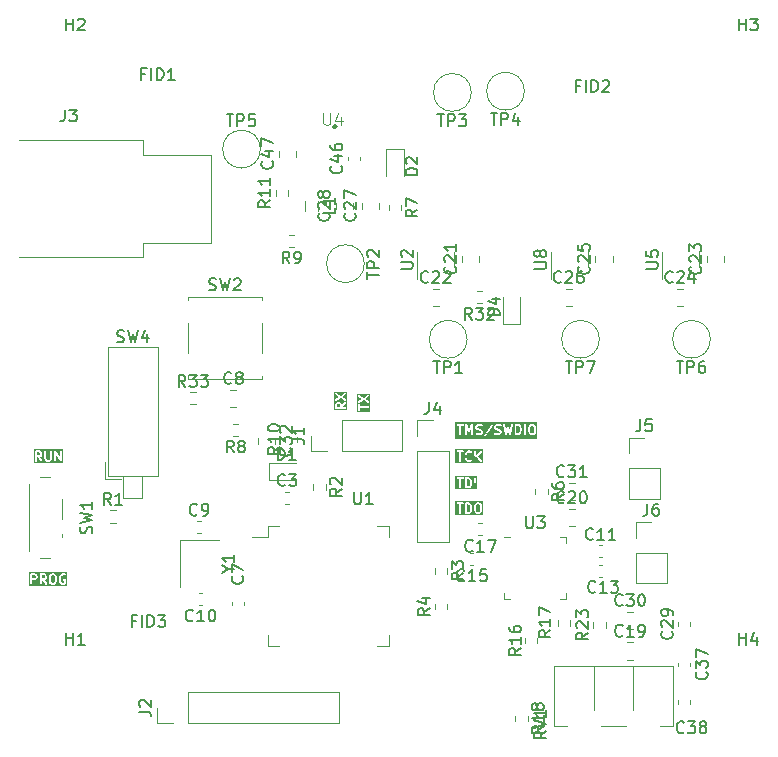
<source format=gbr>
%TF.GenerationSoftware,KiCad,Pcbnew,8.0.0*%
%TF.CreationDate,2024-03-06T15:24:16+01:00*%
%TF.ProjectId,EffectsPaddleBoard,45666665-6374-4735-9061-64646c65426f,rev?*%
%TF.SameCoordinates,Original*%
%TF.FileFunction,Legend,Top*%
%TF.FilePolarity,Positive*%
%FSLAX46Y46*%
G04 Gerber Fmt 4.6, Leading zero omitted, Abs format (unit mm)*
G04 Created by KiCad (PCBNEW 8.0.0) date 2024-03-06 15:24:16*
%MOMM*%
%LPD*%
G01*
G04 APERTURE LIST*
%ADD10C,0.160000*%
%ADD11C,0.150000*%
%ADD12C,0.100000*%
%ADD13C,0.120000*%
%ADD14C,0.250000*%
G04 APERTURE END LIST*
D10*
G36*
X156012665Y-85535898D02*
G01*
X154874885Y-85535898D01*
X154874885Y-84911403D01*
X154963775Y-84911403D01*
X154965312Y-85384153D01*
X154977257Y-85412992D01*
X154999329Y-85435064D01*
X155028168Y-85447009D01*
X155059382Y-85447009D01*
X155088221Y-85435064D01*
X155110293Y-85412992D01*
X155122238Y-85384153D01*
X155123775Y-85368546D01*
X155123291Y-85219825D01*
X155859382Y-85218438D01*
X155888221Y-85206493D01*
X155910293Y-85184421D01*
X155922238Y-85155582D01*
X155922238Y-85124368D01*
X155910293Y-85095529D01*
X155888221Y-85073457D01*
X155859382Y-85061512D01*
X155843775Y-85059975D01*
X155122776Y-85061333D01*
X155122238Y-84895796D01*
X155110293Y-84866957D01*
X155088221Y-84844885D01*
X155059382Y-84832940D01*
X155028168Y-84832940D01*
X154999329Y-84844885D01*
X154977257Y-84866957D01*
X154965312Y-84895796D01*
X154963775Y-84911403D01*
X154874885Y-84911403D01*
X154874885Y-84720843D01*
X154963774Y-84720843D01*
X154969833Y-84751465D01*
X154987147Y-84777436D01*
X155013083Y-84794806D01*
X155043691Y-84800928D01*
X155074313Y-84794869D01*
X155088151Y-84787491D01*
X155443924Y-84549499D01*
X155813238Y-84794870D01*
X155843859Y-84800928D01*
X155874467Y-84794806D01*
X155900403Y-84777436D01*
X155917718Y-84751465D01*
X155923776Y-84720843D01*
X155917654Y-84690235D01*
X155900285Y-84664299D01*
X155888151Y-84654363D01*
X155586633Y-84454035D01*
X155900285Y-84244221D01*
X155917654Y-84218285D01*
X155923776Y-84187677D01*
X155917718Y-84157055D01*
X155900403Y-84131084D01*
X155874467Y-84113714D01*
X155843859Y-84107592D01*
X155813238Y-84113650D01*
X155799399Y-84121029D01*
X155443625Y-84359021D01*
X155074313Y-84113651D01*
X155043691Y-84107592D01*
X155013083Y-84113714D01*
X154987147Y-84131084D01*
X154969833Y-84157055D01*
X154963774Y-84187677D01*
X154969896Y-84218285D01*
X154987266Y-84244221D01*
X154999399Y-84254157D01*
X155300916Y-84454484D01*
X154987266Y-84664299D01*
X154969896Y-84690235D01*
X154963774Y-84720843D01*
X154874885Y-84720843D01*
X154874885Y-84018703D01*
X156012665Y-84018703D01*
X156012665Y-85535898D01*
G37*
G36*
X168555947Y-86750158D02*
G01*
X168609661Y-86802549D01*
X168638156Y-86857431D01*
X168672940Y-86991484D01*
X168674065Y-87086531D01*
X168641871Y-87220351D01*
X168613134Y-87280085D01*
X168559289Y-87335290D01*
X168476743Y-87363845D01*
X168375590Y-87364600D01*
X168374382Y-86723188D01*
X168469669Y-86722477D01*
X168555947Y-86750158D01*
G37*
G36*
X169808240Y-86745427D02*
G01*
X169861353Y-86797232D01*
X169891955Y-86915170D01*
X169893299Y-87161943D01*
X169863110Y-87287433D01*
X169813154Y-87338649D01*
X169764462Y-87363930D01*
X169649797Y-87364979D01*
X169602285Y-87342122D01*
X169549173Y-87290317D01*
X169518570Y-87172377D01*
X169517226Y-86925605D01*
X169547415Y-86800116D01*
X169597371Y-86748900D01*
X169646063Y-86723619D01*
X169760729Y-86722570D01*
X169808240Y-86745427D01*
G37*
G36*
X170140819Y-87803141D02*
G01*
X163214101Y-87803141D01*
X163214101Y-87634335D01*
X165587167Y-87634335D01*
X165593289Y-87664943D01*
X165610659Y-87690879D01*
X165636630Y-87708193D01*
X165667252Y-87714252D01*
X165697860Y-87708130D01*
X165723796Y-87690760D01*
X165733732Y-87678627D01*
X166320482Y-86796156D01*
X166501453Y-86796156D01*
X166502538Y-86860968D01*
X166502081Y-86862340D01*
X166502709Y-86871177D01*
X166502990Y-86887953D01*
X166504090Y-86890609D01*
X166504294Y-86893477D01*
X166509899Y-86908123D01*
X166549370Y-86984145D01*
X166553031Y-86992983D01*
X166555557Y-86996061D01*
X166556349Y-86997586D01*
X166557943Y-86998968D01*
X166562980Y-87005106D01*
X166603059Y-87043449D01*
X166608595Y-87049832D01*
X166611915Y-87051922D01*
X166613198Y-87053149D01*
X166615148Y-87053956D01*
X166621867Y-87058186D01*
X166694083Y-87092927D01*
X166699663Y-87097062D01*
X166711371Y-87101244D01*
X166712704Y-87101886D01*
X166713280Y-87101926D01*
X166714431Y-87102338D01*
X166853268Y-87135737D01*
X166913282Y-87164610D01*
X166933905Y-87184339D01*
X166958884Y-87232450D01*
X166959533Y-87271223D01*
X166936808Y-87318462D01*
X166917079Y-87339084D01*
X166869280Y-87363901D01*
X166712285Y-87365072D01*
X166591459Y-87326308D01*
X166560322Y-87328520D01*
X166532403Y-87342480D01*
X166511952Y-87366062D01*
X166502081Y-87395674D01*
X166504293Y-87426811D01*
X166518253Y-87454730D01*
X166541835Y-87475181D01*
X166556155Y-87481575D01*
X166670622Y-87518299D01*
X166680132Y-87522238D01*
X166684125Y-87522631D01*
X166685733Y-87523147D01*
X166687841Y-87522997D01*
X166695739Y-87523775D01*
X166874102Y-87522444D01*
X166876209Y-87523147D01*
X166887494Y-87522344D01*
X166901822Y-87522238D01*
X166904478Y-87521137D01*
X166907345Y-87520934D01*
X166921992Y-87515329D01*
X166998015Y-87475857D01*
X167006853Y-87472197D01*
X167009929Y-87469672D01*
X167011455Y-87468880D01*
X167012839Y-87467283D01*
X167018975Y-87462248D01*
X167057318Y-87422168D01*
X167063701Y-87416633D01*
X167065791Y-87413312D01*
X167067019Y-87412029D01*
X167067827Y-87410077D01*
X167072055Y-87403361D01*
X167104004Y-87336949D01*
X167105114Y-87335840D01*
X167108680Y-87327229D01*
X167115755Y-87312524D01*
X167115958Y-87309657D01*
X167117059Y-87307001D01*
X167118596Y-87291394D01*
X167117510Y-87226580D01*
X167117968Y-87225209D01*
X167117339Y-87216371D01*
X167117059Y-87199596D01*
X167115958Y-87196939D01*
X167115755Y-87194073D01*
X167110150Y-87179426D01*
X167070677Y-87103400D01*
X167067018Y-87094567D01*
X167064494Y-87091491D01*
X167063701Y-87089964D01*
X167062103Y-87088578D01*
X167057069Y-87082444D01*
X167016986Y-87044095D01*
X167011455Y-87037718D01*
X167008137Y-87035629D01*
X167006852Y-87034400D01*
X167004897Y-87033590D01*
X166998183Y-87029364D01*
X166925964Y-86994620D01*
X166920386Y-86990487D01*
X166908681Y-86986305D01*
X166907346Y-86985663D01*
X166906768Y-86985621D01*
X166905618Y-86985211D01*
X166766780Y-86951811D01*
X166706766Y-86922939D01*
X166686145Y-86903211D01*
X166661164Y-86855097D01*
X166660515Y-86816326D01*
X166683241Y-86769088D01*
X166702970Y-86748465D01*
X166750769Y-86723648D01*
X166907764Y-86722477D01*
X167028590Y-86761242D01*
X167059726Y-86759030D01*
X167087645Y-86745070D01*
X167108097Y-86721488D01*
X167117968Y-86691876D01*
X167115756Y-86660740D01*
X167108769Y-86646766D01*
X167225319Y-86646766D01*
X167227438Y-86662305D01*
X167418530Y-87458405D01*
X167420015Y-87469581D01*
X167422061Y-87473114D01*
X167423025Y-87477131D01*
X167429833Y-87486539D01*
X167435655Y-87496595D01*
X167438915Y-87499090D01*
X167441324Y-87502419D01*
X167451222Y-87508510D01*
X167460442Y-87515567D01*
X167464408Y-87516624D01*
X167467909Y-87518779D01*
X167479382Y-87520617D01*
X167490602Y-87523610D01*
X167494674Y-87523068D01*
X167498730Y-87523719D01*
X167510026Y-87521029D01*
X167521545Y-87519499D01*
X167525101Y-87517439D01*
X167529095Y-87516489D01*
X167538501Y-87509681D01*
X167548559Y-87503859D01*
X167551056Y-87500596D01*
X167554383Y-87498189D01*
X167560472Y-87488294D01*
X167567531Y-87479072D01*
X167569689Y-87473317D01*
X167570743Y-87471605D01*
X167571050Y-87469688D01*
X167573038Y-87464388D01*
X167648123Y-87179923D01*
X167723733Y-87460601D01*
X167725497Y-87471605D01*
X167727632Y-87475074D01*
X167728709Y-87479072D01*
X167735768Y-87488295D01*
X167741857Y-87498189D01*
X167745182Y-87500595D01*
X167747681Y-87503860D01*
X167757745Y-87509686D01*
X167767145Y-87516489D01*
X167771135Y-87517439D01*
X167774695Y-87519500D01*
X167786219Y-87521030D01*
X167797510Y-87523719D01*
X167801565Y-87523069D01*
X167805638Y-87523610D01*
X167816861Y-87520617D01*
X167828331Y-87518779D01*
X167831828Y-87516626D01*
X167835798Y-87515568D01*
X167845026Y-87508504D01*
X167854915Y-87502419D01*
X167857321Y-87499093D01*
X167860586Y-87496595D01*
X167866412Y-87486531D01*
X167873215Y-87477131D01*
X167875216Y-87471324D01*
X167876225Y-87469582D01*
X167876480Y-87467655D01*
X167878325Y-87462305D01*
X168070922Y-86646766D01*
X168070443Y-86643775D01*
X168215740Y-86643775D01*
X168217277Y-87459382D01*
X168229222Y-87488221D01*
X168251294Y-87510293D01*
X168280133Y-87522238D01*
X168295740Y-87523775D01*
X168485174Y-87522362D01*
X168496222Y-87523147D01*
X168500165Y-87522250D01*
X168501823Y-87522238D01*
X168503774Y-87521429D01*
X168511514Y-87519670D01*
X168614213Y-87484143D01*
X168616110Y-87484143D01*
X168625715Y-87480164D01*
X168640120Y-87475181D01*
X168642292Y-87473297D01*
X168644948Y-87472197D01*
X168657071Y-87462248D01*
X168732280Y-87385139D01*
X168739892Y-87378538D01*
X168742025Y-87375148D01*
X168743210Y-87373934D01*
X168744018Y-87371982D01*
X168748246Y-87365266D01*
X168782987Y-87293049D01*
X168787122Y-87287470D01*
X168791304Y-87275761D01*
X168791946Y-87274429D01*
X168791986Y-87273852D01*
X168792398Y-87272702D01*
X168828063Y-87124450D01*
X168831346Y-87116525D01*
X168832299Y-87106840D01*
X168832789Y-87104807D01*
X168832615Y-87103638D01*
X168832883Y-87100918D01*
X168831580Y-86990863D01*
X168832789Y-86982743D01*
X168831371Y-86973159D01*
X168831346Y-86971025D01*
X168830894Y-86969934D01*
X168830494Y-86967229D01*
X168792489Y-86820764D01*
X168791946Y-86813121D01*
X168787472Y-86801430D01*
X168787122Y-86800080D01*
X168786777Y-86799615D01*
X168786341Y-86798474D01*
X168746871Y-86722453D01*
X168743210Y-86713614D01*
X168740683Y-86710536D01*
X168739892Y-86709011D01*
X168738296Y-86707626D01*
X168733261Y-86701492D01*
X168674088Y-86643775D01*
X169015740Y-86643775D01*
X169017277Y-87459382D01*
X169029222Y-87488221D01*
X169051294Y-87510293D01*
X169080133Y-87522238D01*
X169111347Y-87522238D01*
X169140186Y-87510293D01*
X169162258Y-87488221D01*
X169174203Y-87459382D01*
X169175740Y-87443775D01*
X169174735Y-86910441D01*
X169358596Y-86910441D01*
X169360020Y-87172055D01*
X169358690Y-87180997D01*
X169360121Y-87190676D01*
X169360133Y-87192715D01*
X169360584Y-87193805D01*
X169360985Y-87196511D01*
X169398229Y-87340043D01*
X169398229Y-87345096D01*
X169401738Y-87353568D01*
X169404357Y-87363660D01*
X169407897Y-87368439D01*
X169410174Y-87373934D01*
X169420123Y-87386057D01*
X169497229Y-87461266D01*
X169503833Y-87468880D01*
X169507222Y-87471013D01*
X169508436Y-87472197D01*
X169510386Y-87473005D01*
X169517105Y-87477234D01*
X169583517Y-87509183D01*
X169584627Y-87510293D01*
X169593236Y-87513858D01*
X169607943Y-87520934D01*
X169610809Y-87521137D01*
X169613466Y-87522238D01*
X169629073Y-87523775D01*
X169769478Y-87522490D01*
X169771448Y-87523147D01*
X169782342Y-87522372D01*
X169797061Y-87522238D01*
X169799717Y-87521137D01*
X169802584Y-87520934D01*
X169817231Y-87515329D01*
X169893251Y-87475858D01*
X169902090Y-87472198D01*
X169905168Y-87469671D01*
X169906693Y-87468880D01*
X169908075Y-87467285D01*
X169914213Y-87462249D01*
X169983545Y-87391166D01*
X169987587Y-87388741D01*
X169992884Y-87381590D01*
X170000352Y-87373935D01*
X170002628Y-87368440D01*
X170006170Y-87363660D01*
X170011446Y-87348892D01*
X170047110Y-87200639D01*
X170050393Y-87192715D01*
X170051346Y-87183030D01*
X170051836Y-87180997D01*
X170051662Y-87179828D01*
X170051930Y-87177108D01*
X170050505Y-86915493D01*
X170051836Y-86906552D01*
X170050404Y-86896868D01*
X170050393Y-86894834D01*
X170049942Y-86893745D01*
X170049542Y-86891039D01*
X170012299Y-86747509D01*
X170012299Y-86742452D01*
X170008787Y-86733974D01*
X170006170Y-86723889D01*
X170002628Y-86719109D01*
X170000352Y-86713614D01*
X169990403Y-86701491D01*
X169913294Y-86626281D01*
X169906693Y-86618670D01*
X169903303Y-86616536D01*
X169902089Y-86615352D01*
X169900137Y-86614543D01*
X169893421Y-86610316D01*
X169827009Y-86578366D01*
X169825900Y-86577257D01*
X169817289Y-86573690D01*
X169802584Y-86566616D01*
X169799717Y-86566412D01*
X169797061Y-86565312D01*
X169781454Y-86563775D01*
X169641048Y-86565059D01*
X169639079Y-86564403D01*
X169628184Y-86565177D01*
X169613466Y-86565312D01*
X169610809Y-86566412D01*
X169607943Y-86566616D01*
X169593296Y-86572221D01*
X169517275Y-86611690D01*
X169508436Y-86615352D01*
X169505358Y-86617878D01*
X169503833Y-86618670D01*
X169502448Y-86620265D01*
X169496314Y-86625301D01*
X169426980Y-86696383D01*
X169422940Y-86698808D01*
X169417644Y-86705954D01*
X169410174Y-86713614D01*
X169407897Y-86719110D01*
X169404357Y-86723889D01*
X169399081Y-86738657D01*
X169363415Y-86886908D01*
X169360133Y-86894834D01*
X169359179Y-86904518D01*
X169358690Y-86906552D01*
X169358863Y-86907720D01*
X169358596Y-86910441D01*
X169174735Y-86910441D01*
X169174203Y-86628168D01*
X169162258Y-86599329D01*
X169140186Y-86577257D01*
X169111347Y-86565312D01*
X169080133Y-86565312D01*
X169051294Y-86577257D01*
X169029222Y-86599329D01*
X169017277Y-86628168D01*
X169015740Y-86643775D01*
X168674088Y-86643775D01*
X168664506Y-86634429D01*
X168663702Y-86632820D01*
X168656078Y-86626209D01*
X168644948Y-86615352D01*
X168642290Y-86614251D01*
X168640120Y-86612369D01*
X168625800Y-86605975D01*
X168511332Y-86569250D01*
X168501823Y-86565312D01*
X168497829Y-86564918D01*
X168496222Y-86564403D01*
X168494113Y-86564552D01*
X168486216Y-86563775D01*
X168280133Y-86565312D01*
X168251294Y-86577257D01*
X168229222Y-86599329D01*
X168217277Y-86628168D01*
X168215740Y-86643775D01*
X168070443Y-86643775D01*
X168065982Y-86615945D01*
X168049622Y-86589361D01*
X168024334Y-86571061D01*
X167993969Y-86563831D01*
X167963148Y-86568772D01*
X167936563Y-86585131D01*
X167918264Y-86610419D01*
X167913153Y-86625246D01*
X167796229Y-87120354D01*
X167725182Y-86856614D01*
X167723844Y-86846539D01*
X167721271Y-86842095D01*
X167719912Y-86837049D01*
X167713499Y-86828670D01*
X167708205Y-86819526D01*
X167704087Y-86816374D01*
X167700940Y-86812262D01*
X167691804Y-86806973D01*
X167683417Y-86800553D01*
X167678409Y-86799217D01*
X167673926Y-86796622D01*
X167663459Y-86795231D01*
X167653257Y-86792511D01*
X167648119Y-86793193D01*
X167642983Y-86792511D01*
X167632787Y-86795229D01*
X167622314Y-86796621D01*
X167617824Y-86799220D01*
X167612823Y-86800554D01*
X167604445Y-86806966D01*
X167595300Y-86812261D01*
X167592149Y-86816377D01*
X167588036Y-86819526D01*
X167582744Y-86828664D01*
X167576328Y-86837049D01*
X167573453Y-86844713D01*
X167572396Y-86846540D01*
X167572191Y-86848078D01*
X167570821Y-86851733D01*
X167500158Y-87119437D01*
X167377977Y-86610419D01*
X167359678Y-86585131D01*
X167333093Y-86568771D01*
X167302272Y-86563831D01*
X167271907Y-86571061D01*
X167246619Y-86589360D01*
X167230259Y-86615945D01*
X167225319Y-86646766D01*
X167108769Y-86646766D01*
X167101796Y-86632821D01*
X167078214Y-86612369D01*
X167063894Y-86605975D01*
X166949428Y-86569251D01*
X166939918Y-86565312D01*
X166935924Y-86564918D01*
X166934317Y-86564403D01*
X166932208Y-86564552D01*
X166924311Y-86563775D01*
X166745946Y-86565105D01*
X166743840Y-86564403D01*
X166732554Y-86565205D01*
X166718227Y-86565312D01*
X166715570Y-86566412D01*
X166712704Y-86566616D01*
X166698057Y-86572221D01*
X166622031Y-86611693D01*
X166613198Y-86615353D01*
X166610122Y-86617876D01*
X166608595Y-86618670D01*
X166607209Y-86620267D01*
X166601075Y-86625302D01*
X166562726Y-86665384D01*
X166556349Y-86670916D01*
X166554260Y-86674233D01*
X166553031Y-86675519D01*
X166552221Y-86677473D01*
X166547995Y-86684188D01*
X166516044Y-86750600D01*
X166514935Y-86751710D01*
X166511370Y-86760315D01*
X166504294Y-86775025D01*
X166504090Y-86777892D01*
X166502990Y-86780549D01*
X166501453Y-86796156D01*
X166320482Y-86796156D01*
X166426824Y-86636218D01*
X166432882Y-86605597D01*
X166426761Y-86574988D01*
X166409391Y-86549052D01*
X166383419Y-86531738D01*
X166352798Y-86525680D01*
X166322190Y-86531802D01*
X166296254Y-86549171D01*
X166286318Y-86561304D01*
X165593226Y-87603713D01*
X165587167Y-87634335D01*
X163214101Y-87634335D01*
X163214101Y-86659382D01*
X163302990Y-86659382D01*
X163314935Y-86688221D01*
X163337007Y-86710293D01*
X163365846Y-86722238D01*
X163381453Y-86723775D01*
X163530173Y-86723291D01*
X163531561Y-87459382D01*
X163543506Y-87488221D01*
X163565578Y-87510293D01*
X163594417Y-87522238D01*
X163625631Y-87522238D01*
X163654470Y-87510293D01*
X163676542Y-87488221D01*
X163688487Y-87459382D01*
X163690024Y-87443775D01*
X163688665Y-86722776D01*
X163854203Y-86722238D01*
X163883042Y-86710293D01*
X163905114Y-86688221D01*
X163917059Y-86659382D01*
X163917059Y-86643775D01*
X164025263Y-86643775D01*
X164026800Y-87459382D01*
X164038745Y-87488221D01*
X164060817Y-87510293D01*
X164089656Y-87522238D01*
X164120870Y-87522238D01*
X164149709Y-87510293D01*
X164171781Y-87488221D01*
X164183726Y-87459382D01*
X164185263Y-87443775D01*
X164184427Y-87000584D01*
X164299538Y-87245727D01*
X164303523Y-87256685D01*
X164305905Y-87259286D01*
X164307427Y-87262527D01*
X164316393Y-87270738D01*
X164324605Y-87279705D01*
X164327824Y-87281207D01*
X164330447Y-87283609D01*
X164341877Y-87287765D01*
X164352891Y-87292905D01*
X164356440Y-87293061D01*
X164359782Y-87294276D01*
X164371929Y-87293741D01*
X164384076Y-87294276D01*
X164387417Y-87293061D01*
X164390967Y-87292905D01*
X164401980Y-87287765D01*
X164413411Y-87283609D01*
X164416033Y-87281207D01*
X164419253Y-87279705D01*
X164427464Y-87270738D01*
X164436431Y-87262527D01*
X164439079Y-87258055D01*
X164440335Y-87256685D01*
X164441039Y-87254747D01*
X164444424Y-87249034D01*
X164559269Y-87001400D01*
X164560133Y-87459382D01*
X164572078Y-87488221D01*
X164594150Y-87510293D01*
X164622989Y-87522238D01*
X164654203Y-87522238D01*
X164683042Y-87510293D01*
X164705114Y-87488221D01*
X164717059Y-87459382D01*
X164718596Y-87443775D01*
X164717375Y-86796156D01*
X164901453Y-86796156D01*
X164902538Y-86860968D01*
X164902081Y-86862340D01*
X164902709Y-86871177D01*
X164902990Y-86887953D01*
X164904090Y-86890609D01*
X164904294Y-86893477D01*
X164909899Y-86908123D01*
X164949370Y-86984145D01*
X164953031Y-86992983D01*
X164955557Y-86996061D01*
X164956349Y-86997586D01*
X164957943Y-86998968D01*
X164962980Y-87005106D01*
X165003059Y-87043449D01*
X165008595Y-87049832D01*
X165011915Y-87051922D01*
X165013198Y-87053149D01*
X165015148Y-87053956D01*
X165021867Y-87058186D01*
X165094083Y-87092927D01*
X165099663Y-87097062D01*
X165111371Y-87101244D01*
X165112704Y-87101886D01*
X165113280Y-87101926D01*
X165114431Y-87102338D01*
X165253268Y-87135737D01*
X165313282Y-87164610D01*
X165333905Y-87184339D01*
X165358884Y-87232450D01*
X165359533Y-87271223D01*
X165336808Y-87318462D01*
X165317079Y-87339084D01*
X165269280Y-87363901D01*
X165112285Y-87365072D01*
X164991459Y-87326308D01*
X164960322Y-87328520D01*
X164932403Y-87342480D01*
X164911952Y-87366062D01*
X164902081Y-87395674D01*
X164904293Y-87426811D01*
X164918253Y-87454730D01*
X164941835Y-87475181D01*
X164956155Y-87481575D01*
X165070622Y-87518299D01*
X165080132Y-87522238D01*
X165084125Y-87522631D01*
X165085733Y-87523147D01*
X165087841Y-87522997D01*
X165095739Y-87523775D01*
X165274102Y-87522444D01*
X165276209Y-87523147D01*
X165287494Y-87522344D01*
X165301822Y-87522238D01*
X165304478Y-87521137D01*
X165307345Y-87520934D01*
X165321992Y-87515329D01*
X165398015Y-87475857D01*
X165406853Y-87472197D01*
X165409929Y-87469672D01*
X165411455Y-87468880D01*
X165412839Y-87467283D01*
X165418975Y-87462248D01*
X165457318Y-87422168D01*
X165463701Y-87416633D01*
X165465791Y-87413312D01*
X165467019Y-87412029D01*
X165467827Y-87410077D01*
X165472055Y-87403361D01*
X165504004Y-87336949D01*
X165505114Y-87335840D01*
X165508680Y-87327229D01*
X165515755Y-87312524D01*
X165515958Y-87309657D01*
X165517059Y-87307001D01*
X165518596Y-87291394D01*
X165517510Y-87226580D01*
X165517968Y-87225209D01*
X165517339Y-87216371D01*
X165517059Y-87199596D01*
X165515958Y-87196939D01*
X165515755Y-87194073D01*
X165510150Y-87179426D01*
X165470677Y-87103400D01*
X165467018Y-87094567D01*
X165464494Y-87091491D01*
X165463701Y-87089964D01*
X165462103Y-87088578D01*
X165457069Y-87082444D01*
X165416986Y-87044095D01*
X165411455Y-87037718D01*
X165408137Y-87035629D01*
X165406852Y-87034400D01*
X165404897Y-87033590D01*
X165398183Y-87029364D01*
X165325964Y-86994620D01*
X165320386Y-86990487D01*
X165308681Y-86986305D01*
X165307346Y-86985663D01*
X165306768Y-86985621D01*
X165305618Y-86985211D01*
X165166780Y-86951811D01*
X165106766Y-86922939D01*
X165086145Y-86903211D01*
X165061164Y-86855097D01*
X165060515Y-86816326D01*
X165083241Y-86769088D01*
X165102970Y-86748465D01*
X165150769Y-86723648D01*
X165307764Y-86722477D01*
X165428590Y-86761242D01*
X165459726Y-86759030D01*
X165487645Y-86745070D01*
X165508097Y-86721488D01*
X165517968Y-86691876D01*
X165515756Y-86660740D01*
X165501796Y-86632821D01*
X165478214Y-86612369D01*
X165463894Y-86605975D01*
X165349428Y-86569251D01*
X165339918Y-86565312D01*
X165335924Y-86564918D01*
X165334317Y-86564403D01*
X165332208Y-86564552D01*
X165324311Y-86563775D01*
X165145946Y-86565105D01*
X165143840Y-86564403D01*
X165132554Y-86565205D01*
X165118227Y-86565312D01*
X165115570Y-86566412D01*
X165112704Y-86566616D01*
X165098057Y-86572221D01*
X165022031Y-86611693D01*
X165013198Y-86615353D01*
X165010122Y-86617876D01*
X165008595Y-86618670D01*
X165007209Y-86620267D01*
X165001075Y-86625302D01*
X164962726Y-86665384D01*
X164956349Y-86670916D01*
X164954260Y-86674233D01*
X164953031Y-86675519D01*
X164952221Y-86677473D01*
X164947995Y-86684188D01*
X164916044Y-86750600D01*
X164914935Y-86751710D01*
X164911370Y-86760315D01*
X164904294Y-86775025D01*
X164904090Y-86777892D01*
X164902990Y-86780549D01*
X164901453Y-86796156D01*
X164717375Y-86796156D01*
X164717090Y-86644790D01*
X164717669Y-86631628D01*
X164717062Y-86629959D01*
X164717059Y-86628168D01*
X164711750Y-86615350D01*
X164707002Y-86602293D01*
X164705796Y-86600976D01*
X164705114Y-86599329D01*
X164695297Y-86589512D01*
X164685920Y-86579273D01*
X164684303Y-86578518D01*
X164683042Y-86577257D01*
X164670215Y-86571944D01*
X164657634Y-86566073D01*
X164655851Y-86565994D01*
X164654203Y-86565312D01*
X164640324Y-86565312D01*
X164626449Y-86564702D01*
X164624771Y-86565312D01*
X164622989Y-86565312D01*
X164610171Y-86570620D01*
X164597114Y-86575369D01*
X164595797Y-86576574D01*
X164594150Y-86577257D01*
X164584333Y-86587073D01*
X164574094Y-86596451D01*
X164572841Y-86598565D01*
X164572078Y-86599329D01*
X164571354Y-86601075D01*
X164566101Y-86609944D01*
X164372310Y-87027798D01*
X164176752Y-86611331D01*
X164171781Y-86599329D01*
X164170528Y-86598076D01*
X164169765Y-86596451D01*
X164159525Y-86587073D01*
X164149709Y-86577257D01*
X164148061Y-86576574D01*
X164146745Y-86575369D01*
X164133687Y-86570620D01*
X164120870Y-86565312D01*
X164119088Y-86565312D01*
X164117410Y-86564702D01*
X164103535Y-86565312D01*
X164089656Y-86565312D01*
X164088007Y-86565994D01*
X164086225Y-86566073D01*
X164073643Y-86571944D01*
X164060817Y-86577257D01*
X164059555Y-86578518D01*
X164057939Y-86579273D01*
X164048561Y-86589512D01*
X164038745Y-86599329D01*
X164038062Y-86600976D01*
X164036857Y-86602293D01*
X164032108Y-86615350D01*
X164026800Y-86628168D01*
X164026559Y-86630612D01*
X164026190Y-86631628D01*
X164026273Y-86633518D01*
X164025263Y-86643775D01*
X163917059Y-86643775D01*
X163917059Y-86628168D01*
X163905114Y-86599329D01*
X163883042Y-86577257D01*
X163854203Y-86565312D01*
X163838596Y-86563775D01*
X163365846Y-86565312D01*
X163337007Y-86577257D01*
X163314935Y-86599329D01*
X163302990Y-86628168D01*
X163302990Y-86659382D01*
X163214101Y-86659382D01*
X163214101Y-86436791D01*
X170140819Y-86436791D01*
X170140819Y-87803141D01*
G37*
G36*
X164365470Y-91250158D02*
G01*
X164419184Y-91302549D01*
X164447679Y-91357431D01*
X164482463Y-91491484D01*
X164483588Y-91586531D01*
X164451394Y-91720351D01*
X164422657Y-91780085D01*
X164368812Y-91835290D01*
X164286266Y-91863845D01*
X164185113Y-91864600D01*
X164183905Y-91223188D01*
X164279192Y-91222477D01*
X164365470Y-91250158D01*
G37*
G36*
X165074152Y-92112664D02*
G01*
X163214101Y-92112664D01*
X163214101Y-91159382D01*
X163302990Y-91159382D01*
X163314935Y-91188221D01*
X163337007Y-91210293D01*
X163365846Y-91222238D01*
X163381453Y-91223775D01*
X163530173Y-91223291D01*
X163531561Y-91959382D01*
X163543506Y-91988221D01*
X163565578Y-92010293D01*
X163594417Y-92022238D01*
X163625631Y-92022238D01*
X163654470Y-92010293D01*
X163676542Y-91988221D01*
X163688487Y-91959382D01*
X163690024Y-91943775D01*
X163688665Y-91222776D01*
X163854203Y-91222238D01*
X163883042Y-91210293D01*
X163905114Y-91188221D01*
X163917059Y-91159382D01*
X163917059Y-91143775D01*
X164025263Y-91143775D01*
X164026800Y-91959382D01*
X164038745Y-91988221D01*
X164060817Y-92010293D01*
X164089656Y-92022238D01*
X164105263Y-92023775D01*
X164294697Y-92022362D01*
X164305745Y-92023147D01*
X164309688Y-92022250D01*
X164311346Y-92022238D01*
X164313297Y-92021429D01*
X164321037Y-92019670D01*
X164423736Y-91984143D01*
X164425633Y-91984143D01*
X164435238Y-91980164D01*
X164449643Y-91975181D01*
X164451815Y-91973297D01*
X164454471Y-91972197D01*
X164466594Y-91962248D01*
X164541803Y-91885139D01*
X164549415Y-91878538D01*
X164551548Y-91875148D01*
X164552733Y-91873934D01*
X164553541Y-91871982D01*
X164557769Y-91865266D01*
X164592510Y-91793049D01*
X164596645Y-91787470D01*
X164600827Y-91775761D01*
X164601469Y-91774429D01*
X164601509Y-91773852D01*
X164601921Y-91772702D01*
X164637586Y-91624450D01*
X164640869Y-91616525D01*
X164641822Y-91606840D01*
X164642312Y-91604807D01*
X164642138Y-91603638D01*
X164642406Y-91600918D01*
X164641103Y-91490863D01*
X164642312Y-91482743D01*
X164640894Y-91473159D01*
X164640869Y-91471025D01*
X164640417Y-91469934D01*
X164640017Y-91467229D01*
X164602012Y-91320764D01*
X164601469Y-91313121D01*
X164596995Y-91301430D01*
X164596645Y-91300080D01*
X164596300Y-91299615D01*
X164595864Y-91298474D01*
X164556394Y-91222453D01*
X164552733Y-91213614D01*
X164550206Y-91210536D01*
X164549415Y-91209011D01*
X164547819Y-91207626D01*
X164542784Y-91201492D01*
X164483611Y-91143775D01*
X164825263Y-91143775D01*
X164826800Y-91959382D01*
X164838745Y-91988221D01*
X164860817Y-92010293D01*
X164889656Y-92022238D01*
X164920870Y-92022238D01*
X164949709Y-92010293D01*
X164971781Y-91988221D01*
X164983726Y-91959382D01*
X164985263Y-91943775D01*
X164983726Y-91128168D01*
X164971781Y-91099329D01*
X164949709Y-91077257D01*
X164920870Y-91065312D01*
X164889656Y-91065312D01*
X164860817Y-91077257D01*
X164838745Y-91099329D01*
X164826800Y-91128168D01*
X164825263Y-91143775D01*
X164483611Y-91143775D01*
X164474029Y-91134429D01*
X164473225Y-91132820D01*
X164465601Y-91126209D01*
X164454471Y-91115352D01*
X164451813Y-91114251D01*
X164449643Y-91112369D01*
X164435323Y-91105975D01*
X164320855Y-91069250D01*
X164311346Y-91065312D01*
X164307352Y-91064918D01*
X164305745Y-91064403D01*
X164303636Y-91064552D01*
X164295739Y-91063775D01*
X164089656Y-91065312D01*
X164060817Y-91077257D01*
X164038745Y-91099329D01*
X164026800Y-91128168D01*
X164025263Y-91143775D01*
X163917059Y-91143775D01*
X163917059Y-91128168D01*
X163905114Y-91099329D01*
X163883042Y-91077257D01*
X163854203Y-91065312D01*
X163838596Y-91063775D01*
X163365846Y-91065312D01*
X163337007Y-91077257D01*
X163314935Y-91099329D01*
X163302990Y-91128168D01*
X163302990Y-91159382D01*
X163214101Y-91159382D01*
X163214101Y-90974886D01*
X165074152Y-90974886D01*
X165074152Y-92112664D01*
G37*
G36*
X129227287Y-99395427D02*
G01*
X129280400Y-99447232D01*
X129311002Y-99565170D01*
X129312346Y-99811943D01*
X129282157Y-99937433D01*
X129232201Y-99988649D01*
X129183509Y-100013930D01*
X129068844Y-100014979D01*
X129021332Y-99992122D01*
X128968220Y-99940317D01*
X128937617Y-99822377D01*
X128936273Y-99575605D01*
X128966462Y-99450116D01*
X129016418Y-99398900D01*
X129065110Y-99373619D01*
X129179776Y-99372570D01*
X129227287Y-99395427D01*
G37*
G36*
X128427567Y-99395561D02*
G01*
X128448190Y-99415291D01*
X128473084Y-99463237D01*
X128473991Y-99539913D01*
X128451093Y-99587509D01*
X128431364Y-99608131D01*
X128383653Y-99632902D01*
X128287452Y-99633364D01*
X128284481Y-99632840D01*
X128281996Y-99633390D01*
X128174872Y-99633904D01*
X128174381Y-99373397D01*
X128379450Y-99372413D01*
X128427567Y-99395561D01*
G37*
G36*
X127627567Y-99395561D02*
G01*
X127648190Y-99415291D01*
X127673084Y-99463237D01*
X127673991Y-99539913D01*
X127651093Y-99587509D01*
X127631364Y-99608131D01*
X127583653Y-99632902D01*
X127374872Y-99633904D01*
X127374381Y-99373397D01*
X127579450Y-99372413D01*
X127627567Y-99395561D01*
G37*
G36*
X130359866Y-100262664D02*
G01*
X127126850Y-100262664D01*
X127126850Y-99293775D01*
X127215739Y-99293775D01*
X127217276Y-100109382D01*
X127229221Y-100138221D01*
X127251293Y-100160293D01*
X127280132Y-100172238D01*
X127311346Y-100172238D01*
X127340185Y-100160293D01*
X127362257Y-100138221D01*
X127374202Y-100109382D01*
X127375739Y-100093775D01*
X127375171Y-99792440D01*
X127588170Y-99791419D01*
X127590495Y-99792194D01*
X127602355Y-99791350D01*
X127616108Y-99791285D01*
X127618764Y-99790184D01*
X127621631Y-99789981D01*
X127636278Y-99784376D01*
X127712298Y-99744905D01*
X127721137Y-99741245D01*
X127724215Y-99738718D01*
X127725740Y-99737927D01*
X127727122Y-99736332D01*
X127733260Y-99731296D01*
X127771603Y-99691216D01*
X127777986Y-99685681D01*
X127780076Y-99682360D01*
X127781303Y-99681078D01*
X127782110Y-99679127D01*
X127786340Y-99672409D01*
X127818290Y-99605996D01*
X127819400Y-99604887D01*
X127822964Y-99596281D01*
X127830041Y-99581572D01*
X127830244Y-99578704D01*
X127831345Y-99576048D01*
X127832882Y-99560441D01*
X127831668Y-99457916D01*
X127832254Y-99456161D01*
X127831527Y-99445932D01*
X127831345Y-99430549D01*
X127830244Y-99427892D01*
X127830041Y-99425025D01*
X127824436Y-99410378D01*
X127784961Y-99334350D01*
X127781303Y-99325519D01*
X127778779Y-99322443D01*
X127777986Y-99320916D01*
X127776388Y-99319530D01*
X127771354Y-99313396D01*
X127750846Y-99293775D01*
X128015739Y-99293775D01*
X128017276Y-100109382D01*
X128029221Y-100138221D01*
X128051293Y-100160293D01*
X128080132Y-100172238D01*
X128111346Y-100172238D01*
X128140185Y-100160293D01*
X128162257Y-100138221D01*
X128174202Y-100109382D01*
X128175739Y-100093775D01*
X128175171Y-99792440D01*
X128244222Y-99792109D01*
X128497552Y-100151556D01*
X128523876Y-100168332D01*
X128554616Y-100173756D01*
X128585092Y-100167004D01*
X128610663Y-100149104D01*
X128627439Y-100122780D01*
X128632864Y-100092041D01*
X128626111Y-100061565D01*
X128618420Y-100047898D01*
X128433456Y-99785455D01*
X128436278Y-99784376D01*
X128512298Y-99744905D01*
X128521137Y-99741245D01*
X128524215Y-99738718D01*
X128525740Y-99737927D01*
X128527122Y-99736332D01*
X128533260Y-99731296D01*
X128571603Y-99691216D01*
X128577986Y-99685681D01*
X128580076Y-99682360D01*
X128581303Y-99681078D01*
X128582110Y-99679127D01*
X128586340Y-99672409D01*
X128618290Y-99605996D01*
X128619400Y-99604887D01*
X128622964Y-99596281D01*
X128630041Y-99581572D01*
X128630244Y-99578704D01*
X128631345Y-99576048D01*
X128632882Y-99560441D01*
X128777643Y-99560441D01*
X128779067Y-99822055D01*
X128777737Y-99830997D01*
X128779168Y-99840676D01*
X128779180Y-99842715D01*
X128779631Y-99843805D01*
X128780032Y-99846511D01*
X128817276Y-99990043D01*
X128817276Y-99995096D01*
X128820785Y-100003568D01*
X128823404Y-100013660D01*
X128826944Y-100018439D01*
X128829221Y-100023934D01*
X128839170Y-100036057D01*
X128916276Y-100111266D01*
X128922880Y-100118880D01*
X128926269Y-100121013D01*
X128927483Y-100122197D01*
X128929433Y-100123005D01*
X128936152Y-100127234D01*
X129002564Y-100159183D01*
X129003674Y-100160293D01*
X129012283Y-100163858D01*
X129026990Y-100170934D01*
X129029856Y-100171137D01*
X129032513Y-100172238D01*
X129048120Y-100173775D01*
X129188525Y-100172490D01*
X129190495Y-100173147D01*
X129201389Y-100172372D01*
X129216108Y-100172238D01*
X129218764Y-100171137D01*
X129221631Y-100170934D01*
X129236278Y-100165329D01*
X129312298Y-100125858D01*
X129321137Y-100122198D01*
X129324215Y-100119671D01*
X129325740Y-100118880D01*
X129327122Y-100117285D01*
X129333260Y-100112249D01*
X129402592Y-100041166D01*
X129406634Y-100038741D01*
X129411931Y-100031590D01*
X129419399Y-100023935D01*
X129421675Y-100018440D01*
X129425217Y-100013660D01*
X129430493Y-99998892D01*
X129466157Y-99850639D01*
X129469440Y-99842715D01*
X129470393Y-99833030D01*
X129470883Y-99830997D01*
X129470709Y-99829828D01*
X129470977Y-99827108D01*
X129469939Y-99636632D01*
X129615738Y-99636632D01*
X129617040Y-99746686D01*
X129615832Y-99754807D01*
X129617249Y-99764390D01*
X129617275Y-99766525D01*
X129617726Y-99767615D01*
X129618127Y-99770321D01*
X129656131Y-99916785D01*
X129656675Y-99924429D01*
X129661148Y-99936119D01*
X129661499Y-99937470D01*
X129661843Y-99937934D01*
X129662280Y-99939076D01*
X129701751Y-100015099D01*
X129705411Y-100023934D01*
X129707936Y-100027010D01*
X129708729Y-100028538D01*
X129710326Y-100029923D01*
X129715360Y-100036057D01*
X129784113Y-100103118D01*
X129784919Y-100104730D01*
X129792551Y-100111348D01*
X129803673Y-100122197D01*
X129806328Y-100123297D01*
X129808501Y-100125181D01*
X129822821Y-100131575D01*
X129937288Y-100168299D01*
X129946798Y-100172238D01*
X129950791Y-100172631D01*
X129952399Y-100173147D01*
X129954507Y-100172997D01*
X129962405Y-100173775D01*
X130039315Y-100172487D01*
X130048602Y-100173147D01*
X130052472Y-100172266D01*
X130054203Y-100172238D01*
X130056154Y-100171429D01*
X130063894Y-100169670D01*
X130166592Y-100134143D01*
X130168488Y-100134143D01*
X130178094Y-100130164D01*
X130192499Y-100125181D01*
X130194669Y-100123298D01*
X130197327Y-100122198D01*
X130209450Y-100112249D01*
X130257495Y-100062030D01*
X130269440Y-100033191D01*
X130270977Y-100017584D01*
X130269440Y-99735311D01*
X130257495Y-99706472D01*
X130235423Y-99684400D01*
X130206584Y-99672455D01*
X130190977Y-99670918D01*
X130022989Y-99672455D01*
X129994150Y-99684400D01*
X129972078Y-99706472D01*
X129960133Y-99735311D01*
X129960133Y-99766525D01*
X129972078Y-99795364D01*
X129994150Y-99817436D01*
X130022989Y-99829381D01*
X130038596Y-99830918D01*
X130111408Y-99830251D01*
X130112247Y-99984179D01*
X130110944Y-99985540D01*
X130028856Y-100013938D01*
X129978066Y-100014788D01*
X129892671Y-99987391D01*
X129838960Y-99935001D01*
X129810464Y-99880117D01*
X129775680Y-99746065D01*
X129774555Y-99651018D01*
X129806749Y-99517198D01*
X129835485Y-99457465D01*
X129889332Y-99402259D01*
X129972001Y-99373661D01*
X130056164Y-99372665D01*
X130131751Y-99409029D01*
X130162887Y-99411242D01*
X130192500Y-99401371D01*
X130216081Y-99380919D01*
X130230040Y-99353000D01*
X130232253Y-99321864D01*
X130222382Y-99292251D01*
X130201930Y-99268670D01*
X130188658Y-99260316D01*
X130122246Y-99228366D01*
X130121137Y-99227257D01*
X130112526Y-99223690D01*
X130097821Y-99216616D01*
X130094954Y-99216412D01*
X130092298Y-99215312D01*
X130076691Y-99213775D01*
X129962567Y-99215125D01*
X129952399Y-99214403D01*
X129948489Y-99215291D01*
X129946798Y-99215312D01*
X129944846Y-99216120D01*
X129937107Y-99217880D01*
X129834408Y-99253407D01*
X129832512Y-99253407D01*
X129822904Y-99257386D01*
X129808501Y-99262369D01*
X129806330Y-99264251D01*
X129803673Y-99265352D01*
X129791551Y-99275301D01*
X129716336Y-99352413D01*
X129708729Y-99359011D01*
X129706597Y-99362398D01*
X129705411Y-99363614D01*
X129704601Y-99365568D01*
X129700375Y-99372283D01*
X129665632Y-99444500D01*
X129661499Y-99450080D01*
X129657316Y-99461788D01*
X129656675Y-99463121D01*
X129656634Y-99463697D01*
X129656223Y-99464848D01*
X129620557Y-99613099D01*
X129617275Y-99621025D01*
X129616321Y-99630709D01*
X129615832Y-99632743D01*
X129616005Y-99633911D01*
X129615738Y-99636632D01*
X129469939Y-99636632D01*
X129469552Y-99565493D01*
X129470883Y-99556552D01*
X129469451Y-99546868D01*
X129469440Y-99544834D01*
X129468989Y-99543745D01*
X129468589Y-99541039D01*
X129431346Y-99397509D01*
X129431346Y-99392452D01*
X129427834Y-99383974D01*
X129425217Y-99373889D01*
X129421675Y-99369109D01*
X129419399Y-99363614D01*
X129409450Y-99351491D01*
X129332341Y-99276281D01*
X129325740Y-99268670D01*
X129322350Y-99266536D01*
X129321136Y-99265352D01*
X129319184Y-99264543D01*
X129312468Y-99260316D01*
X129246056Y-99228366D01*
X129244947Y-99227257D01*
X129236336Y-99223690D01*
X129221631Y-99216616D01*
X129218764Y-99216412D01*
X129216108Y-99215312D01*
X129200501Y-99213775D01*
X129060095Y-99215059D01*
X129058126Y-99214403D01*
X129047231Y-99215177D01*
X129032513Y-99215312D01*
X129029856Y-99216412D01*
X129026990Y-99216616D01*
X129012343Y-99222221D01*
X128936322Y-99261690D01*
X128927483Y-99265352D01*
X128924405Y-99267878D01*
X128922880Y-99268670D01*
X128921495Y-99270265D01*
X128915361Y-99275301D01*
X128846027Y-99346383D01*
X128841987Y-99348808D01*
X128836691Y-99355954D01*
X128829221Y-99363614D01*
X128826944Y-99369110D01*
X128823404Y-99373889D01*
X128818128Y-99388657D01*
X128782462Y-99536908D01*
X128779180Y-99544834D01*
X128778226Y-99554518D01*
X128777737Y-99556552D01*
X128777910Y-99557720D01*
X128777643Y-99560441D01*
X128632882Y-99560441D01*
X128631668Y-99457916D01*
X128632254Y-99456161D01*
X128631527Y-99445932D01*
X128631345Y-99430549D01*
X128630244Y-99427892D01*
X128630041Y-99425025D01*
X128624436Y-99410378D01*
X128584961Y-99334350D01*
X128581303Y-99325519D01*
X128578779Y-99322443D01*
X128577986Y-99320916D01*
X128576388Y-99319530D01*
X128571354Y-99313396D01*
X128531272Y-99275048D01*
X128525740Y-99268670D01*
X128522422Y-99266581D01*
X128521137Y-99265352D01*
X128519182Y-99264542D01*
X128512468Y-99260316D01*
X128446056Y-99228366D01*
X128444947Y-99227257D01*
X128436336Y-99223690D01*
X128421631Y-99216616D01*
X128418764Y-99216412D01*
X128416108Y-99215312D01*
X128400501Y-99213775D01*
X128080132Y-99215312D01*
X128051293Y-99227257D01*
X128029221Y-99249329D01*
X128017276Y-99278168D01*
X128015739Y-99293775D01*
X127750846Y-99293775D01*
X127731272Y-99275048D01*
X127725740Y-99268670D01*
X127722422Y-99266581D01*
X127721137Y-99265352D01*
X127719182Y-99264542D01*
X127712468Y-99260316D01*
X127646056Y-99228366D01*
X127644947Y-99227257D01*
X127636336Y-99223690D01*
X127621631Y-99216616D01*
X127618764Y-99216412D01*
X127616108Y-99215312D01*
X127600501Y-99213775D01*
X127280132Y-99215312D01*
X127251293Y-99227257D01*
X127229221Y-99249329D01*
X127217276Y-99278168D01*
X127215739Y-99293775D01*
X127126850Y-99293775D01*
X127126850Y-99124886D01*
X130359866Y-99124886D01*
X130359866Y-100262664D01*
G37*
G36*
X128027567Y-88995561D02*
G01*
X128048190Y-89015291D01*
X128073084Y-89063237D01*
X128073991Y-89139913D01*
X128051093Y-89187509D01*
X128031364Y-89208131D01*
X127983653Y-89232902D01*
X127887452Y-89233364D01*
X127884481Y-89232840D01*
X127881996Y-89233390D01*
X127774872Y-89233904D01*
X127774381Y-88973397D01*
X127979450Y-88972413D01*
X128027567Y-88995561D01*
G37*
G36*
X129959866Y-89862664D02*
G01*
X127526850Y-89862664D01*
X127526850Y-88893775D01*
X127615739Y-88893775D01*
X127617276Y-89709382D01*
X127629221Y-89738221D01*
X127651293Y-89760293D01*
X127680132Y-89772238D01*
X127711346Y-89772238D01*
X127740185Y-89760293D01*
X127762257Y-89738221D01*
X127774202Y-89709382D01*
X127775739Y-89693775D01*
X127775171Y-89392440D01*
X127844222Y-89392109D01*
X128097552Y-89751556D01*
X128123876Y-89768332D01*
X128154616Y-89773756D01*
X128185092Y-89767004D01*
X128210663Y-89749104D01*
X128227439Y-89722780D01*
X128232864Y-89692041D01*
X128226111Y-89661565D01*
X128218420Y-89647898D01*
X128033456Y-89385455D01*
X128036278Y-89384376D01*
X128112298Y-89344905D01*
X128121137Y-89341245D01*
X128124215Y-89338718D01*
X128125740Y-89337927D01*
X128127122Y-89336332D01*
X128133260Y-89331296D01*
X128171603Y-89291216D01*
X128177986Y-89285681D01*
X128180076Y-89282360D01*
X128181303Y-89281078D01*
X128182110Y-89279127D01*
X128186340Y-89272409D01*
X128218290Y-89205996D01*
X128219400Y-89204887D01*
X128222964Y-89196281D01*
X128230041Y-89181572D01*
X128230244Y-89178704D01*
X128231345Y-89176048D01*
X128232882Y-89160441D01*
X128231668Y-89057916D01*
X128232254Y-89056161D01*
X128231527Y-89045932D01*
X128231345Y-89030549D01*
X128230244Y-89027892D01*
X128230041Y-89025025D01*
X128224436Y-89010378D01*
X128184961Y-88934350D01*
X128181303Y-88925519D01*
X128178779Y-88922443D01*
X128177986Y-88920916D01*
X128176388Y-88919530D01*
X128171354Y-88913396D01*
X128150846Y-88893775D01*
X128415739Y-88893775D01*
X128417210Y-89528856D01*
X128416367Y-89531388D01*
X128417245Y-89543745D01*
X128417276Y-89557001D01*
X128418376Y-89559657D01*
X128418580Y-89562524D01*
X128424185Y-89577171D01*
X128463655Y-89653192D01*
X128467316Y-89662029D01*
X128469841Y-89665105D01*
X128470634Y-89666633D01*
X128472231Y-89668018D01*
X128477265Y-89674152D01*
X128517346Y-89712499D01*
X128522880Y-89718880D01*
X128526197Y-89720968D01*
X128527482Y-89722197D01*
X128529434Y-89723005D01*
X128536152Y-89727234D01*
X128602564Y-89759183D01*
X128603674Y-89760293D01*
X128612283Y-89763858D01*
X128626990Y-89770934D01*
X128629856Y-89771137D01*
X128632513Y-89772238D01*
X128648120Y-89773775D01*
X128788525Y-89772490D01*
X128790495Y-89773147D01*
X128801389Y-89772372D01*
X128816108Y-89772238D01*
X128818764Y-89771137D01*
X128821631Y-89770934D01*
X128836278Y-89765329D01*
X128912301Y-89725857D01*
X128921138Y-89722197D01*
X128924214Y-89719672D01*
X128925740Y-89718880D01*
X128927124Y-89717283D01*
X128933260Y-89712248D01*
X128971603Y-89672169D01*
X128977985Y-89666634D01*
X128980075Y-89663312D01*
X128981304Y-89662029D01*
X128982112Y-89660078D01*
X128986340Y-89653362D01*
X129018291Y-89586948D01*
X129019400Y-89585840D01*
X129022961Y-89577240D01*
X129030041Y-89562526D01*
X129030244Y-89559656D01*
X129031345Y-89557001D01*
X129032882Y-89541394D01*
X129031381Y-88893775D01*
X129253834Y-88893775D01*
X129255371Y-89709382D01*
X129267316Y-89738221D01*
X129289388Y-89760293D01*
X129318227Y-89772238D01*
X129349441Y-89772238D01*
X129378280Y-89760293D01*
X129400352Y-89738221D01*
X129412297Y-89709382D01*
X129413834Y-89693775D01*
X129412889Y-89192379D01*
X129720488Y-89728634D01*
X129724459Y-89738221D01*
X129728043Y-89741805D01*
X129730595Y-89746254D01*
X129739004Y-89752766D01*
X129746531Y-89760293D01*
X129751243Y-89762244D01*
X129755275Y-89765367D01*
X129765540Y-89768166D01*
X129775370Y-89772238D01*
X129780468Y-89772238D01*
X129785389Y-89773580D01*
X129795944Y-89772238D01*
X129806584Y-89772238D01*
X129811296Y-89770286D01*
X129816355Y-89769643D01*
X129825591Y-89764365D01*
X129835423Y-89760293D01*
X129839029Y-89756686D01*
X129843456Y-89754157D01*
X129849968Y-89745747D01*
X129857495Y-89738221D01*
X129859446Y-89733508D01*
X129862569Y-89729477D01*
X129865368Y-89719211D01*
X129869440Y-89709382D01*
X129870225Y-89701402D01*
X129870782Y-89699363D01*
X129870581Y-89697788D01*
X129870977Y-89693775D01*
X129869440Y-88878168D01*
X129857495Y-88849329D01*
X129835423Y-88827257D01*
X129806584Y-88815312D01*
X129775370Y-88815312D01*
X129746531Y-88827257D01*
X129724459Y-88849329D01*
X129712514Y-88878168D01*
X129710977Y-88893775D01*
X129711921Y-89395170D01*
X129404322Y-88858915D01*
X129400352Y-88849329D01*
X129396767Y-88845744D01*
X129394216Y-88841296D01*
X129385806Y-88834783D01*
X129378280Y-88827257D01*
X129373567Y-88825305D01*
X129369536Y-88822183D01*
X129359270Y-88819383D01*
X129349441Y-88815312D01*
X129344343Y-88815312D01*
X129339422Y-88813970D01*
X129328867Y-88815312D01*
X129318227Y-88815312D01*
X129313514Y-88817263D01*
X129308456Y-88817907D01*
X129299219Y-88823184D01*
X129289388Y-88827257D01*
X129285781Y-88830863D01*
X129281355Y-88833393D01*
X129274842Y-88841802D01*
X129267316Y-88849329D01*
X129265364Y-88854041D01*
X129262242Y-88858073D01*
X129259442Y-88868338D01*
X129255371Y-88878168D01*
X129254585Y-88886147D01*
X129254029Y-88888187D01*
X129254229Y-88889761D01*
X129253834Y-88893775D01*
X129031381Y-88893775D01*
X129031345Y-88878168D01*
X129019400Y-88849329D01*
X128997328Y-88827257D01*
X128968489Y-88815312D01*
X128937275Y-88815312D01*
X128908436Y-88827257D01*
X128886364Y-88849329D01*
X128874419Y-88878168D01*
X128872882Y-88893775D01*
X128874333Y-89520155D01*
X128851093Y-89568462D01*
X128831364Y-89589084D01*
X128783509Y-89613930D01*
X128668844Y-89614979D01*
X128621051Y-89591987D01*
X128600430Y-89572258D01*
X128575700Y-89524627D01*
X128574202Y-88878168D01*
X128562257Y-88849329D01*
X128540185Y-88827257D01*
X128511346Y-88815312D01*
X128480132Y-88815312D01*
X128451293Y-88827257D01*
X128429221Y-88849329D01*
X128417276Y-88878168D01*
X128415739Y-88893775D01*
X128150846Y-88893775D01*
X128131272Y-88875048D01*
X128125740Y-88868670D01*
X128122422Y-88866581D01*
X128121137Y-88865352D01*
X128119182Y-88864542D01*
X128112468Y-88860316D01*
X128046056Y-88828366D01*
X128044947Y-88827257D01*
X128036336Y-88823690D01*
X128021631Y-88816616D01*
X128018764Y-88816412D01*
X128016108Y-88815312D01*
X128000501Y-88813775D01*
X127680132Y-88815312D01*
X127651293Y-88827257D01*
X127629221Y-88849329D01*
X127617276Y-88878168D01*
X127615739Y-88893775D01*
X127526850Y-88893775D01*
X127526850Y-88724886D01*
X129959866Y-88724886D01*
X129959866Y-89862664D01*
G37*
G36*
X153387508Y-84898905D02*
G01*
X153408131Y-84918634D01*
X153432902Y-84966345D01*
X153433364Y-85062546D01*
X153432840Y-85065518D01*
X153433390Y-85068002D01*
X153433904Y-85175126D01*
X153173397Y-85175617D01*
X153172413Y-84970548D01*
X153195561Y-84922431D01*
X153215291Y-84901808D01*
X153263237Y-84876914D01*
X153339913Y-84876007D01*
X153387508Y-84898905D01*
G37*
G36*
X154062665Y-85423149D02*
G01*
X152924885Y-85423149D01*
X152924885Y-84949498D01*
X153013775Y-84949498D01*
X153015312Y-85269867D01*
X153027257Y-85298706D01*
X153049329Y-85320778D01*
X153078168Y-85332723D01*
X153093775Y-85334260D01*
X153909382Y-85332723D01*
X153938221Y-85320778D01*
X153960293Y-85298706D01*
X153972238Y-85269867D01*
X153972238Y-85238653D01*
X153960293Y-85209814D01*
X153938221Y-85187742D01*
X153909382Y-85175797D01*
X153893775Y-85174260D01*
X153592440Y-85174827D01*
X153592109Y-85105776D01*
X153951556Y-84852447D01*
X153968332Y-84826123D01*
X153973756Y-84795383D01*
X153967004Y-84764907D01*
X153949104Y-84739336D01*
X153922780Y-84722560D01*
X153892041Y-84717135D01*
X153861565Y-84723888D01*
X153847898Y-84731579D01*
X153585455Y-84916542D01*
X153584376Y-84913721D01*
X153544903Y-84837695D01*
X153541244Y-84828862D01*
X153538720Y-84825786D01*
X153537927Y-84824259D01*
X153536329Y-84822873D01*
X153531295Y-84816739D01*
X153491212Y-84778390D01*
X153485681Y-84772013D01*
X153482363Y-84769924D01*
X153481078Y-84768695D01*
X153479123Y-84767885D01*
X153472409Y-84763659D01*
X153405996Y-84731708D01*
X153404887Y-84730599D01*
X153396281Y-84727034D01*
X153381572Y-84719958D01*
X153378704Y-84719754D01*
X153376048Y-84718654D01*
X153360441Y-84717117D01*
X153257916Y-84718330D01*
X153256161Y-84717745D01*
X153245932Y-84718471D01*
X153230549Y-84718654D01*
X153227892Y-84719754D01*
X153225025Y-84719958D01*
X153210378Y-84725563D01*
X153134350Y-84765037D01*
X153125519Y-84768696D01*
X153122443Y-84771219D01*
X153120916Y-84772013D01*
X153119530Y-84773610D01*
X153113396Y-84778645D01*
X153075048Y-84818726D01*
X153068670Y-84824259D01*
X153066581Y-84827576D01*
X153065352Y-84828862D01*
X153064542Y-84830816D01*
X153060316Y-84837531D01*
X153028366Y-84903942D01*
X153027257Y-84905052D01*
X153023690Y-84913662D01*
X153016616Y-84928368D01*
X153016412Y-84931234D01*
X153015312Y-84933891D01*
X153013775Y-84949498D01*
X152924885Y-84949498D01*
X152924885Y-84530367D01*
X153013774Y-84530367D01*
X153019833Y-84560989D01*
X153037147Y-84586960D01*
X153063083Y-84604330D01*
X153093691Y-84610452D01*
X153124313Y-84604393D01*
X153138151Y-84597015D01*
X153493924Y-84359023D01*
X153863238Y-84604394D01*
X153893859Y-84610452D01*
X153924467Y-84604330D01*
X153950403Y-84586960D01*
X153967718Y-84560989D01*
X153973776Y-84530367D01*
X153967654Y-84499759D01*
X153950285Y-84473823D01*
X153938151Y-84463887D01*
X153636633Y-84263559D01*
X153950285Y-84053745D01*
X153967654Y-84027809D01*
X153973776Y-83997201D01*
X153967718Y-83966579D01*
X153950403Y-83940608D01*
X153924467Y-83923238D01*
X153893859Y-83917116D01*
X153863238Y-83923174D01*
X153849399Y-83930553D01*
X153493625Y-84168545D01*
X153124313Y-83923175D01*
X153093691Y-83917116D01*
X153063083Y-83923238D01*
X153037147Y-83940608D01*
X153019833Y-83966579D01*
X153013774Y-83997201D01*
X153019896Y-84027809D01*
X153037266Y-84053745D01*
X153049399Y-84063681D01*
X153350916Y-84264008D01*
X153037266Y-84473823D01*
X153019896Y-84499759D01*
X153013774Y-84530367D01*
X152924885Y-84530367D01*
X152924885Y-83828227D01*
X154062665Y-83828227D01*
X154062665Y-85423149D01*
G37*
G36*
X164365470Y-93400158D02*
G01*
X164419184Y-93452549D01*
X164447679Y-93507431D01*
X164482463Y-93641484D01*
X164483588Y-93736531D01*
X164451394Y-93870351D01*
X164422657Y-93930085D01*
X164368812Y-93985290D01*
X164286266Y-94013845D01*
X164185113Y-94014600D01*
X164183905Y-93373188D01*
X164279192Y-93372477D01*
X164365470Y-93400158D01*
G37*
G36*
X165236811Y-93395427D02*
G01*
X165289924Y-93447232D01*
X165320526Y-93565170D01*
X165321870Y-93811943D01*
X165291681Y-93937433D01*
X165241725Y-93988649D01*
X165193033Y-94013930D01*
X165078368Y-94014979D01*
X165030856Y-93992122D01*
X164977744Y-93940317D01*
X164947141Y-93822377D01*
X164945797Y-93575605D01*
X164975986Y-93450116D01*
X165025942Y-93398900D01*
X165074634Y-93373619D01*
X165189300Y-93372570D01*
X165236811Y-93395427D01*
G37*
G36*
X165569390Y-94262664D02*
G01*
X163214101Y-94262664D01*
X163214101Y-93309382D01*
X163302990Y-93309382D01*
X163314935Y-93338221D01*
X163337007Y-93360293D01*
X163365846Y-93372238D01*
X163381453Y-93373775D01*
X163530173Y-93373291D01*
X163531561Y-94109382D01*
X163543506Y-94138221D01*
X163565578Y-94160293D01*
X163594417Y-94172238D01*
X163625631Y-94172238D01*
X163654470Y-94160293D01*
X163676542Y-94138221D01*
X163688487Y-94109382D01*
X163690024Y-94093775D01*
X163688665Y-93372776D01*
X163854203Y-93372238D01*
X163883042Y-93360293D01*
X163905114Y-93338221D01*
X163917059Y-93309382D01*
X163917059Y-93293775D01*
X164025263Y-93293775D01*
X164026800Y-94109382D01*
X164038745Y-94138221D01*
X164060817Y-94160293D01*
X164089656Y-94172238D01*
X164105263Y-94173775D01*
X164294697Y-94172362D01*
X164305745Y-94173147D01*
X164309688Y-94172250D01*
X164311346Y-94172238D01*
X164313297Y-94171429D01*
X164321037Y-94169670D01*
X164423736Y-94134143D01*
X164425633Y-94134143D01*
X164435238Y-94130164D01*
X164449643Y-94125181D01*
X164451815Y-94123297D01*
X164454471Y-94122197D01*
X164466594Y-94112248D01*
X164541803Y-94035139D01*
X164549415Y-94028538D01*
X164551548Y-94025148D01*
X164552733Y-94023934D01*
X164553541Y-94021982D01*
X164557769Y-94015266D01*
X164592510Y-93943049D01*
X164596645Y-93937470D01*
X164600827Y-93925761D01*
X164601469Y-93924429D01*
X164601509Y-93923852D01*
X164601921Y-93922702D01*
X164637586Y-93774450D01*
X164640869Y-93766525D01*
X164641822Y-93756840D01*
X164642312Y-93754807D01*
X164642138Y-93753638D01*
X164642406Y-93750918D01*
X164641103Y-93640863D01*
X164642312Y-93632743D01*
X164640894Y-93623159D01*
X164640869Y-93621025D01*
X164640417Y-93619934D01*
X164640017Y-93617229D01*
X164625282Y-93560441D01*
X164787167Y-93560441D01*
X164788591Y-93822055D01*
X164787261Y-93830997D01*
X164788692Y-93840676D01*
X164788704Y-93842715D01*
X164789155Y-93843805D01*
X164789556Y-93846511D01*
X164826800Y-93990043D01*
X164826800Y-93995096D01*
X164830309Y-94003568D01*
X164832928Y-94013660D01*
X164836468Y-94018439D01*
X164838745Y-94023934D01*
X164848694Y-94036057D01*
X164925800Y-94111266D01*
X164932404Y-94118880D01*
X164935793Y-94121013D01*
X164937007Y-94122197D01*
X164938957Y-94123005D01*
X164945676Y-94127234D01*
X165012088Y-94159183D01*
X165013198Y-94160293D01*
X165021807Y-94163858D01*
X165036514Y-94170934D01*
X165039380Y-94171137D01*
X165042037Y-94172238D01*
X165057644Y-94173775D01*
X165198049Y-94172490D01*
X165200019Y-94173147D01*
X165210913Y-94172372D01*
X165225632Y-94172238D01*
X165228288Y-94171137D01*
X165231155Y-94170934D01*
X165245802Y-94165329D01*
X165321822Y-94125858D01*
X165330661Y-94122198D01*
X165333739Y-94119671D01*
X165335264Y-94118880D01*
X165336646Y-94117285D01*
X165342784Y-94112249D01*
X165412116Y-94041166D01*
X165416158Y-94038741D01*
X165421455Y-94031590D01*
X165428923Y-94023935D01*
X165431199Y-94018440D01*
X165434741Y-94013660D01*
X165440017Y-93998892D01*
X165475681Y-93850639D01*
X165478964Y-93842715D01*
X165479917Y-93833030D01*
X165480407Y-93830997D01*
X165480233Y-93829828D01*
X165480501Y-93827108D01*
X165479076Y-93565493D01*
X165480407Y-93556552D01*
X165478975Y-93546868D01*
X165478964Y-93544834D01*
X165478513Y-93543745D01*
X165478113Y-93541039D01*
X165440870Y-93397509D01*
X165440870Y-93392452D01*
X165437358Y-93383974D01*
X165434741Y-93373889D01*
X165431199Y-93369109D01*
X165428923Y-93363614D01*
X165418974Y-93351491D01*
X165341865Y-93276281D01*
X165335264Y-93268670D01*
X165331874Y-93266536D01*
X165330660Y-93265352D01*
X165328708Y-93264543D01*
X165321992Y-93260316D01*
X165255580Y-93228366D01*
X165254471Y-93227257D01*
X165245860Y-93223690D01*
X165231155Y-93216616D01*
X165228288Y-93216412D01*
X165225632Y-93215312D01*
X165210025Y-93213775D01*
X165069619Y-93215059D01*
X165067650Y-93214403D01*
X165056755Y-93215177D01*
X165042037Y-93215312D01*
X165039380Y-93216412D01*
X165036514Y-93216616D01*
X165021867Y-93222221D01*
X164945846Y-93261690D01*
X164937007Y-93265352D01*
X164933929Y-93267878D01*
X164932404Y-93268670D01*
X164931019Y-93270265D01*
X164924885Y-93275301D01*
X164855551Y-93346383D01*
X164851511Y-93348808D01*
X164846215Y-93355954D01*
X164838745Y-93363614D01*
X164836468Y-93369110D01*
X164832928Y-93373889D01*
X164827652Y-93388657D01*
X164791986Y-93536908D01*
X164788704Y-93544834D01*
X164787750Y-93554518D01*
X164787261Y-93556552D01*
X164787434Y-93557720D01*
X164787167Y-93560441D01*
X164625282Y-93560441D01*
X164602012Y-93470764D01*
X164601469Y-93463121D01*
X164596995Y-93451430D01*
X164596645Y-93450080D01*
X164596300Y-93449615D01*
X164595864Y-93448474D01*
X164556394Y-93372453D01*
X164552733Y-93363614D01*
X164550206Y-93360536D01*
X164549415Y-93359011D01*
X164547819Y-93357626D01*
X164542784Y-93351492D01*
X164474029Y-93284429D01*
X164473225Y-93282820D01*
X164465601Y-93276209D01*
X164454471Y-93265352D01*
X164451813Y-93264251D01*
X164449643Y-93262369D01*
X164435323Y-93255975D01*
X164320855Y-93219250D01*
X164311346Y-93215312D01*
X164307352Y-93214918D01*
X164305745Y-93214403D01*
X164303636Y-93214552D01*
X164295739Y-93213775D01*
X164089656Y-93215312D01*
X164060817Y-93227257D01*
X164038745Y-93249329D01*
X164026800Y-93278168D01*
X164025263Y-93293775D01*
X163917059Y-93293775D01*
X163917059Y-93278168D01*
X163905114Y-93249329D01*
X163883042Y-93227257D01*
X163854203Y-93215312D01*
X163838596Y-93213775D01*
X163365846Y-93215312D01*
X163337007Y-93227257D01*
X163314935Y-93249329D01*
X163302990Y-93278168D01*
X163302990Y-93309382D01*
X163214101Y-93309382D01*
X163214101Y-93124886D01*
X165569390Y-93124886D01*
X165569390Y-94262664D01*
G37*
G36*
X165531177Y-89862664D02*
G01*
X163214101Y-89862664D01*
X163214101Y-88909382D01*
X163302990Y-88909382D01*
X163314935Y-88938221D01*
X163337007Y-88960293D01*
X163365846Y-88972238D01*
X163381453Y-88973775D01*
X163530173Y-88973291D01*
X163531561Y-89709382D01*
X163543506Y-89738221D01*
X163565578Y-89760293D01*
X163594417Y-89772238D01*
X163625631Y-89772238D01*
X163654470Y-89760293D01*
X163676542Y-89738221D01*
X163688487Y-89709382D01*
X163690024Y-89693775D01*
X163689162Y-89236632D01*
X163987167Y-89236632D01*
X163988469Y-89346686D01*
X163987261Y-89354807D01*
X163988678Y-89364390D01*
X163988704Y-89366525D01*
X163989155Y-89367615D01*
X163989556Y-89370321D01*
X164027560Y-89516785D01*
X164028104Y-89524429D01*
X164032577Y-89536119D01*
X164032928Y-89537470D01*
X164033272Y-89537934D01*
X164033709Y-89539076D01*
X164073180Y-89615099D01*
X164076840Y-89623934D01*
X164079365Y-89627010D01*
X164080158Y-89628538D01*
X164081755Y-89629923D01*
X164086789Y-89636057D01*
X164155542Y-89703118D01*
X164156348Y-89704730D01*
X164163980Y-89711348D01*
X164175102Y-89722197D01*
X164177757Y-89723297D01*
X164179930Y-89725181D01*
X164194250Y-89731575D01*
X164308717Y-89768299D01*
X164318227Y-89772238D01*
X164322220Y-89772631D01*
X164323828Y-89773147D01*
X164325936Y-89772997D01*
X164333834Y-89773775D01*
X164410744Y-89772487D01*
X164420031Y-89773147D01*
X164423901Y-89772266D01*
X164425632Y-89772238D01*
X164427583Y-89771429D01*
X164435323Y-89769670D01*
X164538021Y-89734143D01*
X164539917Y-89734143D01*
X164549523Y-89730164D01*
X164563928Y-89725181D01*
X164566098Y-89723298D01*
X164568756Y-89722198D01*
X164580879Y-89712249D01*
X164628924Y-89662030D01*
X164640869Y-89633191D01*
X164640869Y-89601977D01*
X164628924Y-89573138D01*
X164606852Y-89551066D01*
X164578013Y-89539121D01*
X164546799Y-89539121D01*
X164517960Y-89551066D01*
X164505838Y-89561015D01*
X164482373Y-89585540D01*
X164400285Y-89613938D01*
X164349495Y-89614788D01*
X164264100Y-89587391D01*
X164210389Y-89535001D01*
X164181893Y-89480117D01*
X164147109Y-89346065D01*
X164145984Y-89251018D01*
X164178178Y-89117198D01*
X164206914Y-89057465D01*
X164260761Y-89002259D01*
X164343573Y-88973611D01*
X164394363Y-88972761D01*
X164480110Y-89000271D01*
X164517961Y-89036483D01*
X164546800Y-89048428D01*
X164578014Y-89048428D01*
X164606853Y-89036482D01*
X164628924Y-89014410D01*
X164640869Y-88985571D01*
X164640869Y-88954357D01*
X164628923Y-88925518D01*
X164618974Y-88913396D01*
X164598465Y-88893775D01*
X164825263Y-88893775D01*
X164826800Y-89709382D01*
X164838745Y-89738221D01*
X164860817Y-89760293D01*
X164889656Y-89772238D01*
X164920870Y-89772238D01*
X164949709Y-89760293D01*
X164971781Y-89738221D01*
X164983726Y-89709382D01*
X164985263Y-89693775D01*
X164984680Y-89384532D01*
X165010967Y-89358122D01*
X165309000Y-89753338D01*
X165335859Y-89769242D01*
X165366760Y-89773657D01*
X165396998Y-89765909D01*
X165421969Y-89747181D01*
X165437874Y-89720322D01*
X165442288Y-89689421D01*
X165434540Y-89659183D01*
X165426406Y-89645775D01*
X165123915Y-89244648D01*
X165428924Y-88938221D01*
X165440870Y-88909382D01*
X165440870Y-88878168D01*
X165428924Y-88849329D01*
X165406852Y-88827257D01*
X165378013Y-88815311D01*
X165346799Y-88815311D01*
X165317960Y-88827257D01*
X165305838Y-88837206D01*
X164984257Y-89160282D01*
X164983726Y-88878168D01*
X164971781Y-88849329D01*
X164949709Y-88827257D01*
X164920870Y-88815312D01*
X164889656Y-88815312D01*
X164860817Y-88827257D01*
X164838745Y-88849329D01*
X164826800Y-88878168D01*
X164825263Y-88893775D01*
X164598465Y-88893775D01*
X164587964Y-88883729D01*
X164587510Y-88882821D01*
X164582212Y-88878226D01*
X164568755Y-88865352D01*
X164566098Y-88864251D01*
X164563928Y-88862369D01*
X164549608Y-88855975D01*
X164435142Y-88819251D01*
X164425632Y-88815312D01*
X164421638Y-88814918D01*
X164420031Y-88814403D01*
X164417922Y-88814552D01*
X164410025Y-88813775D01*
X164333114Y-88815062D01*
X164323828Y-88814403D01*
X164319957Y-88815283D01*
X164318227Y-88815312D01*
X164316275Y-88816120D01*
X164308536Y-88817880D01*
X164205837Y-88853407D01*
X164203941Y-88853407D01*
X164194333Y-88857386D01*
X164179930Y-88862369D01*
X164177759Y-88864251D01*
X164175102Y-88865352D01*
X164162980Y-88875301D01*
X164087765Y-88952413D01*
X164080158Y-88959011D01*
X164078026Y-88962398D01*
X164076840Y-88963614D01*
X164076030Y-88965568D01*
X164071804Y-88972283D01*
X164037061Y-89044500D01*
X164032928Y-89050080D01*
X164028745Y-89061788D01*
X164028104Y-89063121D01*
X164028063Y-89063697D01*
X164027652Y-89064848D01*
X163991986Y-89213099D01*
X163988704Y-89221025D01*
X163987750Y-89230709D01*
X163987261Y-89232743D01*
X163987434Y-89233911D01*
X163987167Y-89236632D01*
X163689162Y-89236632D01*
X163688665Y-88972776D01*
X163854203Y-88972238D01*
X163883042Y-88960293D01*
X163905114Y-88938221D01*
X163917059Y-88909382D01*
X163917059Y-88878168D01*
X163905114Y-88849329D01*
X163883042Y-88827257D01*
X163854203Y-88815312D01*
X163838596Y-88813775D01*
X163365846Y-88815312D01*
X163337007Y-88827257D01*
X163314935Y-88849329D01*
X163302990Y-88878168D01*
X163302990Y-88909382D01*
X163214101Y-88909382D01*
X163214101Y-88724886D01*
X165531177Y-88724886D01*
X165531177Y-89862664D01*
G37*
D11*
X187238095Y-105254819D02*
X187238095Y-104254819D01*
X187238095Y-104731009D02*
X187809523Y-104731009D01*
X187809523Y-105254819D02*
X187809523Y-104254819D01*
X188714285Y-104588152D02*
X188714285Y-105254819D01*
X188476190Y-104207200D02*
X188238095Y-104921485D01*
X188238095Y-104921485D02*
X188857142Y-104921485D01*
X163884819Y-99166666D02*
X163408628Y-99499999D01*
X163884819Y-99738094D02*
X162884819Y-99738094D01*
X162884819Y-99738094D02*
X162884819Y-99357142D01*
X162884819Y-99357142D02*
X162932438Y-99261904D01*
X162932438Y-99261904D02*
X162980057Y-99214285D01*
X162980057Y-99214285D02*
X163075295Y-99166666D01*
X163075295Y-99166666D02*
X163218152Y-99166666D01*
X163218152Y-99166666D02*
X163313390Y-99214285D01*
X163313390Y-99214285D02*
X163361009Y-99261904D01*
X163361009Y-99261904D02*
X163408628Y-99357142D01*
X163408628Y-99357142D02*
X163408628Y-99738094D01*
X162884819Y-98833332D02*
X162884819Y-98214285D01*
X162884819Y-98214285D02*
X163265771Y-98547618D01*
X163265771Y-98547618D02*
X163265771Y-98404761D01*
X163265771Y-98404761D02*
X163313390Y-98309523D01*
X163313390Y-98309523D02*
X163361009Y-98261904D01*
X163361009Y-98261904D02*
X163456247Y-98214285D01*
X163456247Y-98214285D02*
X163694342Y-98214285D01*
X163694342Y-98214285D02*
X163789580Y-98261904D01*
X163789580Y-98261904D02*
X163837200Y-98309523D01*
X163837200Y-98309523D02*
X163884819Y-98404761D01*
X163884819Y-98404761D02*
X163884819Y-98690475D01*
X163884819Y-98690475D02*
X163837200Y-98785713D01*
X163837200Y-98785713D02*
X163789580Y-98833332D01*
X184459580Y-107567857D02*
X184507200Y-107615476D01*
X184507200Y-107615476D02*
X184554819Y-107758333D01*
X184554819Y-107758333D02*
X184554819Y-107853571D01*
X184554819Y-107853571D02*
X184507200Y-107996428D01*
X184507200Y-107996428D02*
X184411961Y-108091666D01*
X184411961Y-108091666D02*
X184316723Y-108139285D01*
X184316723Y-108139285D02*
X184126247Y-108186904D01*
X184126247Y-108186904D02*
X183983390Y-108186904D01*
X183983390Y-108186904D02*
X183792914Y-108139285D01*
X183792914Y-108139285D02*
X183697676Y-108091666D01*
X183697676Y-108091666D02*
X183602438Y-107996428D01*
X183602438Y-107996428D02*
X183554819Y-107853571D01*
X183554819Y-107853571D02*
X183554819Y-107758333D01*
X183554819Y-107758333D02*
X183602438Y-107615476D01*
X183602438Y-107615476D02*
X183650057Y-107567857D01*
X183554819Y-107234523D02*
X183554819Y-106615476D01*
X183554819Y-106615476D02*
X183935771Y-106948809D01*
X183935771Y-106948809D02*
X183935771Y-106805952D01*
X183935771Y-106805952D02*
X183983390Y-106710714D01*
X183983390Y-106710714D02*
X184031009Y-106663095D01*
X184031009Y-106663095D02*
X184126247Y-106615476D01*
X184126247Y-106615476D02*
X184364342Y-106615476D01*
X184364342Y-106615476D02*
X184459580Y-106663095D01*
X184459580Y-106663095D02*
X184507200Y-106710714D01*
X184507200Y-106710714D02*
X184554819Y-106805952D01*
X184554819Y-106805952D02*
X184554819Y-107091666D01*
X184554819Y-107091666D02*
X184507200Y-107186904D01*
X184507200Y-107186904D02*
X184459580Y-107234523D01*
X183554819Y-106282142D02*
X183554819Y-105615476D01*
X183554819Y-105615476D02*
X184554819Y-106044047D01*
X171254819Y-104042857D02*
X170778628Y-104376190D01*
X171254819Y-104614285D02*
X170254819Y-104614285D01*
X170254819Y-104614285D02*
X170254819Y-104233333D01*
X170254819Y-104233333D02*
X170302438Y-104138095D01*
X170302438Y-104138095D02*
X170350057Y-104090476D01*
X170350057Y-104090476D02*
X170445295Y-104042857D01*
X170445295Y-104042857D02*
X170588152Y-104042857D01*
X170588152Y-104042857D02*
X170683390Y-104090476D01*
X170683390Y-104090476D02*
X170731009Y-104138095D01*
X170731009Y-104138095D02*
X170778628Y-104233333D01*
X170778628Y-104233333D02*
X170778628Y-104614285D01*
X171254819Y-103090476D02*
X171254819Y-103661904D01*
X171254819Y-103376190D02*
X170254819Y-103376190D01*
X170254819Y-103376190D02*
X170397676Y-103471428D01*
X170397676Y-103471428D02*
X170492914Y-103566666D01*
X170492914Y-103566666D02*
X170540533Y-103661904D01*
X170254819Y-102757142D02*
X170254819Y-102090476D01*
X170254819Y-102090476D02*
X171254819Y-102519047D01*
X166974819Y-77388094D02*
X165974819Y-77388094D01*
X165974819Y-77388094D02*
X165974819Y-77149999D01*
X165974819Y-77149999D02*
X166022438Y-77007142D01*
X166022438Y-77007142D02*
X166117676Y-76911904D01*
X166117676Y-76911904D02*
X166212914Y-76864285D01*
X166212914Y-76864285D02*
X166403390Y-76816666D01*
X166403390Y-76816666D02*
X166546247Y-76816666D01*
X166546247Y-76816666D02*
X166736723Y-76864285D01*
X166736723Y-76864285D02*
X166831961Y-76911904D01*
X166831961Y-76911904D02*
X166927200Y-77007142D01*
X166927200Y-77007142D02*
X166974819Y-77149999D01*
X166974819Y-77149999D02*
X166974819Y-77388094D01*
X166308152Y-75959523D02*
X166974819Y-75959523D01*
X165927200Y-76197618D02*
X166641485Y-76435713D01*
X166641485Y-76435713D02*
X166641485Y-75816666D01*
X143838095Y-60354819D02*
X144409523Y-60354819D01*
X144123809Y-61354819D02*
X144123809Y-60354819D01*
X144742857Y-61354819D02*
X144742857Y-60354819D01*
X144742857Y-60354819D02*
X145123809Y-60354819D01*
X145123809Y-60354819D02*
X145219047Y-60402438D01*
X145219047Y-60402438D02*
X145266666Y-60450057D01*
X145266666Y-60450057D02*
X145314285Y-60545295D01*
X145314285Y-60545295D02*
X145314285Y-60688152D01*
X145314285Y-60688152D02*
X145266666Y-60783390D01*
X145266666Y-60783390D02*
X145219047Y-60831009D01*
X145219047Y-60831009D02*
X145123809Y-60878628D01*
X145123809Y-60878628D02*
X144742857Y-60878628D01*
X146219047Y-60354819D02*
X145742857Y-60354819D01*
X145742857Y-60354819D02*
X145695238Y-60831009D01*
X145695238Y-60831009D02*
X145742857Y-60783390D01*
X145742857Y-60783390D02*
X145838095Y-60735771D01*
X145838095Y-60735771D02*
X146076190Y-60735771D01*
X146076190Y-60735771D02*
X146171428Y-60783390D01*
X146171428Y-60783390D02*
X146219047Y-60831009D01*
X146219047Y-60831009D02*
X146266666Y-60926247D01*
X146266666Y-60926247D02*
X146266666Y-61164342D01*
X146266666Y-61164342D02*
X146219047Y-61259580D01*
X146219047Y-61259580D02*
X146171428Y-61307200D01*
X146171428Y-61307200D02*
X146076190Y-61354819D01*
X146076190Y-61354819D02*
X145838095Y-61354819D01*
X145838095Y-61354819D02*
X145742857Y-61307200D01*
X145742857Y-61307200D02*
X145695238Y-61259580D01*
X160907142Y-74529580D02*
X160859523Y-74577200D01*
X160859523Y-74577200D02*
X160716666Y-74624819D01*
X160716666Y-74624819D02*
X160621428Y-74624819D01*
X160621428Y-74624819D02*
X160478571Y-74577200D01*
X160478571Y-74577200D02*
X160383333Y-74481961D01*
X160383333Y-74481961D02*
X160335714Y-74386723D01*
X160335714Y-74386723D02*
X160288095Y-74196247D01*
X160288095Y-74196247D02*
X160288095Y-74053390D01*
X160288095Y-74053390D02*
X160335714Y-73862914D01*
X160335714Y-73862914D02*
X160383333Y-73767676D01*
X160383333Y-73767676D02*
X160478571Y-73672438D01*
X160478571Y-73672438D02*
X160621428Y-73624819D01*
X160621428Y-73624819D02*
X160716666Y-73624819D01*
X160716666Y-73624819D02*
X160859523Y-73672438D01*
X160859523Y-73672438D02*
X160907142Y-73720057D01*
X161288095Y-73720057D02*
X161335714Y-73672438D01*
X161335714Y-73672438D02*
X161430952Y-73624819D01*
X161430952Y-73624819D02*
X161669047Y-73624819D01*
X161669047Y-73624819D02*
X161764285Y-73672438D01*
X161764285Y-73672438D02*
X161811904Y-73720057D01*
X161811904Y-73720057D02*
X161859523Y-73815295D01*
X161859523Y-73815295D02*
X161859523Y-73910533D01*
X161859523Y-73910533D02*
X161811904Y-74053390D01*
X161811904Y-74053390D02*
X161240476Y-74624819D01*
X161240476Y-74624819D02*
X161859523Y-74624819D01*
X162240476Y-73720057D02*
X162288095Y-73672438D01*
X162288095Y-73672438D02*
X162383333Y-73624819D01*
X162383333Y-73624819D02*
X162621428Y-73624819D01*
X162621428Y-73624819D02*
X162716666Y-73672438D01*
X162716666Y-73672438D02*
X162764285Y-73720057D01*
X162764285Y-73720057D02*
X162811904Y-73815295D01*
X162811904Y-73815295D02*
X162811904Y-73910533D01*
X162811904Y-73910533D02*
X162764285Y-74053390D01*
X162764285Y-74053390D02*
X162192857Y-74624819D01*
X162192857Y-74624819D02*
X162811904Y-74624819D01*
X154679580Y-68742857D02*
X154727200Y-68790476D01*
X154727200Y-68790476D02*
X154774819Y-68933333D01*
X154774819Y-68933333D02*
X154774819Y-69028571D01*
X154774819Y-69028571D02*
X154727200Y-69171428D01*
X154727200Y-69171428D02*
X154631961Y-69266666D01*
X154631961Y-69266666D02*
X154536723Y-69314285D01*
X154536723Y-69314285D02*
X154346247Y-69361904D01*
X154346247Y-69361904D02*
X154203390Y-69361904D01*
X154203390Y-69361904D02*
X154012914Y-69314285D01*
X154012914Y-69314285D02*
X153917676Y-69266666D01*
X153917676Y-69266666D02*
X153822438Y-69171428D01*
X153822438Y-69171428D02*
X153774819Y-69028571D01*
X153774819Y-69028571D02*
X153774819Y-68933333D01*
X153774819Y-68933333D02*
X153822438Y-68790476D01*
X153822438Y-68790476D02*
X153870057Y-68742857D01*
X153870057Y-68361904D02*
X153822438Y-68314285D01*
X153822438Y-68314285D02*
X153774819Y-68219047D01*
X153774819Y-68219047D02*
X153774819Y-67980952D01*
X153774819Y-67980952D02*
X153822438Y-67885714D01*
X153822438Y-67885714D02*
X153870057Y-67838095D01*
X153870057Y-67838095D02*
X153965295Y-67790476D01*
X153965295Y-67790476D02*
X154060533Y-67790476D01*
X154060533Y-67790476D02*
X154203390Y-67838095D01*
X154203390Y-67838095D02*
X154774819Y-68409523D01*
X154774819Y-68409523D02*
X154774819Y-67790476D01*
X153774819Y-67457142D02*
X153774819Y-66790476D01*
X153774819Y-66790476D02*
X154774819Y-67219047D01*
X172384819Y-92466666D02*
X171908628Y-92799999D01*
X172384819Y-93038094D02*
X171384819Y-93038094D01*
X171384819Y-93038094D02*
X171384819Y-92657142D01*
X171384819Y-92657142D02*
X171432438Y-92561904D01*
X171432438Y-92561904D02*
X171480057Y-92514285D01*
X171480057Y-92514285D02*
X171575295Y-92466666D01*
X171575295Y-92466666D02*
X171718152Y-92466666D01*
X171718152Y-92466666D02*
X171813390Y-92514285D01*
X171813390Y-92514285D02*
X171861009Y-92561904D01*
X171861009Y-92561904D02*
X171908628Y-92657142D01*
X171908628Y-92657142D02*
X171908628Y-93038094D01*
X171384819Y-91609523D02*
X171384819Y-91799999D01*
X171384819Y-91799999D02*
X171432438Y-91895237D01*
X171432438Y-91895237D02*
X171480057Y-91942856D01*
X171480057Y-91942856D02*
X171622914Y-92038094D01*
X171622914Y-92038094D02*
X171813390Y-92085713D01*
X171813390Y-92085713D02*
X172194342Y-92085713D01*
X172194342Y-92085713D02*
X172289580Y-92038094D01*
X172289580Y-92038094D02*
X172337200Y-91990475D01*
X172337200Y-91990475D02*
X172384819Y-91895237D01*
X172384819Y-91895237D02*
X172384819Y-91704761D01*
X172384819Y-91704761D02*
X172337200Y-91609523D01*
X172337200Y-91609523D02*
X172289580Y-91561904D01*
X172289580Y-91561904D02*
X172194342Y-91514285D01*
X172194342Y-91514285D02*
X171956247Y-91514285D01*
X171956247Y-91514285D02*
X171861009Y-91561904D01*
X171861009Y-91561904D02*
X171813390Y-91609523D01*
X171813390Y-91609523D02*
X171765771Y-91704761D01*
X171765771Y-91704761D02*
X171765771Y-91895237D01*
X171765771Y-91895237D02*
X171813390Y-91990475D01*
X171813390Y-91990475D02*
X171861009Y-92038094D01*
X171861009Y-92038094D02*
X171956247Y-92085713D01*
X174857142Y-96295696D02*
X174809523Y-96343316D01*
X174809523Y-96343316D02*
X174666666Y-96390935D01*
X174666666Y-96390935D02*
X174571428Y-96390935D01*
X174571428Y-96390935D02*
X174428571Y-96343316D01*
X174428571Y-96343316D02*
X174333333Y-96248077D01*
X174333333Y-96248077D02*
X174285714Y-96152839D01*
X174285714Y-96152839D02*
X174238095Y-95962363D01*
X174238095Y-95962363D02*
X174238095Y-95819506D01*
X174238095Y-95819506D02*
X174285714Y-95629030D01*
X174285714Y-95629030D02*
X174333333Y-95533792D01*
X174333333Y-95533792D02*
X174428571Y-95438554D01*
X174428571Y-95438554D02*
X174571428Y-95390935D01*
X174571428Y-95390935D02*
X174666666Y-95390935D01*
X174666666Y-95390935D02*
X174809523Y-95438554D01*
X174809523Y-95438554D02*
X174857142Y-95486173D01*
X175809523Y-96390935D02*
X175238095Y-96390935D01*
X175523809Y-96390935D02*
X175523809Y-95390935D01*
X175523809Y-95390935D02*
X175428571Y-95533792D01*
X175428571Y-95533792D02*
X175333333Y-95629030D01*
X175333333Y-95629030D02*
X175238095Y-95676649D01*
X176761904Y-96390935D02*
X176190476Y-96390935D01*
X176476190Y-96390935D02*
X176476190Y-95390935D01*
X176476190Y-95390935D02*
X176380952Y-95533792D01*
X176380952Y-95533792D02*
X176285714Y-95629030D01*
X176285714Y-95629030D02*
X176190476Y-95676649D01*
X134566667Y-79607200D02*
X134709524Y-79654819D01*
X134709524Y-79654819D02*
X134947619Y-79654819D01*
X134947619Y-79654819D02*
X135042857Y-79607200D01*
X135042857Y-79607200D02*
X135090476Y-79559580D01*
X135090476Y-79559580D02*
X135138095Y-79464342D01*
X135138095Y-79464342D02*
X135138095Y-79369104D01*
X135138095Y-79369104D02*
X135090476Y-79273866D01*
X135090476Y-79273866D02*
X135042857Y-79226247D01*
X135042857Y-79226247D02*
X134947619Y-79178628D01*
X134947619Y-79178628D02*
X134757143Y-79131009D01*
X134757143Y-79131009D02*
X134661905Y-79083390D01*
X134661905Y-79083390D02*
X134614286Y-79035771D01*
X134614286Y-79035771D02*
X134566667Y-78940533D01*
X134566667Y-78940533D02*
X134566667Y-78845295D01*
X134566667Y-78845295D02*
X134614286Y-78750057D01*
X134614286Y-78750057D02*
X134661905Y-78702438D01*
X134661905Y-78702438D02*
X134757143Y-78654819D01*
X134757143Y-78654819D02*
X134995238Y-78654819D01*
X134995238Y-78654819D02*
X135138095Y-78702438D01*
X135471429Y-78654819D02*
X135709524Y-79654819D01*
X135709524Y-79654819D02*
X135900000Y-78940533D01*
X135900000Y-78940533D02*
X136090476Y-79654819D01*
X136090476Y-79654819D02*
X136328572Y-78654819D01*
X137138095Y-78988152D02*
X137138095Y-79654819D01*
X136900000Y-78607200D02*
X136661905Y-79321485D01*
X136661905Y-79321485D02*
X137280952Y-79321485D01*
X161338095Y-81254819D02*
X161909523Y-81254819D01*
X161623809Y-82254819D02*
X161623809Y-81254819D01*
X162242857Y-82254819D02*
X162242857Y-81254819D01*
X162242857Y-81254819D02*
X162623809Y-81254819D01*
X162623809Y-81254819D02*
X162719047Y-81302438D01*
X162719047Y-81302438D02*
X162766666Y-81350057D01*
X162766666Y-81350057D02*
X162814285Y-81445295D01*
X162814285Y-81445295D02*
X162814285Y-81588152D01*
X162814285Y-81588152D02*
X162766666Y-81683390D01*
X162766666Y-81683390D02*
X162719047Y-81731009D01*
X162719047Y-81731009D02*
X162623809Y-81778628D01*
X162623809Y-81778628D02*
X162242857Y-81778628D01*
X163766666Y-82254819D02*
X163195238Y-82254819D01*
X163480952Y-82254819D02*
X163480952Y-81254819D01*
X163480952Y-81254819D02*
X163385714Y-81397676D01*
X163385714Y-81397676D02*
X163290476Y-81492914D01*
X163290476Y-81492914D02*
X163195238Y-81540533D01*
X154638095Y-92354819D02*
X154638095Y-93164342D01*
X154638095Y-93164342D02*
X154685714Y-93259580D01*
X154685714Y-93259580D02*
X154733333Y-93307200D01*
X154733333Y-93307200D02*
X154828571Y-93354819D01*
X154828571Y-93354819D02*
X155019047Y-93354819D01*
X155019047Y-93354819D02*
X155114285Y-93307200D01*
X155114285Y-93307200D02*
X155161904Y-93259580D01*
X155161904Y-93259580D02*
X155209523Y-93164342D01*
X155209523Y-93164342D02*
X155209523Y-92354819D01*
X156209523Y-93354819D02*
X155638095Y-93354819D01*
X155923809Y-93354819D02*
X155923809Y-92354819D01*
X155923809Y-92354819D02*
X155828571Y-92497676D01*
X155828571Y-92497676D02*
X155733333Y-92592914D01*
X155733333Y-92592914D02*
X155638095Y-92640533D01*
X169188095Y-94404819D02*
X169188095Y-95214342D01*
X169188095Y-95214342D02*
X169235714Y-95309580D01*
X169235714Y-95309580D02*
X169283333Y-95357200D01*
X169283333Y-95357200D02*
X169378571Y-95404819D01*
X169378571Y-95404819D02*
X169569047Y-95404819D01*
X169569047Y-95404819D02*
X169664285Y-95357200D01*
X169664285Y-95357200D02*
X169711904Y-95309580D01*
X169711904Y-95309580D02*
X169759523Y-95214342D01*
X169759523Y-95214342D02*
X169759523Y-94404819D01*
X170140476Y-94404819D02*
X170759523Y-94404819D01*
X170759523Y-94404819D02*
X170426190Y-94785771D01*
X170426190Y-94785771D02*
X170569047Y-94785771D01*
X170569047Y-94785771D02*
X170664285Y-94833390D01*
X170664285Y-94833390D02*
X170711904Y-94881009D01*
X170711904Y-94881009D02*
X170759523Y-94976247D01*
X170759523Y-94976247D02*
X170759523Y-95214342D01*
X170759523Y-95214342D02*
X170711904Y-95309580D01*
X170711904Y-95309580D02*
X170664285Y-95357200D01*
X170664285Y-95357200D02*
X170569047Y-95404819D01*
X170569047Y-95404819D02*
X170283333Y-95404819D01*
X170283333Y-95404819D02*
X170188095Y-95357200D01*
X170188095Y-95357200D02*
X170140476Y-95309580D01*
X164657142Y-97289580D02*
X164609523Y-97337200D01*
X164609523Y-97337200D02*
X164466666Y-97384819D01*
X164466666Y-97384819D02*
X164371428Y-97384819D01*
X164371428Y-97384819D02*
X164228571Y-97337200D01*
X164228571Y-97337200D02*
X164133333Y-97241961D01*
X164133333Y-97241961D02*
X164085714Y-97146723D01*
X164085714Y-97146723D02*
X164038095Y-96956247D01*
X164038095Y-96956247D02*
X164038095Y-96813390D01*
X164038095Y-96813390D02*
X164085714Y-96622914D01*
X164085714Y-96622914D02*
X164133333Y-96527676D01*
X164133333Y-96527676D02*
X164228571Y-96432438D01*
X164228571Y-96432438D02*
X164371428Y-96384819D01*
X164371428Y-96384819D02*
X164466666Y-96384819D01*
X164466666Y-96384819D02*
X164609523Y-96432438D01*
X164609523Y-96432438D02*
X164657142Y-96480057D01*
X165609523Y-97384819D02*
X165038095Y-97384819D01*
X165323809Y-97384819D02*
X165323809Y-96384819D01*
X165323809Y-96384819D02*
X165228571Y-96527676D01*
X165228571Y-96527676D02*
X165133333Y-96622914D01*
X165133333Y-96622914D02*
X165038095Y-96670533D01*
X165942857Y-96384819D02*
X166609523Y-96384819D01*
X166609523Y-96384819D02*
X166180952Y-97384819D01*
X179466666Y-93324819D02*
X179466666Y-94039104D01*
X179466666Y-94039104D02*
X179419047Y-94181961D01*
X179419047Y-94181961D02*
X179323809Y-94277200D01*
X179323809Y-94277200D02*
X179180952Y-94324819D01*
X179180952Y-94324819D02*
X179085714Y-94324819D01*
X180371428Y-93324819D02*
X180180952Y-93324819D01*
X180180952Y-93324819D02*
X180085714Y-93372438D01*
X180085714Y-93372438D02*
X180038095Y-93420057D01*
X180038095Y-93420057D02*
X179942857Y-93562914D01*
X179942857Y-93562914D02*
X179895238Y-93753390D01*
X179895238Y-93753390D02*
X179895238Y-94134342D01*
X179895238Y-94134342D02*
X179942857Y-94229580D01*
X179942857Y-94229580D02*
X179990476Y-94277200D01*
X179990476Y-94277200D02*
X180085714Y-94324819D01*
X180085714Y-94324819D02*
X180276190Y-94324819D01*
X180276190Y-94324819D02*
X180371428Y-94277200D01*
X180371428Y-94277200D02*
X180419047Y-94229580D01*
X180419047Y-94229580D02*
X180466666Y-94134342D01*
X180466666Y-94134342D02*
X180466666Y-93896247D01*
X180466666Y-93896247D02*
X180419047Y-93801009D01*
X180419047Y-93801009D02*
X180371428Y-93753390D01*
X180371428Y-93753390D02*
X180276190Y-93705771D01*
X180276190Y-93705771D02*
X180085714Y-93705771D01*
X180085714Y-93705771D02*
X179990476Y-93753390D01*
X179990476Y-93753390D02*
X179942857Y-93801009D01*
X179942857Y-93801009D02*
X179895238Y-93896247D01*
X187238095Y-53254819D02*
X187238095Y-52254819D01*
X187238095Y-52731009D02*
X187809523Y-52731009D01*
X187809523Y-53254819D02*
X187809523Y-52254819D01*
X188190476Y-52254819D02*
X188809523Y-52254819D01*
X188809523Y-52254819D02*
X188476190Y-52635771D01*
X188476190Y-52635771D02*
X188619047Y-52635771D01*
X188619047Y-52635771D02*
X188714285Y-52683390D01*
X188714285Y-52683390D02*
X188761904Y-52731009D01*
X188761904Y-52731009D02*
X188809523Y-52826247D01*
X188809523Y-52826247D02*
X188809523Y-53064342D01*
X188809523Y-53064342D02*
X188761904Y-53159580D01*
X188761904Y-53159580D02*
X188714285Y-53207200D01*
X188714285Y-53207200D02*
X188619047Y-53254819D01*
X188619047Y-53254819D02*
X188333333Y-53254819D01*
X188333333Y-53254819D02*
X188238095Y-53207200D01*
X188238095Y-53207200D02*
X188190476Y-53159580D01*
X172407142Y-93179580D02*
X172359523Y-93227200D01*
X172359523Y-93227200D02*
X172216666Y-93274819D01*
X172216666Y-93274819D02*
X172121428Y-93274819D01*
X172121428Y-93274819D02*
X171978571Y-93227200D01*
X171978571Y-93227200D02*
X171883333Y-93131961D01*
X171883333Y-93131961D02*
X171835714Y-93036723D01*
X171835714Y-93036723D02*
X171788095Y-92846247D01*
X171788095Y-92846247D02*
X171788095Y-92703390D01*
X171788095Y-92703390D02*
X171835714Y-92512914D01*
X171835714Y-92512914D02*
X171883333Y-92417676D01*
X171883333Y-92417676D02*
X171978571Y-92322438D01*
X171978571Y-92322438D02*
X172121428Y-92274819D01*
X172121428Y-92274819D02*
X172216666Y-92274819D01*
X172216666Y-92274819D02*
X172359523Y-92322438D01*
X172359523Y-92322438D02*
X172407142Y-92370057D01*
X172788095Y-92370057D02*
X172835714Y-92322438D01*
X172835714Y-92322438D02*
X172930952Y-92274819D01*
X172930952Y-92274819D02*
X173169047Y-92274819D01*
X173169047Y-92274819D02*
X173264285Y-92322438D01*
X173264285Y-92322438D02*
X173311904Y-92370057D01*
X173311904Y-92370057D02*
X173359523Y-92465295D01*
X173359523Y-92465295D02*
X173359523Y-92560533D01*
X173359523Y-92560533D02*
X173311904Y-92703390D01*
X173311904Y-92703390D02*
X172740476Y-93274819D01*
X172740476Y-93274819D02*
X173359523Y-93274819D01*
X173978571Y-92274819D02*
X174073809Y-92274819D01*
X174073809Y-92274819D02*
X174169047Y-92322438D01*
X174169047Y-92322438D02*
X174216666Y-92370057D01*
X174216666Y-92370057D02*
X174264285Y-92465295D01*
X174264285Y-92465295D02*
X174311904Y-92655771D01*
X174311904Y-92655771D02*
X174311904Y-92893866D01*
X174311904Y-92893866D02*
X174264285Y-93084342D01*
X174264285Y-93084342D02*
X174216666Y-93179580D01*
X174216666Y-93179580D02*
X174169047Y-93227200D01*
X174169047Y-93227200D02*
X174073809Y-93274819D01*
X174073809Y-93274819D02*
X173978571Y-93274819D01*
X173978571Y-93274819D02*
X173883333Y-93227200D01*
X173883333Y-93227200D02*
X173835714Y-93179580D01*
X173835714Y-93179580D02*
X173788095Y-93084342D01*
X173788095Y-93084342D02*
X173740476Y-92893866D01*
X173740476Y-92893866D02*
X173740476Y-92655771D01*
X173740476Y-92655771D02*
X173788095Y-92465295D01*
X173788095Y-92465295D02*
X173835714Y-92370057D01*
X173835714Y-92370057D02*
X173883333Y-92322438D01*
X173883333Y-92322438D02*
X173978571Y-92274819D01*
X136424819Y-110933333D02*
X137139104Y-110933333D01*
X137139104Y-110933333D02*
X137281961Y-110980952D01*
X137281961Y-110980952D02*
X137377200Y-111076190D01*
X137377200Y-111076190D02*
X137424819Y-111219047D01*
X137424819Y-111219047D02*
X137424819Y-111314285D01*
X136520057Y-110504761D02*
X136472438Y-110457142D01*
X136472438Y-110457142D02*
X136424819Y-110361904D01*
X136424819Y-110361904D02*
X136424819Y-110123809D01*
X136424819Y-110123809D02*
X136472438Y-110028571D01*
X136472438Y-110028571D02*
X136520057Y-109980952D01*
X136520057Y-109980952D02*
X136615295Y-109933333D01*
X136615295Y-109933333D02*
X136710533Y-109933333D01*
X136710533Y-109933333D02*
X136853390Y-109980952D01*
X136853390Y-109980952D02*
X137424819Y-110552380D01*
X137424819Y-110552380D02*
X137424819Y-109933333D01*
X148324819Y-88517857D02*
X147848628Y-88851190D01*
X148324819Y-89089285D02*
X147324819Y-89089285D01*
X147324819Y-89089285D02*
X147324819Y-88708333D01*
X147324819Y-88708333D02*
X147372438Y-88613095D01*
X147372438Y-88613095D02*
X147420057Y-88565476D01*
X147420057Y-88565476D02*
X147515295Y-88517857D01*
X147515295Y-88517857D02*
X147658152Y-88517857D01*
X147658152Y-88517857D02*
X147753390Y-88565476D01*
X147753390Y-88565476D02*
X147801009Y-88613095D01*
X147801009Y-88613095D02*
X147848628Y-88708333D01*
X147848628Y-88708333D02*
X147848628Y-89089285D01*
X148324819Y-87565476D02*
X148324819Y-88136904D01*
X148324819Y-87851190D02*
X147324819Y-87851190D01*
X147324819Y-87851190D02*
X147467676Y-87946428D01*
X147467676Y-87946428D02*
X147562914Y-88041666D01*
X147562914Y-88041666D02*
X147610533Y-88136904D01*
X147324819Y-86946428D02*
X147324819Y-86851190D01*
X147324819Y-86851190D02*
X147372438Y-86755952D01*
X147372438Y-86755952D02*
X147420057Y-86708333D01*
X147420057Y-86708333D02*
X147515295Y-86660714D01*
X147515295Y-86660714D02*
X147705771Y-86613095D01*
X147705771Y-86613095D02*
X147943866Y-86613095D01*
X147943866Y-86613095D02*
X148134342Y-86660714D01*
X148134342Y-86660714D02*
X148229580Y-86708333D01*
X148229580Y-86708333D02*
X148277200Y-86755952D01*
X148277200Y-86755952D02*
X148324819Y-86851190D01*
X148324819Y-86851190D02*
X148324819Y-86946428D01*
X148324819Y-86946428D02*
X148277200Y-87041666D01*
X148277200Y-87041666D02*
X148229580Y-87089285D01*
X148229580Y-87089285D02*
X148134342Y-87136904D01*
X148134342Y-87136904D02*
X147943866Y-87184523D01*
X147943866Y-87184523D02*
X147705771Y-87184523D01*
X147705771Y-87184523D02*
X147515295Y-87136904D01*
X147515295Y-87136904D02*
X147420057Y-87089285D01*
X147420057Y-87089285D02*
X147372438Y-87041666D01*
X147372438Y-87041666D02*
X147324819Y-86946428D01*
X152479580Y-68742857D02*
X152527200Y-68790476D01*
X152527200Y-68790476D02*
X152574819Y-68933333D01*
X152574819Y-68933333D02*
X152574819Y-69028571D01*
X152574819Y-69028571D02*
X152527200Y-69171428D01*
X152527200Y-69171428D02*
X152431961Y-69266666D01*
X152431961Y-69266666D02*
X152336723Y-69314285D01*
X152336723Y-69314285D02*
X152146247Y-69361904D01*
X152146247Y-69361904D02*
X152003390Y-69361904D01*
X152003390Y-69361904D02*
X151812914Y-69314285D01*
X151812914Y-69314285D02*
X151717676Y-69266666D01*
X151717676Y-69266666D02*
X151622438Y-69171428D01*
X151622438Y-69171428D02*
X151574819Y-69028571D01*
X151574819Y-69028571D02*
X151574819Y-68933333D01*
X151574819Y-68933333D02*
X151622438Y-68790476D01*
X151622438Y-68790476D02*
X151670057Y-68742857D01*
X151670057Y-68361904D02*
X151622438Y-68314285D01*
X151622438Y-68314285D02*
X151574819Y-68219047D01*
X151574819Y-68219047D02*
X151574819Y-67980952D01*
X151574819Y-67980952D02*
X151622438Y-67885714D01*
X151622438Y-67885714D02*
X151670057Y-67838095D01*
X151670057Y-67838095D02*
X151765295Y-67790476D01*
X151765295Y-67790476D02*
X151860533Y-67790476D01*
X151860533Y-67790476D02*
X152003390Y-67838095D01*
X152003390Y-67838095D02*
X152574819Y-68409523D01*
X152574819Y-68409523D02*
X152574819Y-67790476D01*
X152003390Y-67219047D02*
X151955771Y-67314285D01*
X151955771Y-67314285D02*
X151908152Y-67361904D01*
X151908152Y-67361904D02*
X151812914Y-67409523D01*
X151812914Y-67409523D02*
X151765295Y-67409523D01*
X151765295Y-67409523D02*
X151670057Y-67361904D01*
X151670057Y-67361904D02*
X151622438Y-67314285D01*
X151622438Y-67314285D02*
X151574819Y-67219047D01*
X151574819Y-67219047D02*
X151574819Y-67028571D01*
X151574819Y-67028571D02*
X151622438Y-66933333D01*
X151622438Y-66933333D02*
X151670057Y-66885714D01*
X151670057Y-66885714D02*
X151765295Y-66838095D01*
X151765295Y-66838095D02*
X151812914Y-66838095D01*
X151812914Y-66838095D02*
X151908152Y-66885714D01*
X151908152Y-66885714D02*
X151955771Y-66933333D01*
X151955771Y-66933333D02*
X152003390Y-67028571D01*
X152003390Y-67028571D02*
X152003390Y-67219047D01*
X152003390Y-67219047D02*
X152051009Y-67314285D01*
X152051009Y-67314285D02*
X152098628Y-67361904D01*
X152098628Y-67361904D02*
X152193866Y-67409523D01*
X152193866Y-67409523D02*
X152384342Y-67409523D01*
X152384342Y-67409523D02*
X152479580Y-67361904D01*
X152479580Y-67361904D02*
X152527200Y-67314285D01*
X152527200Y-67314285D02*
X152574819Y-67219047D01*
X152574819Y-67219047D02*
X152574819Y-67028571D01*
X152574819Y-67028571D02*
X152527200Y-66933333D01*
X152527200Y-66933333D02*
X152479580Y-66885714D01*
X152479580Y-66885714D02*
X152384342Y-66838095D01*
X152384342Y-66838095D02*
X152193866Y-66838095D01*
X152193866Y-66838095D02*
X152098628Y-66885714D01*
X152098628Y-66885714D02*
X152051009Y-66933333D01*
X152051009Y-66933333D02*
X152003390Y-67028571D01*
X149424819Y-87883333D02*
X150139104Y-87883333D01*
X150139104Y-87883333D02*
X150281961Y-87930952D01*
X150281961Y-87930952D02*
X150377200Y-88026190D01*
X150377200Y-88026190D02*
X150424819Y-88169047D01*
X150424819Y-88169047D02*
X150424819Y-88264285D01*
X150424819Y-86883333D02*
X150424819Y-87454761D01*
X150424819Y-87169047D02*
X149424819Y-87169047D01*
X149424819Y-87169047D02*
X149567676Y-87264285D01*
X149567676Y-87264285D02*
X149662914Y-87359523D01*
X149662914Y-87359523D02*
X149710533Y-87454761D01*
X172407142Y-90979580D02*
X172359523Y-91027200D01*
X172359523Y-91027200D02*
X172216666Y-91074819D01*
X172216666Y-91074819D02*
X172121428Y-91074819D01*
X172121428Y-91074819D02*
X171978571Y-91027200D01*
X171978571Y-91027200D02*
X171883333Y-90931961D01*
X171883333Y-90931961D02*
X171835714Y-90836723D01*
X171835714Y-90836723D02*
X171788095Y-90646247D01*
X171788095Y-90646247D02*
X171788095Y-90503390D01*
X171788095Y-90503390D02*
X171835714Y-90312914D01*
X171835714Y-90312914D02*
X171883333Y-90217676D01*
X171883333Y-90217676D02*
X171978571Y-90122438D01*
X171978571Y-90122438D02*
X172121428Y-90074819D01*
X172121428Y-90074819D02*
X172216666Y-90074819D01*
X172216666Y-90074819D02*
X172359523Y-90122438D01*
X172359523Y-90122438D02*
X172407142Y-90170057D01*
X172740476Y-90074819D02*
X173359523Y-90074819D01*
X173359523Y-90074819D02*
X173026190Y-90455771D01*
X173026190Y-90455771D02*
X173169047Y-90455771D01*
X173169047Y-90455771D02*
X173264285Y-90503390D01*
X173264285Y-90503390D02*
X173311904Y-90551009D01*
X173311904Y-90551009D02*
X173359523Y-90646247D01*
X173359523Y-90646247D02*
X173359523Y-90884342D01*
X173359523Y-90884342D02*
X173311904Y-90979580D01*
X173311904Y-90979580D02*
X173264285Y-91027200D01*
X173264285Y-91027200D02*
X173169047Y-91074819D01*
X173169047Y-91074819D02*
X172883333Y-91074819D01*
X172883333Y-91074819D02*
X172788095Y-91027200D01*
X172788095Y-91027200D02*
X172740476Y-90979580D01*
X174311904Y-91074819D02*
X173740476Y-91074819D01*
X174026190Y-91074819D02*
X174026190Y-90074819D01*
X174026190Y-90074819D02*
X173930952Y-90217676D01*
X173930952Y-90217676D02*
X173835714Y-90312914D01*
X173835714Y-90312914D02*
X173740476Y-90360533D01*
X147524819Y-67642857D02*
X147048628Y-67976190D01*
X147524819Y-68214285D02*
X146524819Y-68214285D01*
X146524819Y-68214285D02*
X146524819Y-67833333D01*
X146524819Y-67833333D02*
X146572438Y-67738095D01*
X146572438Y-67738095D02*
X146620057Y-67690476D01*
X146620057Y-67690476D02*
X146715295Y-67642857D01*
X146715295Y-67642857D02*
X146858152Y-67642857D01*
X146858152Y-67642857D02*
X146953390Y-67690476D01*
X146953390Y-67690476D02*
X147001009Y-67738095D01*
X147001009Y-67738095D02*
X147048628Y-67833333D01*
X147048628Y-67833333D02*
X147048628Y-68214285D01*
X147524819Y-66690476D02*
X147524819Y-67261904D01*
X147524819Y-66976190D02*
X146524819Y-66976190D01*
X146524819Y-66976190D02*
X146667676Y-67071428D01*
X146667676Y-67071428D02*
X146762914Y-67166666D01*
X146762914Y-67166666D02*
X146810533Y-67261904D01*
X147524819Y-65738095D02*
X147524819Y-66309523D01*
X147524819Y-66023809D02*
X146524819Y-66023809D01*
X146524819Y-66023809D02*
X146667676Y-66119047D01*
X146667676Y-66119047D02*
X146762914Y-66214285D01*
X146762914Y-66214285D02*
X146810533Y-66309523D01*
X163179580Y-73242857D02*
X163227200Y-73290476D01*
X163227200Y-73290476D02*
X163274819Y-73433333D01*
X163274819Y-73433333D02*
X163274819Y-73528571D01*
X163274819Y-73528571D02*
X163227200Y-73671428D01*
X163227200Y-73671428D02*
X163131961Y-73766666D01*
X163131961Y-73766666D02*
X163036723Y-73814285D01*
X163036723Y-73814285D02*
X162846247Y-73861904D01*
X162846247Y-73861904D02*
X162703390Y-73861904D01*
X162703390Y-73861904D02*
X162512914Y-73814285D01*
X162512914Y-73814285D02*
X162417676Y-73766666D01*
X162417676Y-73766666D02*
X162322438Y-73671428D01*
X162322438Y-73671428D02*
X162274819Y-73528571D01*
X162274819Y-73528571D02*
X162274819Y-73433333D01*
X162274819Y-73433333D02*
X162322438Y-73290476D01*
X162322438Y-73290476D02*
X162370057Y-73242857D01*
X162370057Y-72861904D02*
X162322438Y-72814285D01*
X162322438Y-72814285D02*
X162274819Y-72719047D01*
X162274819Y-72719047D02*
X162274819Y-72480952D01*
X162274819Y-72480952D02*
X162322438Y-72385714D01*
X162322438Y-72385714D02*
X162370057Y-72338095D01*
X162370057Y-72338095D02*
X162465295Y-72290476D01*
X162465295Y-72290476D02*
X162560533Y-72290476D01*
X162560533Y-72290476D02*
X162703390Y-72338095D01*
X162703390Y-72338095D02*
X163274819Y-72909523D01*
X163274819Y-72909523D02*
X163274819Y-72290476D01*
X163274819Y-71338095D02*
X163274819Y-71909523D01*
X163274819Y-71623809D02*
X162274819Y-71623809D01*
X162274819Y-71623809D02*
X162417676Y-71719047D01*
X162417676Y-71719047D02*
X162512914Y-71814285D01*
X162512914Y-71814285D02*
X162560533Y-71909523D01*
X177357142Y-101879580D02*
X177309523Y-101927200D01*
X177309523Y-101927200D02*
X177166666Y-101974819D01*
X177166666Y-101974819D02*
X177071428Y-101974819D01*
X177071428Y-101974819D02*
X176928571Y-101927200D01*
X176928571Y-101927200D02*
X176833333Y-101831961D01*
X176833333Y-101831961D02*
X176785714Y-101736723D01*
X176785714Y-101736723D02*
X176738095Y-101546247D01*
X176738095Y-101546247D02*
X176738095Y-101403390D01*
X176738095Y-101403390D02*
X176785714Y-101212914D01*
X176785714Y-101212914D02*
X176833333Y-101117676D01*
X176833333Y-101117676D02*
X176928571Y-101022438D01*
X176928571Y-101022438D02*
X177071428Y-100974819D01*
X177071428Y-100974819D02*
X177166666Y-100974819D01*
X177166666Y-100974819D02*
X177309523Y-101022438D01*
X177309523Y-101022438D02*
X177357142Y-101070057D01*
X177690476Y-100974819D02*
X178309523Y-100974819D01*
X178309523Y-100974819D02*
X177976190Y-101355771D01*
X177976190Y-101355771D02*
X178119047Y-101355771D01*
X178119047Y-101355771D02*
X178214285Y-101403390D01*
X178214285Y-101403390D02*
X178261904Y-101451009D01*
X178261904Y-101451009D02*
X178309523Y-101546247D01*
X178309523Y-101546247D02*
X178309523Y-101784342D01*
X178309523Y-101784342D02*
X178261904Y-101879580D01*
X178261904Y-101879580D02*
X178214285Y-101927200D01*
X178214285Y-101927200D02*
X178119047Y-101974819D01*
X178119047Y-101974819D02*
X177833333Y-101974819D01*
X177833333Y-101974819D02*
X177738095Y-101927200D01*
X177738095Y-101927200D02*
X177690476Y-101879580D01*
X178928571Y-100974819D02*
X179023809Y-100974819D01*
X179023809Y-100974819D02*
X179119047Y-101022438D01*
X179119047Y-101022438D02*
X179166666Y-101070057D01*
X179166666Y-101070057D02*
X179214285Y-101165295D01*
X179214285Y-101165295D02*
X179261904Y-101355771D01*
X179261904Y-101355771D02*
X179261904Y-101593866D01*
X179261904Y-101593866D02*
X179214285Y-101784342D01*
X179214285Y-101784342D02*
X179166666Y-101879580D01*
X179166666Y-101879580D02*
X179119047Y-101927200D01*
X179119047Y-101927200D02*
X179023809Y-101974819D01*
X179023809Y-101974819D02*
X178928571Y-101974819D01*
X178928571Y-101974819D02*
X178833333Y-101927200D01*
X178833333Y-101927200D02*
X178785714Y-101879580D01*
X178785714Y-101879580D02*
X178738095Y-101784342D01*
X178738095Y-101784342D02*
X178690476Y-101593866D01*
X178690476Y-101593866D02*
X178690476Y-101355771D01*
X178690476Y-101355771D02*
X178738095Y-101165295D01*
X178738095Y-101165295D02*
X178785714Y-101070057D01*
X178785714Y-101070057D02*
X178833333Y-101022438D01*
X178833333Y-101022438D02*
X178928571Y-100974819D01*
X141333333Y-94229580D02*
X141285714Y-94277200D01*
X141285714Y-94277200D02*
X141142857Y-94324819D01*
X141142857Y-94324819D02*
X141047619Y-94324819D01*
X141047619Y-94324819D02*
X140904762Y-94277200D01*
X140904762Y-94277200D02*
X140809524Y-94181961D01*
X140809524Y-94181961D02*
X140761905Y-94086723D01*
X140761905Y-94086723D02*
X140714286Y-93896247D01*
X140714286Y-93896247D02*
X140714286Y-93753390D01*
X140714286Y-93753390D02*
X140761905Y-93562914D01*
X140761905Y-93562914D02*
X140809524Y-93467676D01*
X140809524Y-93467676D02*
X140904762Y-93372438D01*
X140904762Y-93372438D02*
X141047619Y-93324819D01*
X141047619Y-93324819D02*
X141142857Y-93324819D01*
X141142857Y-93324819D02*
X141285714Y-93372438D01*
X141285714Y-93372438D02*
X141333333Y-93420057D01*
X141809524Y-94324819D02*
X142000000Y-94324819D01*
X142000000Y-94324819D02*
X142095238Y-94277200D01*
X142095238Y-94277200D02*
X142142857Y-94229580D01*
X142142857Y-94229580D02*
X142238095Y-94086723D01*
X142238095Y-94086723D02*
X142285714Y-93896247D01*
X142285714Y-93896247D02*
X142285714Y-93515295D01*
X142285714Y-93515295D02*
X142238095Y-93420057D01*
X142238095Y-93420057D02*
X142190476Y-93372438D01*
X142190476Y-93372438D02*
X142095238Y-93324819D01*
X142095238Y-93324819D02*
X141904762Y-93324819D01*
X141904762Y-93324819D02*
X141809524Y-93372438D01*
X141809524Y-93372438D02*
X141761905Y-93420057D01*
X141761905Y-93420057D02*
X141714286Y-93515295D01*
X141714286Y-93515295D02*
X141714286Y-93753390D01*
X141714286Y-93753390D02*
X141761905Y-93848628D01*
X141761905Y-93848628D02*
X141809524Y-93896247D01*
X141809524Y-93896247D02*
X141904762Y-93943866D01*
X141904762Y-93943866D02*
X142095238Y-93943866D01*
X142095238Y-93943866D02*
X142190476Y-93896247D01*
X142190476Y-93896247D02*
X142238095Y-93848628D01*
X142238095Y-93848628D02*
X142285714Y-93753390D01*
X140347142Y-83424819D02*
X140013809Y-82948628D01*
X139775714Y-83424819D02*
X139775714Y-82424819D01*
X139775714Y-82424819D02*
X140156666Y-82424819D01*
X140156666Y-82424819D02*
X140251904Y-82472438D01*
X140251904Y-82472438D02*
X140299523Y-82520057D01*
X140299523Y-82520057D02*
X140347142Y-82615295D01*
X140347142Y-82615295D02*
X140347142Y-82758152D01*
X140347142Y-82758152D02*
X140299523Y-82853390D01*
X140299523Y-82853390D02*
X140251904Y-82901009D01*
X140251904Y-82901009D02*
X140156666Y-82948628D01*
X140156666Y-82948628D02*
X139775714Y-82948628D01*
X140680476Y-82424819D02*
X141299523Y-82424819D01*
X141299523Y-82424819D02*
X140966190Y-82805771D01*
X140966190Y-82805771D02*
X141109047Y-82805771D01*
X141109047Y-82805771D02*
X141204285Y-82853390D01*
X141204285Y-82853390D02*
X141251904Y-82901009D01*
X141251904Y-82901009D02*
X141299523Y-82996247D01*
X141299523Y-82996247D02*
X141299523Y-83234342D01*
X141299523Y-83234342D02*
X141251904Y-83329580D01*
X141251904Y-83329580D02*
X141204285Y-83377200D01*
X141204285Y-83377200D02*
X141109047Y-83424819D01*
X141109047Y-83424819D02*
X140823333Y-83424819D01*
X140823333Y-83424819D02*
X140728095Y-83377200D01*
X140728095Y-83377200D02*
X140680476Y-83329580D01*
X141632857Y-82424819D02*
X142251904Y-82424819D01*
X142251904Y-82424819D02*
X141918571Y-82805771D01*
X141918571Y-82805771D02*
X142061428Y-82805771D01*
X142061428Y-82805771D02*
X142156666Y-82853390D01*
X142156666Y-82853390D02*
X142204285Y-82901009D01*
X142204285Y-82901009D02*
X142251904Y-82996247D01*
X142251904Y-82996247D02*
X142251904Y-83234342D01*
X142251904Y-83234342D02*
X142204285Y-83329580D01*
X142204285Y-83329580D02*
X142156666Y-83377200D01*
X142156666Y-83377200D02*
X142061428Y-83424819D01*
X142061428Y-83424819D02*
X141775714Y-83424819D01*
X141775714Y-83424819D02*
X141680476Y-83377200D01*
X141680476Y-83377200D02*
X141632857Y-83329580D01*
D12*
X152038095Y-60257419D02*
X152038095Y-61066942D01*
X152038095Y-61066942D02*
X152085714Y-61162180D01*
X152085714Y-61162180D02*
X152133333Y-61209800D01*
X152133333Y-61209800D02*
X152228571Y-61257419D01*
X152228571Y-61257419D02*
X152419047Y-61257419D01*
X152419047Y-61257419D02*
X152514285Y-61209800D01*
X152514285Y-61209800D02*
X152561904Y-61162180D01*
X152561904Y-61162180D02*
X152609523Y-61066942D01*
X152609523Y-61066942D02*
X152609523Y-60257419D01*
X153514285Y-60590752D02*
X153514285Y-61257419D01*
X153276190Y-60209800D02*
X153038095Y-60924085D01*
X153038095Y-60924085D02*
X153657142Y-60924085D01*
D11*
X136128571Y-103231009D02*
X135795238Y-103231009D01*
X135795238Y-103754819D02*
X135795238Y-102754819D01*
X135795238Y-102754819D02*
X136271428Y-102754819D01*
X136652381Y-103754819D02*
X136652381Y-102754819D01*
X137128571Y-103754819D02*
X137128571Y-102754819D01*
X137128571Y-102754819D02*
X137366666Y-102754819D01*
X137366666Y-102754819D02*
X137509523Y-102802438D01*
X137509523Y-102802438D02*
X137604761Y-102897676D01*
X137604761Y-102897676D02*
X137652380Y-102992914D01*
X137652380Y-102992914D02*
X137699999Y-103183390D01*
X137699999Y-103183390D02*
X137699999Y-103326247D01*
X137699999Y-103326247D02*
X137652380Y-103516723D01*
X137652380Y-103516723D02*
X137604761Y-103611961D01*
X137604761Y-103611961D02*
X137509523Y-103707200D01*
X137509523Y-103707200D02*
X137366666Y-103754819D01*
X137366666Y-103754819D02*
X137128571Y-103754819D01*
X138033333Y-102754819D02*
X138652380Y-102754819D01*
X138652380Y-102754819D02*
X138319047Y-103135771D01*
X138319047Y-103135771D02*
X138461904Y-103135771D01*
X138461904Y-103135771D02*
X138557142Y-103183390D01*
X138557142Y-103183390D02*
X138604761Y-103231009D01*
X138604761Y-103231009D02*
X138652380Y-103326247D01*
X138652380Y-103326247D02*
X138652380Y-103564342D01*
X138652380Y-103564342D02*
X138604761Y-103659580D01*
X138604761Y-103659580D02*
X138557142Y-103707200D01*
X138557142Y-103707200D02*
X138461904Y-103754819D01*
X138461904Y-103754819D02*
X138176190Y-103754819D01*
X138176190Y-103754819D02*
X138080952Y-103707200D01*
X138080952Y-103707200D02*
X138033333Y-103659580D01*
X136928571Y-56931009D02*
X136595238Y-56931009D01*
X136595238Y-57454819D02*
X136595238Y-56454819D01*
X136595238Y-56454819D02*
X137071428Y-56454819D01*
X137452381Y-57454819D02*
X137452381Y-56454819D01*
X137928571Y-57454819D02*
X137928571Y-56454819D01*
X137928571Y-56454819D02*
X138166666Y-56454819D01*
X138166666Y-56454819D02*
X138309523Y-56502438D01*
X138309523Y-56502438D02*
X138404761Y-56597676D01*
X138404761Y-56597676D02*
X138452380Y-56692914D01*
X138452380Y-56692914D02*
X138499999Y-56883390D01*
X138499999Y-56883390D02*
X138499999Y-57026247D01*
X138499999Y-57026247D02*
X138452380Y-57216723D01*
X138452380Y-57216723D02*
X138404761Y-57311961D01*
X138404761Y-57311961D02*
X138309523Y-57407200D01*
X138309523Y-57407200D02*
X138166666Y-57454819D01*
X138166666Y-57454819D02*
X137928571Y-57454819D01*
X139452380Y-57454819D02*
X138880952Y-57454819D01*
X139166666Y-57454819D02*
X139166666Y-56454819D01*
X139166666Y-56454819D02*
X139071428Y-56597676D01*
X139071428Y-56597676D02*
X138976190Y-56692914D01*
X138976190Y-56692914D02*
X138880952Y-56740533D01*
X153004819Y-68266666D02*
X153004819Y-68742856D01*
X153004819Y-68742856D02*
X152004819Y-68742856D01*
X153004819Y-67409523D02*
X153004819Y-67980951D01*
X153004819Y-67695237D02*
X152004819Y-67695237D01*
X152004819Y-67695237D02*
X152147676Y-67790475D01*
X152147676Y-67790475D02*
X152242914Y-67885713D01*
X152242914Y-67885713D02*
X152290533Y-67980951D01*
X161688095Y-60354819D02*
X162259523Y-60354819D01*
X161973809Y-61354819D02*
X161973809Y-60354819D01*
X162592857Y-61354819D02*
X162592857Y-60354819D01*
X162592857Y-60354819D02*
X162973809Y-60354819D01*
X162973809Y-60354819D02*
X163069047Y-60402438D01*
X163069047Y-60402438D02*
X163116666Y-60450057D01*
X163116666Y-60450057D02*
X163164285Y-60545295D01*
X163164285Y-60545295D02*
X163164285Y-60688152D01*
X163164285Y-60688152D02*
X163116666Y-60783390D01*
X163116666Y-60783390D02*
X163069047Y-60831009D01*
X163069047Y-60831009D02*
X162973809Y-60878628D01*
X162973809Y-60878628D02*
X162592857Y-60878628D01*
X163497619Y-60354819D02*
X164116666Y-60354819D01*
X164116666Y-60354819D02*
X163783333Y-60735771D01*
X163783333Y-60735771D02*
X163926190Y-60735771D01*
X163926190Y-60735771D02*
X164021428Y-60783390D01*
X164021428Y-60783390D02*
X164069047Y-60831009D01*
X164069047Y-60831009D02*
X164116666Y-60926247D01*
X164116666Y-60926247D02*
X164116666Y-61164342D01*
X164116666Y-61164342D02*
X164069047Y-61259580D01*
X164069047Y-61259580D02*
X164021428Y-61307200D01*
X164021428Y-61307200D02*
X163926190Y-61354819D01*
X163926190Y-61354819D02*
X163640476Y-61354819D01*
X163640476Y-61354819D02*
X163545238Y-61307200D01*
X163545238Y-61307200D02*
X163497619Y-61259580D01*
X172157142Y-74529580D02*
X172109523Y-74577200D01*
X172109523Y-74577200D02*
X171966666Y-74624819D01*
X171966666Y-74624819D02*
X171871428Y-74624819D01*
X171871428Y-74624819D02*
X171728571Y-74577200D01*
X171728571Y-74577200D02*
X171633333Y-74481961D01*
X171633333Y-74481961D02*
X171585714Y-74386723D01*
X171585714Y-74386723D02*
X171538095Y-74196247D01*
X171538095Y-74196247D02*
X171538095Y-74053390D01*
X171538095Y-74053390D02*
X171585714Y-73862914D01*
X171585714Y-73862914D02*
X171633333Y-73767676D01*
X171633333Y-73767676D02*
X171728571Y-73672438D01*
X171728571Y-73672438D02*
X171871428Y-73624819D01*
X171871428Y-73624819D02*
X171966666Y-73624819D01*
X171966666Y-73624819D02*
X172109523Y-73672438D01*
X172109523Y-73672438D02*
X172157142Y-73720057D01*
X172538095Y-73720057D02*
X172585714Y-73672438D01*
X172585714Y-73672438D02*
X172680952Y-73624819D01*
X172680952Y-73624819D02*
X172919047Y-73624819D01*
X172919047Y-73624819D02*
X173014285Y-73672438D01*
X173014285Y-73672438D02*
X173061904Y-73720057D01*
X173061904Y-73720057D02*
X173109523Y-73815295D01*
X173109523Y-73815295D02*
X173109523Y-73910533D01*
X173109523Y-73910533D02*
X173061904Y-74053390D01*
X173061904Y-74053390D02*
X172490476Y-74624819D01*
X172490476Y-74624819D02*
X173109523Y-74624819D01*
X173966666Y-73624819D02*
X173776190Y-73624819D01*
X173776190Y-73624819D02*
X173680952Y-73672438D01*
X173680952Y-73672438D02*
X173633333Y-73720057D01*
X173633333Y-73720057D02*
X173538095Y-73862914D01*
X173538095Y-73862914D02*
X173490476Y-74053390D01*
X173490476Y-74053390D02*
X173490476Y-74434342D01*
X173490476Y-74434342D02*
X173538095Y-74529580D01*
X173538095Y-74529580D02*
X173585714Y-74577200D01*
X173585714Y-74577200D02*
X173680952Y-74624819D01*
X173680952Y-74624819D02*
X173871428Y-74624819D01*
X173871428Y-74624819D02*
X173966666Y-74577200D01*
X173966666Y-74577200D02*
X174014285Y-74529580D01*
X174014285Y-74529580D02*
X174061904Y-74434342D01*
X174061904Y-74434342D02*
X174061904Y-74196247D01*
X174061904Y-74196247D02*
X174014285Y-74101009D01*
X174014285Y-74101009D02*
X173966666Y-74053390D01*
X173966666Y-74053390D02*
X173871428Y-74005771D01*
X173871428Y-74005771D02*
X173680952Y-74005771D01*
X173680952Y-74005771D02*
X173585714Y-74053390D01*
X173585714Y-74053390D02*
X173538095Y-74101009D01*
X173538095Y-74101009D02*
X173490476Y-74196247D01*
X145159580Y-99466666D02*
X145207200Y-99514285D01*
X145207200Y-99514285D02*
X145254819Y-99657142D01*
X145254819Y-99657142D02*
X145254819Y-99752380D01*
X145254819Y-99752380D02*
X145207200Y-99895237D01*
X145207200Y-99895237D02*
X145111961Y-99990475D01*
X145111961Y-99990475D02*
X145016723Y-100038094D01*
X145016723Y-100038094D02*
X144826247Y-100085713D01*
X144826247Y-100085713D02*
X144683390Y-100085713D01*
X144683390Y-100085713D02*
X144492914Y-100038094D01*
X144492914Y-100038094D02*
X144397676Y-99990475D01*
X144397676Y-99990475D02*
X144302438Y-99895237D01*
X144302438Y-99895237D02*
X144254819Y-99752380D01*
X144254819Y-99752380D02*
X144254819Y-99657142D01*
X144254819Y-99657142D02*
X144302438Y-99514285D01*
X144302438Y-99514285D02*
X144350057Y-99466666D01*
X144254819Y-99133332D02*
X144254819Y-98466666D01*
X144254819Y-98466666D02*
X145254819Y-98895237D01*
X144233333Y-83079580D02*
X144185714Y-83127200D01*
X144185714Y-83127200D02*
X144042857Y-83174819D01*
X144042857Y-83174819D02*
X143947619Y-83174819D01*
X143947619Y-83174819D02*
X143804762Y-83127200D01*
X143804762Y-83127200D02*
X143709524Y-83031961D01*
X143709524Y-83031961D02*
X143661905Y-82936723D01*
X143661905Y-82936723D02*
X143614286Y-82746247D01*
X143614286Y-82746247D02*
X143614286Y-82603390D01*
X143614286Y-82603390D02*
X143661905Y-82412914D01*
X143661905Y-82412914D02*
X143709524Y-82317676D01*
X143709524Y-82317676D02*
X143804762Y-82222438D01*
X143804762Y-82222438D02*
X143947619Y-82174819D01*
X143947619Y-82174819D02*
X144042857Y-82174819D01*
X144042857Y-82174819D02*
X144185714Y-82222438D01*
X144185714Y-82222438D02*
X144233333Y-82270057D01*
X144804762Y-82603390D02*
X144709524Y-82555771D01*
X144709524Y-82555771D02*
X144661905Y-82508152D01*
X144661905Y-82508152D02*
X144614286Y-82412914D01*
X144614286Y-82412914D02*
X144614286Y-82365295D01*
X144614286Y-82365295D02*
X144661905Y-82270057D01*
X144661905Y-82270057D02*
X144709524Y-82222438D01*
X144709524Y-82222438D02*
X144804762Y-82174819D01*
X144804762Y-82174819D02*
X144995238Y-82174819D01*
X144995238Y-82174819D02*
X145090476Y-82222438D01*
X145090476Y-82222438D02*
X145138095Y-82270057D01*
X145138095Y-82270057D02*
X145185714Y-82365295D01*
X145185714Y-82365295D02*
X145185714Y-82412914D01*
X145185714Y-82412914D02*
X145138095Y-82508152D01*
X145138095Y-82508152D02*
X145090476Y-82555771D01*
X145090476Y-82555771D02*
X144995238Y-82603390D01*
X144995238Y-82603390D02*
X144804762Y-82603390D01*
X144804762Y-82603390D02*
X144709524Y-82651009D01*
X144709524Y-82651009D02*
X144661905Y-82698628D01*
X144661905Y-82698628D02*
X144614286Y-82793866D01*
X144614286Y-82793866D02*
X144614286Y-82984342D01*
X144614286Y-82984342D02*
X144661905Y-83079580D01*
X144661905Y-83079580D02*
X144709524Y-83127200D01*
X144709524Y-83127200D02*
X144804762Y-83174819D01*
X144804762Y-83174819D02*
X144995238Y-83174819D01*
X144995238Y-83174819D02*
X145090476Y-83127200D01*
X145090476Y-83127200D02*
X145138095Y-83079580D01*
X145138095Y-83079580D02*
X145185714Y-82984342D01*
X145185714Y-82984342D02*
X145185714Y-82793866D01*
X145185714Y-82793866D02*
X145138095Y-82698628D01*
X145138095Y-82698628D02*
X145090476Y-82651009D01*
X145090476Y-82651009D02*
X144995238Y-82603390D01*
X132407200Y-95833332D02*
X132454819Y-95690475D01*
X132454819Y-95690475D02*
X132454819Y-95452380D01*
X132454819Y-95452380D02*
X132407200Y-95357142D01*
X132407200Y-95357142D02*
X132359580Y-95309523D01*
X132359580Y-95309523D02*
X132264342Y-95261904D01*
X132264342Y-95261904D02*
X132169104Y-95261904D01*
X132169104Y-95261904D02*
X132073866Y-95309523D01*
X132073866Y-95309523D02*
X132026247Y-95357142D01*
X132026247Y-95357142D02*
X131978628Y-95452380D01*
X131978628Y-95452380D02*
X131931009Y-95642856D01*
X131931009Y-95642856D02*
X131883390Y-95738094D01*
X131883390Y-95738094D02*
X131835771Y-95785713D01*
X131835771Y-95785713D02*
X131740533Y-95833332D01*
X131740533Y-95833332D02*
X131645295Y-95833332D01*
X131645295Y-95833332D02*
X131550057Y-95785713D01*
X131550057Y-95785713D02*
X131502438Y-95738094D01*
X131502438Y-95738094D02*
X131454819Y-95642856D01*
X131454819Y-95642856D02*
X131454819Y-95404761D01*
X131454819Y-95404761D02*
X131502438Y-95261904D01*
X131454819Y-94928570D02*
X132454819Y-94690475D01*
X132454819Y-94690475D02*
X131740533Y-94499999D01*
X131740533Y-94499999D02*
X132454819Y-94309523D01*
X132454819Y-94309523D02*
X131454819Y-94071428D01*
X132454819Y-93166666D02*
X132454819Y-93738094D01*
X132454819Y-93452380D02*
X131454819Y-93452380D01*
X131454819Y-93452380D02*
X131597676Y-93547618D01*
X131597676Y-93547618D02*
X131692914Y-93642856D01*
X131692914Y-93642856D02*
X131740533Y-93738094D01*
X183929580Y-73242857D02*
X183977200Y-73290476D01*
X183977200Y-73290476D02*
X184024819Y-73433333D01*
X184024819Y-73433333D02*
X184024819Y-73528571D01*
X184024819Y-73528571D02*
X183977200Y-73671428D01*
X183977200Y-73671428D02*
X183881961Y-73766666D01*
X183881961Y-73766666D02*
X183786723Y-73814285D01*
X183786723Y-73814285D02*
X183596247Y-73861904D01*
X183596247Y-73861904D02*
X183453390Y-73861904D01*
X183453390Y-73861904D02*
X183262914Y-73814285D01*
X183262914Y-73814285D02*
X183167676Y-73766666D01*
X183167676Y-73766666D02*
X183072438Y-73671428D01*
X183072438Y-73671428D02*
X183024819Y-73528571D01*
X183024819Y-73528571D02*
X183024819Y-73433333D01*
X183024819Y-73433333D02*
X183072438Y-73290476D01*
X183072438Y-73290476D02*
X183120057Y-73242857D01*
X183120057Y-72861904D02*
X183072438Y-72814285D01*
X183072438Y-72814285D02*
X183024819Y-72719047D01*
X183024819Y-72719047D02*
X183024819Y-72480952D01*
X183024819Y-72480952D02*
X183072438Y-72385714D01*
X183072438Y-72385714D02*
X183120057Y-72338095D01*
X183120057Y-72338095D02*
X183215295Y-72290476D01*
X183215295Y-72290476D02*
X183310533Y-72290476D01*
X183310533Y-72290476D02*
X183453390Y-72338095D01*
X183453390Y-72338095D02*
X184024819Y-72909523D01*
X184024819Y-72909523D02*
X184024819Y-72290476D01*
X183024819Y-71957142D02*
X183024819Y-71338095D01*
X183024819Y-71338095D02*
X183405771Y-71671428D01*
X183405771Y-71671428D02*
X183405771Y-71528571D01*
X183405771Y-71528571D02*
X183453390Y-71433333D01*
X183453390Y-71433333D02*
X183501009Y-71385714D01*
X183501009Y-71385714D02*
X183596247Y-71338095D01*
X183596247Y-71338095D02*
X183834342Y-71338095D01*
X183834342Y-71338095D02*
X183929580Y-71385714D01*
X183929580Y-71385714D02*
X183977200Y-71433333D01*
X183977200Y-71433333D02*
X184024819Y-71528571D01*
X184024819Y-71528571D02*
X184024819Y-71814285D01*
X184024819Y-71814285D02*
X183977200Y-71909523D01*
X183977200Y-71909523D02*
X183929580Y-71957142D01*
X170684819Y-112142857D02*
X170208628Y-112476190D01*
X170684819Y-112714285D02*
X169684819Y-112714285D01*
X169684819Y-112714285D02*
X169684819Y-112333333D01*
X169684819Y-112333333D02*
X169732438Y-112238095D01*
X169732438Y-112238095D02*
X169780057Y-112190476D01*
X169780057Y-112190476D02*
X169875295Y-112142857D01*
X169875295Y-112142857D02*
X170018152Y-112142857D01*
X170018152Y-112142857D02*
X170113390Y-112190476D01*
X170113390Y-112190476D02*
X170161009Y-112238095D01*
X170161009Y-112238095D02*
X170208628Y-112333333D01*
X170208628Y-112333333D02*
X170208628Y-112714285D01*
X170684819Y-111190476D02*
X170684819Y-111761904D01*
X170684819Y-111476190D02*
X169684819Y-111476190D01*
X169684819Y-111476190D02*
X169827676Y-111571428D01*
X169827676Y-111571428D02*
X169922914Y-111666666D01*
X169922914Y-111666666D02*
X169970533Y-111761904D01*
X170113390Y-110619047D02*
X170065771Y-110714285D01*
X170065771Y-110714285D02*
X170018152Y-110761904D01*
X170018152Y-110761904D02*
X169922914Y-110809523D01*
X169922914Y-110809523D02*
X169875295Y-110809523D01*
X169875295Y-110809523D02*
X169780057Y-110761904D01*
X169780057Y-110761904D02*
X169732438Y-110714285D01*
X169732438Y-110714285D02*
X169684819Y-110619047D01*
X169684819Y-110619047D02*
X169684819Y-110428571D01*
X169684819Y-110428571D02*
X169732438Y-110333333D01*
X169732438Y-110333333D02*
X169780057Y-110285714D01*
X169780057Y-110285714D02*
X169875295Y-110238095D01*
X169875295Y-110238095D02*
X169922914Y-110238095D01*
X169922914Y-110238095D02*
X170018152Y-110285714D01*
X170018152Y-110285714D02*
X170065771Y-110333333D01*
X170065771Y-110333333D02*
X170113390Y-110428571D01*
X170113390Y-110428571D02*
X170113390Y-110619047D01*
X170113390Y-110619047D02*
X170161009Y-110714285D01*
X170161009Y-110714285D02*
X170208628Y-110761904D01*
X170208628Y-110761904D02*
X170303866Y-110809523D01*
X170303866Y-110809523D02*
X170494342Y-110809523D01*
X170494342Y-110809523D02*
X170589580Y-110761904D01*
X170589580Y-110761904D02*
X170637200Y-110714285D01*
X170637200Y-110714285D02*
X170684819Y-110619047D01*
X170684819Y-110619047D02*
X170684819Y-110428571D01*
X170684819Y-110428571D02*
X170637200Y-110333333D01*
X170637200Y-110333333D02*
X170589580Y-110285714D01*
X170589580Y-110285714D02*
X170494342Y-110238095D01*
X170494342Y-110238095D02*
X170303866Y-110238095D01*
X170303866Y-110238095D02*
X170208628Y-110285714D01*
X170208628Y-110285714D02*
X170161009Y-110333333D01*
X170161009Y-110333333D02*
X170113390Y-110428571D01*
X159984819Y-68416666D02*
X159508628Y-68749999D01*
X159984819Y-68988094D02*
X158984819Y-68988094D01*
X158984819Y-68988094D02*
X158984819Y-68607142D01*
X158984819Y-68607142D02*
X159032438Y-68511904D01*
X159032438Y-68511904D02*
X159080057Y-68464285D01*
X159080057Y-68464285D02*
X159175295Y-68416666D01*
X159175295Y-68416666D02*
X159318152Y-68416666D01*
X159318152Y-68416666D02*
X159413390Y-68464285D01*
X159413390Y-68464285D02*
X159461009Y-68511904D01*
X159461009Y-68511904D02*
X159508628Y-68607142D01*
X159508628Y-68607142D02*
X159508628Y-68988094D01*
X158984819Y-68083332D02*
X158984819Y-67416666D01*
X158984819Y-67416666D02*
X159984819Y-67845237D01*
X143988628Y-98866190D02*
X144464819Y-98866190D01*
X143464819Y-99199523D02*
X143988628Y-98866190D01*
X143988628Y-98866190D02*
X143464819Y-98532857D01*
X144464819Y-97675714D02*
X144464819Y-98247142D01*
X144464819Y-97961428D02*
X143464819Y-97961428D01*
X143464819Y-97961428D02*
X143607676Y-98056666D01*
X143607676Y-98056666D02*
X143702914Y-98151904D01*
X143702914Y-98151904D02*
X143750533Y-98247142D01*
X170904819Y-112595238D02*
X170428628Y-112928571D01*
X170904819Y-113166666D02*
X169904819Y-113166666D01*
X169904819Y-113166666D02*
X169904819Y-112785714D01*
X169904819Y-112785714D02*
X169952438Y-112690476D01*
X169952438Y-112690476D02*
X170000057Y-112642857D01*
X170000057Y-112642857D02*
X170095295Y-112595238D01*
X170095295Y-112595238D02*
X170238152Y-112595238D01*
X170238152Y-112595238D02*
X170333390Y-112642857D01*
X170333390Y-112642857D02*
X170381009Y-112690476D01*
X170381009Y-112690476D02*
X170428628Y-112785714D01*
X170428628Y-112785714D02*
X170428628Y-113166666D01*
X169904819Y-112309523D02*
X170904819Y-111976190D01*
X170904819Y-111976190D02*
X169904819Y-111642857D01*
X170904819Y-110785714D02*
X170904819Y-111357142D01*
X170904819Y-111071428D02*
X169904819Y-111071428D01*
X169904819Y-111071428D02*
X170047676Y-111166666D01*
X170047676Y-111166666D02*
X170142914Y-111261904D01*
X170142914Y-111261904D02*
X170190533Y-111357142D01*
X142366667Y-75207200D02*
X142509524Y-75254819D01*
X142509524Y-75254819D02*
X142747619Y-75254819D01*
X142747619Y-75254819D02*
X142842857Y-75207200D01*
X142842857Y-75207200D02*
X142890476Y-75159580D01*
X142890476Y-75159580D02*
X142938095Y-75064342D01*
X142938095Y-75064342D02*
X142938095Y-74969104D01*
X142938095Y-74969104D02*
X142890476Y-74873866D01*
X142890476Y-74873866D02*
X142842857Y-74826247D01*
X142842857Y-74826247D02*
X142747619Y-74778628D01*
X142747619Y-74778628D02*
X142557143Y-74731009D01*
X142557143Y-74731009D02*
X142461905Y-74683390D01*
X142461905Y-74683390D02*
X142414286Y-74635771D01*
X142414286Y-74635771D02*
X142366667Y-74540533D01*
X142366667Y-74540533D02*
X142366667Y-74445295D01*
X142366667Y-74445295D02*
X142414286Y-74350057D01*
X142414286Y-74350057D02*
X142461905Y-74302438D01*
X142461905Y-74302438D02*
X142557143Y-74254819D01*
X142557143Y-74254819D02*
X142795238Y-74254819D01*
X142795238Y-74254819D02*
X142938095Y-74302438D01*
X143271429Y-74254819D02*
X143509524Y-75254819D01*
X143509524Y-75254819D02*
X143700000Y-74540533D01*
X143700000Y-74540533D02*
X143890476Y-75254819D01*
X143890476Y-75254819D02*
X144128572Y-74254819D01*
X144461905Y-74350057D02*
X144509524Y-74302438D01*
X144509524Y-74302438D02*
X144604762Y-74254819D01*
X144604762Y-74254819D02*
X144842857Y-74254819D01*
X144842857Y-74254819D02*
X144938095Y-74302438D01*
X144938095Y-74302438D02*
X144985714Y-74350057D01*
X144985714Y-74350057D02*
X145033333Y-74445295D01*
X145033333Y-74445295D02*
X145033333Y-74540533D01*
X145033333Y-74540533D02*
X144985714Y-74683390D01*
X144985714Y-74683390D02*
X144414286Y-75254819D01*
X144414286Y-75254819D02*
X145033333Y-75254819D01*
X130146666Y-59954819D02*
X130146666Y-60669104D01*
X130146666Y-60669104D02*
X130099047Y-60811961D01*
X130099047Y-60811961D02*
X130003809Y-60907200D01*
X130003809Y-60907200D02*
X129860952Y-60954819D01*
X129860952Y-60954819D02*
X129765714Y-60954819D01*
X130527619Y-59954819D02*
X131146666Y-59954819D01*
X131146666Y-59954819D02*
X130813333Y-60335771D01*
X130813333Y-60335771D02*
X130956190Y-60335771D01*
X130956190Y-60335771D02*
X131051428Y-60383390D01*
X131051428Y-60383390D02*
X131099047Y-60431009D01*
X131099047Y-60431009D02*
X131146666Y-60526247D01*
X131146666Y-60526247D02*
X131146666Y-60764342D01*
X131146666Y-60764342D02*
X131099047Y-60859580D01*
X131099047Y-60859580D02*
X131051428Y-60907200D01*
X131051428Y-60907200D02*
X130956190Y-60954819D01*
X130956190Y-60954819D02*
X130670476Y-60954819D01*
X130670476Y-60954819D02*
X130575238Y-60907200D01*
X130575238Y-60907200D02*
X130527619Y-60859580D01*
X160966666Y-84724819D02*
X160966666Y-85439104D01*
X160966666Y-85439104D02*
X160919047Y-85581961D01*
X160919047Y-85581961D02*
X160823809Y-85677200D01*
X160823809Y-85677200D02*
X160680952Y-85724819D01*
X160680952Y-85724819D02*
X160585714Y-85724819D01*
X161871428Y-85058152D02*
X161871428Y-85724819D01*
X161633333Y-84677200D02*
X161395238Y-85391485D01*
X161395238Y-85391485D02*
X162014285Y-85391485D01*
X182557142Y-112659580D02*
X182509523Y-112707200D01*
X182509523Y-112707200D02*
X182366666Y-112754819D01*
X182366666Y-112754819D02*
X182271428Y-112754819D01*
X182271428Y-112754819D02*
X182128571Y-112707200D01*
X182128571Y-112707200D02*
X182033333Y-112611961D01*
X182033333Y-112611961D02*
X181985714Y-112516723D01*
X181985714Y-112516723D02*
X181938095Y-112326247D01*
X181938095Y-112326247D02*
X181938095Y-112183390D01*
X181938095Y-112183390D02*
X181985714Y-111992914D01*
X181985714Y-111992914D02*
X182033333Y-111897676D01*
X182033333Y-111897676D02*
X182128571Y-111802438D01*
X182128571Y-111802438D02*
X182271428Y-111754819D01*
X182271428Y-111754819D02*
X182366666Y-111754819D01*
X182366666Y-111754819D02*
X182509523Y-111802438D01*
X182509523Y-111802438D02*
X182557142Y-111850057D01*
X182890476Y-111754819D02*
X183509523Y-111754819D01*
X183509523Y-111754819D02*
X183176190Y-112135771D01*
X183176190Y-112135771D02*
X183319047Y-112135771D01*
X183319047Y-112135771D02*
X183414285Y-112183390D01*
X183414285Y-112183390D02*
X183461904Y-112231009D01*
X183461904Y-112231009D02*
X183509523Y-112326247D01*
X183509523Y-112326247D02*
X183509523Y-112564342D01*
X183509523Y-112564342D02*
X183461904Y-112659580D01*
X183461904Y-112659580D02*
X183414285Y-112707200D01*
X183414285Y-112707200D02*
X183319047Y-112754819D01*
X183319047Y-112754819D02*
X183033333Y-112754819D01*
X183033333Y-112754819D02*
X182938095Y-112707200D01*
X182938095Y-112707200D02*
X182890476Y-112659580D01*
X184080952Y-112183390D02*
X183985714Y-112135771D01*
X183985714Y-112135771D02*
X183938095Y-112088152D01*
X183938095Y-112088152D02*
X183890476Y-111992914D01*
X183890476Y-111992914D02*
X183890476Y-111945295D01*
X183890476Y-111945295D02*
X183938095Y-111850057D01*
X183938095Y-111850057D02*
X183985714Y-111802438D01*
X183985714Y-111802438D02*
X184080952Y-111754819D01*
X184080952Y-111754819D02*
X184271428Y-111754819D01*
X184271428Y-111754819D02*
X184366666Y-111802438D01*
X184366666Y-111802438D02*
X184414285Y-111850057D01*
X184414285Y-111850057D02*
X184461904Y-111945295D01*
X184461904Y-111945295D02*
X184461904Y-111992914D01*
X184461904Y-111992914D02*
X184414285Y-112088152D01*
X184414285Y-112088152D02*
X184366666Y-112135771D01*
X184366666Y-112135771D02*
X184271428Y-112183390D01*
X184271428Y-112183390D02*
X184080952Y-112183390D01*
X184080952Y-112183390D02*
X183985714Y-112231009D01*
X183985714Y-112231009D02*
X183938095Y-112278628D01*
X183938095Y-112278628D02*
X183890476Y-112373866D01*
X183890476Y-112373866D02*
X183890476Y-112564342D01*
X183890476Y-112564342D02*
X183938095Y-112659580D01*
X183938095Y-112659580D02*
X183985714Y-112707200D01*
X183985714Y-112707200D02*
X184080952Y-112754819D01*
X184080952Y-112754819D02*
X184271428Y-112754819D01*
X184271428Y-112754819D02*
X184366666Y-112707200D01*
X184366666Y-112707200D02*
X184414285Y-112659580D01*
X184414285Y-112659580D02*
X184461904Y-112564342D01*
X184461904Y-112564342D02*
X184461904Y-112373866D01*
X184461904Y-112373866D02*
X184414285Y-112278628D01*
X184414285Y-112278628D02*
X184366666Y-112231009D01*
X184366666Y-112231009D02*
X184271428Y-112183390D01*
X179354819Y-73424404D02*
X180164342Y-73424404D01*
X180164342Y-73424404D02*
X180259580Y-73376785D01*
X180259580Y-73376785D02*
X180307200Y-73329166D01*
X180307200Y-73329166D02*
X180354819Y-73233928D01*
X180354819Y-73233928D02*
X180354819Y-73043452D01*
X180354819Y-73043452D02*
X180307200Y-72948214D01*
X180307200Y-72948214D02*
X180259580Y-72900595D01*
X180259580Y-72900595D02*
X180164342Y-72852976D01*
X180164342Y-72852976D02*
X179354819Y-72852976D01*
X179354819Y-71900595D02*
X179354819Y-72376785D01*
X179354819Y-72376785D02*
X179831009Y-72424404D01*
X179831009Y-72424404D02*
X179783390Y-72376785D01*
X179783390Y-72376785D02*
X179735771Y-72281547D01*
X179735771Y-72281547D02*
X179735771Y-72043452D01*
X179735771Y-72043452D02*
X179783390Y-71948214D01*
X179783390Y-71948214D02*
X179831009Y-71900595D01*
X179831009Y-71900595D02*
X179926247Y-71852976D01*
X179926247Y-71852976D02*
X180164342Y-71852976D01*
X180164342Y-71852976D02*
X180259580Y-71900595D01*
X180259580Y-71900595D02*
X180307200Y-71948214D01*
X180307200Y-71948214D02*
X180354819Y-72043452D01*
X180354819Y-72043452D02*
X180354819Y-72281547D01*
X180354819Y-72281547D02*
X180307200Y-72376785D01*
X180307200Y-72376785D02*
X180259580Y-72424404D01*
X173728571Y-57931009D02*
X173395238Y-57931009D01*
X173395238Y-58454819D02*
X173395238Y-57454819D01*
X173395238Y-57454819D02*
X173871428Y-57454819D01*
X174252381Y-58454819D02*
X174252381Y-57454819D01*
X174728571Y-58454819D02*
X174728571Y-57454819D01*
X174728571Y-57454819D02*
X174966666Y-57454819D01*
X174966666Y-57454819D02*
X175109523Y-57502438D01*
X175109523Y-57502438D02*
X175204761Y-57597676D01*
X175204761Y-57597676D02*
X175252380Y-57692914D01*
X175252380Y-57692914D02*
X175299999Y-57883390D01*
X175299999Y-57883390D02*
X175299999Y-58026247D01*
X175299999Y-58026247D02*
X175252380Y-58216723D01*
X175252380Y-58216723D02*
X175204761Y-58311961D01*
X175204761Y-58311961D02*
X175109523Y-58407200D01*
X175109523Y-58407200D02*
X174966666Y-58454819D01*
X174966666Y-58454819D02*
X174728571Y-58454819D01*
X175680952Y-57550057D02*
X175728571Y-57502438D01*
X175728571Y-57502438D02*
X175823809Y-57454819D01*
X175823809Y-57454819D02*
X176061904Y-57454819D01*
X176061904Y-57454819D02*
X176157142Y-57502438D01*
X176157142Y-57502438D02*
X176204761Y-57550057D01*
X176204761Y-57550057D02*
X176252380Y-57645295D01*
X176252380Y-57645295D02*
X176252380Y-57740533D01*
X176252380Y-57740533D02*
X176204761Y-57883390D01*
X176204761Y-57883390D02*
X175633333Y-58454819D01*
X175633333Y-58454819D02*
X176252380Y-58454819D01*
X172538095Y-81254819D02*
X173109523Y-81254819D01*
X172823809Y-82254819D02*
X172823809Y-81254819D01*
X173442857Y-82254819D02*
X173442857Y-81254819D01*
X173442857Y-81254819D02*
X173823809Y-81254819D01*
X173823809Y-81254819D02*
X173919047Y-81302438D01*
X173919047Y-81302438D02*
X173966666Y-81350057D01*
X173966666Y-81350057D02*
X174014285Y-81445295D01*
X174014285Y-81445295D02*
X174014285Y-81588152D01*
X174014285Y-81588152D02*
X173966666Y-81683390D01*
X173966666Y-81683390D02*
X173919047Y-81731009D01*
X173919047Y-81731009D02*
X173823809Y-81778628D01*
X173823809Y-81778628D02*
X173442857Y-81778628D01*
X174347619Y-81254819D02*
X175014285Y-81254819D01*
X175014285Y-81254819D02*
X174585714Y-82254819D01*
X181607142Y-74529580D02*
X181559523Y-74577200D01*
X181559523Y-74577200D02*
X181416666Y-74624819D01*
X181416666Y-74624819D02*
X181321428Y-74624819D01*
X181321428Y-74624819D02*
X181178571Y-74577200D01*
X181178571Y-74577200D02*
X181083333Y-74481961D01*
X181083333Y-74481961D02*
X181035714Y-74386723D01*
X181035714Y-74386723D02*
X180988095Y-74196247D01*
X180988095Y-74196247D02*
X180988095Y-74053390D01*
X180988095Y-74053390D02*
X181035714Y-73862914D01*
X181035714Y-73862914D02*
X181083333Y-73767676D01*
X181083333Y-73767676D02*
X181178571Y-73672438D01*
X181178571Y-73672438D02*
X181321428Y-73624819D01*
X181321428Y-73624819D02*
X181416666Y-73624819D01*
X181416666Y-73624819D02*
X181559523Y-73672438D01*
X181559523Y-73672438D02*
X181607142Y-73720057D01*
X181988095Y-73720057D02*
X182035714Y-73672438D01*
X182035714Y-73672438D02*
X182130952Y-73624819D01*
X182130952Y-73624819D02*
X182369047Y-73624819D01*
X182369047Y-73624819D02*
X182464285Y-73672438D01*
X182464285Y-73672438D02*
X182511904Y-73720057D01*
X182511904Y-73720057D02*
X182559523Y-73815295D01*
X182559523Y-73815295D02*
X182559523Y-73910533D01*
X182559523Y-73910533D02*
X182511904Y-74053390D01*
X182511904Y-74053390D02*
X181940476Y-74624819D01*
X181940476Y-74624819D02*
X182559523Y-74624819D01*
X183416666Y-73958152D02*
X183416666Y-74624819D01*
X183178571Y-73577200D02*
X182940476Y-74291485D01*
X182940476Y-74291485D02*
X183559523Y-74291485D01*
X144433333Y-88984819D02*
X144100000Y-88508628D01*
X143861905Y-88984819D02*
X143861905Y-87984819D01*
X143861905Y-87984819D02*
X144242857Y-87984819D01*
X144242857Y-87984819D02*
X144338095Y-88032438D01*
X144338095Y-88032438D02*
X144385714Y-88080057D01*
X144385714Y-88080057D02*
X144433333Y-88175295D01*
X144433333Y-88175295D02*
X144433333Y-88318152D01*
X144433333Y-88318152D02*
X144385714Y-88413390D01*
X144385714Y-88413390D02*
X144338095Y-88461009D01*
X144338095Y-88461009D02*
X144242857Y-88508628D01*
X144242857Y-88508628D02*
X143861905Y-88508628D01*
X145004762Y-88413390D02*
X144909524Y-88365771D01*
X144909524Y-88365771D02*
X144861905Y-88318152D01*
X144861905Y-88318152D02*
X144814286Y-88222914D01*
X144814286Y-88222914D02*
X144814286Y-88175295D01*
X144814286Y-88175295D02*
X144861905Y-88080057D01*
X144861905Y-88080057D02*
X144909524Y-88032438D01*
X144909524Y-88032438D02*
X145004762Y-87984819D01*
X145004762Y-87984819D02*
X145195238Y-87984819D01*
X145195238Y-87984819D02*
X145290476Y-88032438D01*
X145290476Y-88032438D02*
X145338095Y-88080057D01*
X145338095Y-88080057D02*
X145385714Y-88175295D01*
X145385714Y-88175295D02*
X145385714Y-88222914D01*
X145385714Y-88222914D02*
X145338095Y-88318152D01*
X145338095Y-88318152D02*
X145290476Y-88365771D01*
X145290476Y-88365771D02*
X145195238Y-88413390D01*
X145195238Y-88413390D02*
X145004762Y-88413390D01*
X145004762Y-88413390D02*
X144909524Y-88461009D01*
X144909524Y-88461009D02*
X144861905Y-88508628D01*
X144861905Y-88508628D02*
X144814286Y-88603866D01*
X144814286Y-88603866D02*
X144814286Y-88794342D01*
X144814286Y-88794342D02*
X144861905Y-88889580D01*
X144861905Y-88889580D02*
X144909524Y-88937200D01*
X144909524Y-88937200D02*
X145004762Y-88984819D01*
X145004762Y-88984819D02*
X145195238Y-88984819D01*
X145195238Y-88984819D02*
X145290476Y-88937200D01*
X145290476Y-88937200D02*
X145338095Y-88889580D01*
X145338095Y-88889580D02*
X145385714Y-88794342D01*
X145385714Y-88794342D02*
X145385714Y-88603866D01*
X145385714Y-88603866D02*
X145338095Y-88508628D01*
X145338095Y-88508628D02*
X145290476Y-88461009D01*
X145290476Y-88461009D02*
X145195238Y-88413390D01*
X140982142Y-103189580D02*
X140934523Y-103237200D01*
X140934523Y-103237200D02*
X140791666Y-103284819D01*
X140791666Y-103284819D02*
X140696428Y-103284819D01*
X140696428Y-103284819D02*
X140553571Y-103237200D01*
X140553571Y-103237200D02*
X140458333Y-103141961D01*
X140458333Y-103141961D02*
X140410714Y-103046723D01*
X140410714Y-103046723D02*
X140363095Y-102856247D01*
X140363095Y-102856247D02*
X140363095Y-102713390D01*
X140363095Y-102713390D02*
X140410714Y-102522914D01*
X140410714Y-102522914D02*
X140458333Y-102427676D01*
X140458333Y-102427676D02*
X140553571Y-102332438D01*
X140553571Y-102332438D02*
X140696428Y-102284819D01*
X140696428Y-102284819D02*
X140791666Y-102284819D01*
X140791666Y-102284819D02*
X140934523Y-102332438D01*
X140934523Y-102332438D02*
X140982142Y-102380057D01*
X141934523Y-103284819D02*
X141363095Y-103284819D01*
X141648809Y-103284819D02*
X141648809Y-102284819D01*
X141648809Y-102284819D02*
X141553571Y-102427676D01*
X141553571Y-102427676D02*
X141458333Y-102522914D01*
X141458333Y-102522914D02*
X141363095Y-102570533D01*
X142553571Y-102284819D02*
X142648809Y-102284819D01*
X142648809Y-102284819D02*
X142744047Y-102332438D01*
X142744047Y-102332438D02*
X142791666Y-102380057D01*
X142791666Y-102380057D02*
X142839285Y-102475295D01*
X142839285Y-102475295D02*
X142886904Y-102665771D01*
X142886904Y-102665771D02*
X142886904Y-102903866D01*
X142886904Y-102903866D02*
X142839285Y-103094342D01*
X142839285Y-103094342D02*
X142791666Y-103189580D01*
X142791666Y-103189580D02*
X142744047Y-103237200D01*
X142744047Y-103237200D02*
X142648809Y-103284819D01*
X142648809Y-103284819D02*
X142553571Y-103284819D01*
X142553571Y-103284819D02*
X142458333Y-103237200D01*
X142458333Y-103237200D02*
X142410714Y-103189580D01*
X142410714Y-103189580D02*
X142363095Y-103094342D01*
X142363095Y-103094342D02*
X142315476Y-102903866D01*
X142315476Y-102903866D02*
X142315476Y-102665771D01*
X142315476Y-102665771D02*
X142363095Y-102475295D01*
X142363095Y-102475295D02*
X142410714Y-102380057D01*
X142410714Y-102380057D02*
X142458333Y-102332438D01*
X142458333Y-102332438D02*
X142553571Y-102284819D01*
X148783333Y-91729580D02*
X148735714Y-91777200D01*
X148735714Y-91777200D02*
X148592857Y-91824819D01*
X148592857Y-91824819D02*
X148497619Y-91824819D01*
X148497619Y-91824819D02*
X148354762Y-91777200D01*
X148354762Y-91777200D02*
X148259524Y-91681961D01*
X148259524Y-91681961D02*
X148211905Y-91586723D01*
X148211905Y-91586723D02*
X148164286Y-91396247D01*
X148164286Y-91396247D02*
X148164286Y-91253390D01*
X148164286Y-91253390D02*
X148211905Y-91062914D01*
X148211905Y-91062914D02*
X148259524Y-90967676D01*
X148259524Y-90967676D02*
X148354762Y-90872438D01*
X148354762Y-90872438D02*
X148497619Y-90824819D01*
X148497619Y-90824819D02*
X148592857Y-90824819D01*
X148592857Y-90824819D02*
X148735714Y-90872438D01*
X148735714Y-90872438D02*
X148783333Y-90920057D01*
X149116667Y-90824819D02*
X149735714Y-90824819D01*
X149735714Y-90824819D02*
X149402381Y-91205771D01*
X149402381Y-91205771D02*
X149545238Y-91205771D01*
X149545238Y-91205771D02*
X149640476Y-91253390D01*
X149640476Y-91253390D02*
X149688095Y-91301009D01*
X149688095Y-91301009D02*
X149735714Y-91396247D01*
X149735714Y-91396247D02*
X149735714Y-91634342D01*
X149735714Y-91634342D02*
X149688095Y-91729580D01*
X149688095Y-91729580D02*
X149640476Y-91777200D01*
X149640476Y-91777200D02*
X149545238Y-91824819D01*
X149545238Y-91824819D02*
X149259524Y-91824819D01*
X149259524Y-91824819D02*
X149164286Y-91777200D01*
X149164286Y-91777200D02*
X149116667Y-91729580D01*
X166188095Y-60254819D02*
X166759523Y-60254819D01*
X166473809Y-61254819D02*
X166473809Y-60254819D01*
X167092857Y-61254819D02*
X167092857Y-60254819D01*
X167092857Y-60254819D02*
X167473809Y-60254819D01*
X167473809Y-60254819D02*
X167569047Y-60302438D01*
X167569047Y-60302438D02*
X167616666Y-60350057D01*
X167616666Y-60350057D02*
X167664285Y-60445295D01*
X167664285Y-60445295D02*
X167664285Y-60588152D01*
X167664285Y-60588152D02*
X167616666Y-60683390D01*
X167616666Y-60683390D02*
X167569047Y-60731009D01*
X167569047Y-60731009D02*
X167473809Y-60778628D01*
X167473809Y-60778628D02*
X167092857Y-60778628D01*
X168521428Y-60588152D02*
X168521428Y-61254819D01*
X168283333Y-60207200D02*
X168045238Y-60921485D01*
X168045238Y-60921485D02*
X168664285Y-60921485D01*
X134033333Y-93424819D02*
X133700000Y-92948628D01*
X133461905Y-93424819D02*
X133461905Y-92424819D01*
X133461905Y-92424819D02*
X133842857Y-92424819D01*
X133842857Y-92424819D02*
X133938095Y-92472438D01*
X133938095Y-92472438D02*
X133985714Y-92520057D01*
X133985714Y-92520057D02*
X134033333Y-92615295D01*
X134033333Y-92615295D02*
X134033333Y-92758152D01*
X134033333Y-92758152D02*
X133985714Y-92853390D01*
X133985714Y-92853390D02*
X133938095Y-92901009D01*
X133938095Y-92901009D02*
X133842857Y-92948628D01*
X133842857Y-92948628D02*
X133461905Y-92948628D01*
X134985714Y-93424819D02*
X134414286Y-93424819D01*
X134700000Y-93424819D02*
X134700000Y-92424819D01*
X134700000Y-92424819D02*
X134604762Y-92567676D01*
X134604762Y-92567676D02*
X134509524Y-92662914D01*
X134509524Y-92662914D02*
X134414286Y-92710533D01*
X147679579Y-64342857D02*
X147727199Y-64390476D01*
X147727199Y-64390476D02*
X147774818Y-64533333D01*
X147774818Y-64533333D02*
X147774818Y-64628571D01*
X147774818Y-64628571D02*
X147727199Y-64771428D01*
X147727199Y-64771428D02*
X147631960Y-64866666D01*
X147631960Y-64866666D02*
X147536722Y-64914285D01*
X147536722Y-64914285D02*
X147346246Y-64961904D01*
X147346246Y-64961904D02*
X147203389Y-64961904D01*
X147203389Y-64961904D02*
X147012913Y-64914285D01*
X147012913Y-64914285D02*
X146917675Y-64866666D01*
X146917675Y-64866666D02*
X146822437Y-64771428D01*
X146822437Y-64771428D02*
X146774818Y-64628571D01*
X146774818Y-64628571D02*
X146774818Y-64533333D01*
X146774818Y-64533333D02*
X146822437Y-64390476D01*
X146822437Y-64390476D02*
X146870056Y-64342857D01*
X147108151Y-63485714D02*
X147774818Y-63485714D01*
X146727199Y-63723809D02*
X147441484Y-63961904D01*
X147441484Y-63961904D02*
X147441484Y-63342857D01*
X146774818Y-63057142D02*
X146774818Y-62390476D01*
X146774818Y-62390476D02*
X147774818Y-62819047D01*
X149239580Y-88642857D02*
X149287200Y-88690476D01*
X149287200Y-88690476D02*
X149334819Y-88833333D01*
X149334819Y-88833333D02*
X149334819Y-88928571D01*
X149334819Y-88928571D02*
X149287200Y-89071428D01*
X149287200Y-89071428D02*
X149191961Y-89166666D01*
X149191961Y-89166666D02*
X149096723Y-89214285D01*
X149096723Y-89214285D02*
X148906247Y-89261904D01*
X148906247Y-89261904D02*
X148763390Y-89261904D01*
X148763390Y-89261904D02*
X148572914Y-89214285D01*
X148572914Y-89214285D02*
X148477676Y-89166666D01*
X148477676Y-89166666D02*
X148382438Y-89071428D01*
X148382438Y-89071428D02*
X148334819Y-88928571D01*
X148334819Y-88928571D02*
X148334819Y-88833333D01*
X148334819Y-88833333D02*
X148382438Y-88690476D01*
X148382438Y-88690476D02*
X148430057Y-88642857D01*
X148334819Y-88309523D02*
X148334819Y-87690476D01*
X148334819Y-87690476D02*
X148715771Y-88023809D01*
X148715771Y-88023809D02*
X148715771Y-87880952D01*
X148715771Y-87880952D02*
X148763390Y-87785714D01*
X148763390Y-87785714D02*
X148811009Y-87738095D01*
X148811009Y-87738095D02*
X148906247Y-87690476D01*
X148906247Y-87690476D02*
X149144342Y-87690476D01*
X149144342Y-87690476D02*
X149239580Y-87738095D01*
X149239580Y-87738095D02*
X149287200Y-87785714D01*
X149287200Y-87785714D02*
X149334819Y-87880952D01*
X149334819Y-87880952D02*
X149334819Y-88166666D01*
X149334819Y-88166666D02*
X149287200Y-88261904D01*
X149287200Y-88261904D02*
X149239580Y-88309523D01*
X148430057Y-87309523D02*
X148382438Y-87261904D01*
X148382438Y-87261904D02*
X148334819Y-87166666D01*
X148334819Y-87166666D02*
X148334819Y-86928571D01*
X148334819Y-86928571D02*
X148382438Y-86833333D01*
X148382438Y-86833333D02*
X148430057Y-86785714D01*
X148430057Y-86785714D02*
X148525295Y-86738095D01*
X148525295Y-86738095D02*
X148620533Y-86738095D01*
X148620533Y-86738095D02*
X148763390Y-86785714D01*
X148763390Y-86785714D02*
X149334819Y-87357142D01*
X149334819Y-87357142D02*
X149334819Y-86738095D01*
X149158333Y-72984819D02*
X148825000Y-72508628D01*
X148586905Y-72984819D02*
X148586905Y-71984819D01*
X148586905Y-71984819D02*
X148967857Y-71984819D01*
X148967857Y-71984819D02*
X149063095Y-72032438D01*
X149063095Y-72032438D02*
X149110714Y-72080057D01*
X149110714Y-72080057D02*
X149158333Y-72175295D01*
X149158333Y-72175295D02*
X149158333Y-72318152D01*
X149158333Y-72318152D02*
X149110714Y-72413390D01*
X149110714Y-72413390D02*
X149063095Y-72461009D01*
X149063095Y-72461009D02*
X148967857Y-72508628D01*
X148967857Y-72508628D02*
X148586905Y-72508628D01*
X149634524Y-72984819D02*
X149825000Y-72984819D01*
X149825000Y-72984819D02*
X149920238Y-72937200D01*
X149920238Y-72937200D02*
X149967857Y-72889580D01*
X149967857Y-72889580D02*
X150063095Y-72746723D01*
X150063095Y-72746723D02*
X150110714Y-72556247D01*
X150110714Y-72556247D02*
X150110714Y-72175295D01*
X150110714Y-72175295D02*
X150063095Y-72080057D01*
X150063095Y-72080057D02*
X150015476Y-72032438D01*
X150015476Y-72032438D02*
X149920238Y-71984819D01*
X149920238Y-71984819D02*
X149729762Y-71984819D01*
X149729762Y-71984819D02*
X149634524Y-72032438D01*
X149634524Y-72032438D02*
X149586905Y-72080057D01*
X149586905Y-72080057D02*
X149539286Y-72175295D01*
X149539286Y-72175295D02*
X149539286Y-72413390D01*
X149539286Y-72413390D02*
X149586905Y-72508628D01*
X149586905Y-72508628D02*
X149634524Y-72556247D01*
X149634524Y-72556247D02*
X149729762Y-72603866D01*
X149729762Y-72603866D02*
X149920238Y-72603866D01*
X149920238Y-72603866D02*
X150015476Y-72556247D01*
X150015476Y-72556247D02*
X150063095Y-72508628D01*
X150063095Y-72508628D02*
X150110714Y-72413390D01*
X153584819Y-92066666D02*
X153108628Y-92399999D01*
X153584819Y-92638094D02*
X152584819Y-92638094D01*
X152584819Y-92638094D02*
X152584819Y-92257142D01*
X152584819Y-92257142D02*
X152632438Y-92161904D01*
X152632438Y-92161904D02*
X152680057Y-92114285D01*
X152680057Y-92114285D02*
X152775295Y-92066666D01*
X152775295Y-92066666D02*
X152918152Y-92066666D01*
X152918152Y-92066666D02*
X153013390Y-92114285D01*
X153013390Y-92114285D02*
X153061009Y-92161904D01*
X153061009Y-92161904D02*
X153108628Y-92257142D01*
X153108628Y-92257142D02*
X153108628Y-92638094D01*
X152680057Y-91685713D02*
X152632438Y-91638094D01*
X152632438Y-91638094D02*
X152584819Y-91542856D01*
X152584819Y-91542856D02*
X152584819Y-91304761D01*
X152584819Y-91304761D02*
X152632438Y-91209523D01*
X152632438Y-91209523D02*
X152680057Y-91161904D01*
X152680057Y-91161904D02*
X152775295Y-91114285D01*
X152775295Y-91114285D02*
X152870533Y-91114285D01*
X152870533Y-91114285D02*
X153013390Y-91161904D01*
X153013390Y-91161904D02*
X153584819Y-91733332D01*
X153584819Y-91733332D02*
X153584819Y-91114285D01*
X175057142Y-100759580D02*
X175009523Y-100807200D01*
X175009523Y-100807200D02*
X174866666Y-100854819D01*
X174866666Y-100854819D02*
X174771428Y-100854819D01*
X174771428Y-100854819D02*
X174628571Y-100807200D01*
X174628571Y-100807200D02*
X174533333Y-100711961D01*
X174533333Y-100711961D02*
X174485714Y-100616723D01*
X174485714Y-100616723D02*
X174438095Y-100426247D01*
X174438095Y-100426247D02*
X174438095Y-100283390D01*
X174438095Y-100283390D02*
X174485714Y-100092914D01*
X174485714Y-100092914D02*
X174533333Y-99997676D01*
X174533333Y-99997676D02*
X174628571Y-99902438D01*
X174628571Y-99902438D02*
X174771428Y-99854819D01*
X174771428Y-99854819D02*
X174866666Y-99854819D01*
X174866666Y-99854819D02*
X175009523Y-99902438D01*
X175009523Y-99902438D02*
X175057142Y-99950057D01*
X176009523Y-100854819D02*
X175438095Y-100854819D01*
X175723809Y-100854819D02*
X175723809Y-99854819D01*
X175723809Y-99854819D02*
X175628571Y-99997676D01*
X175628571Y-99997676D02*
X175533333Y-100092914D01*
X175533333Y-100092914D02*
X175438095Y-100140533D01*
X176342857Y-99854819D02*
X176961904Y-99854819D01*
X176961904Y-99854819D02*
X176628571Y-100235771D01*
X176628571Y-100235771D02*
X176771428Y-100235771D01*
X176771428Y-100235771D02*
X176866666Y-100283390D01*
X176866666Y-100283390D02*
X176914285Y-100331009D01*
X176914285Y-100331009D02*
X176961904Y-100426247D01*
X176961904Y-100426247D02*
X176961904Y-100664342D01*
X176961904Y-100664342D02*
X176914285Y-100759580D01*
X176914285Y-100759580D02*
X176866666Y-100807200D01*
X176866666Y-100807200D02*
X176771428Y-100854819D01*
X176771428Y-100854819D02*
X176485714Y-100854819D01*
X176485714Y-100854819D02*
X176390476Y-100807200D01*
X176390476Y-100807200D02*
X176342857Y-100759580D01*
X174479580Y-73242857D02*
X174527200Y-73290476D01*
X174527200Y-73290476D02*
X174574819Y-73433333D01*
X174574819Y-73433333D02*
X174574819Y-73528571D01*
X174574819Y-73528571D02*
X174527200Y-73671428D01*
X174527200Y-73671428D02*
X174431961Y-73766666D01*
X174431961Y-73766666D02*
X174336723Y-73814285D01*
X174336723Y-73814285D02*
X174146247Y-73861904D01*
X174146247Y-73861904D02*
X174003390Y-73861904D01*
X174003390Y-73861904D02*
X173812914Y-73814285D01*
X173812914Y-73814285D02*
X173717676Y-73766666D01*
X173717676Y-73766666D02*
X173622438Y-73671428D01*
X173622438Y-73671428D02*
X173574819Y-73528571D01*
X173574819Y-73528571D02*
X173574819Y-73433333D01*
X173574819Y-73433333D02*
X173622438Y-73290476D01*
X173622438Y-73290476D02*
X173670057Y-73242857D01*
X173670057Y-72861904D02*
X173622438Y-72814285D01*
X173622438Y-72814285D02*
X173574819Y-72719047D01*
X173574819Y-72719047D02*
X173574819Y-72480952D01*
X173574819Y-72480952D02*
X173622438Y-72385714D01*
X173622438Y-72385714D02*
X173670057Y-72338095D01*
X173670057Y-72338095D02*
X173765295Y-72290476D01*
X173765295Y-72290476D02*
X173860533Y-72290476D01*
X173860533Y-72290476D02*
X174003390Y-72338095D01*
X174003390Y-72338095D02*
X174574819Y-72909523D01*
X174574819Y-72909523D02*
X174574819Y-72290476D01*
X173574819Y-71385714D02*
X173574819Y-71861904D01*
X173574819Y-71861904D02*
X174051009Y-71909523D01*
X174051009Y-71909523D02*
X174003390Y-71861904D01*
X174003390Y-71861904D02*
X173955771Y-71766666D01*
X173955771Y-71766666D02*
X173955771Y-71528571D01*
X173955771Y-71528571D02*
X174003390Y-71433333D01*
X174003390Y-71433333D02*
X174051009Y-71385714D01*
X174051009Y-71385714D02*
X174146247Y-71338095D01*
X174146247Y-71338095D02*
X174384342Y-71338095D01*
X174384342Y-71338095D02*
X174479580Y-71385714D01*
X174479580Y-71385714D02*
X174527200Y-71433333D01*
X174527200Y-71433333D02*
X174574819Y-71528571D01*
X174574819Y-71528571D02*
X174574819Y-71766666D01*
X174574819Y-71766666D02*
X174527200Y-71861904D01*
X174527200Y-71861904D02*
X174479580Y-71909523D01*
X130238095Y-53254819D02*
X130238095Y-52254819D01*
X130238095Y-52731009D02*
X130809523Y-52731009D01*
X130809523Y-53254819D02*
X130809523Y-52254819D01*
X131238095Y-52350057D02*
X131285714Y-52302438D01*
X131285714Y-52302438D02*
X131380952Y-52254819D01*
X131380952Y-52254819D02*
X131619047Y-52254819D01*
X131619047Y-52254819D02*
X131714285Y-52302438D01*
X131714285Y-52302438D02*
X131761904Y-52350057D01*
X131761904Y-52350057D02*
X131809523Y-52445295D01*
X131809523Y-52445295D02*
X131809523Y-52540533D01*
X131809523Y-52540533D02*
X131761904Y-52683390D01*
X131761904Y-52683390D02*
X131190476Y-53254819D01*
X131190476Y-53254819D02*
X131809523Y-53254819D01*
X181529580Y-104142857D02*
X181577200Y-104190476D01*
X181577200Y-104190476D02*
X181624819Y-104333333D01*
X181624819Y-104333333D02*
X181624819Y-104428571D01*
X181624819Y-104428571D02*
X181577200Y-104571428D01*
X181577200Y-104571428D02*
X181481961Y-104666666D01*
X181481961Y-104666666D02*
X181386723Y-104714285D01*
X181386723Y-104714285D02*
X181196247Y-104761904D01*
X181196247Y-104761904D02*
X181053390Y-104761904D01*
X181053390Y-104761904D02*
X180862914Y-104714285D01*
X180862914Y-104714285D02*
X180767676Y-104666666D01*
X180767676Y-104666666D02*
X180672438Y-104571428D01*
X180672438Y-104571428D02*
X180624819Y-104428571D01*
X180624819Y-104428571D02*
X180624819Y-104333333D01*
X180624819Y-104333333D02*
X180672438Y-104190476D01*
X180672438Y-104190476D02*
X180720057Y-104142857D01*
X180720057Y-103761904D02*
X180672438Y-103714285D01*
X180672438Y-103714285D02*
X180624819Y-103619047D01*
X180624819Y-103619047D02*
X180624819Y-103380952D01*
X180624819Y-103380952D02*
X180672438Y-103285714D01*
X180672438Y-103285714D02*
X180720057Y-103238095D01*
X180720057Y-103238095D02*
X180815295Y-103190476D01*
X180815295Y-103190476D02*
X180910533Y-103190476D01*
X180910533Y-103190476D02*
X181053390Y-103238095D01*
X181053390Y-103238095D02*
X181624819Y-103809523D01*
X181624819Y-103809523D02*
X181624819Y-103190476D01*
X181624819Y-102714285D02*
X181624819Y-102523809D01*
X181624819Y-102523809D02*
X181577200Y-102428571D01*
X181577200Y-102428571D02*
X181529580Y-102380952D01*
X181529580Y-102380952D02*
X181386723Y-102285714D01*
X181386723Y-102285714D02*
X181196247Y-102238095D01*
X181196247Y-102238095D02*
X180815295Y-102238095D01*
X180815295Y-102238095D02*
X180720057Y-102285714D01*
X180720057Y-102285714D02*
X180672438Y-102333333D01*
X180672438Y-102333333D02*
X180624819Y-102428571D01*
X180624819Y-102428571D02*
X180624819Y-102619047D01*
X180624819Y-102619047D02*
X180672438Y-102714285D01*
X180672438Y-102714285D02*
X180720057Y-102761904D01*
X180720057Y-102761904D02*
X180815295Y-102809523D01*
X180815295Y-102809523D02*
X181053390Y-102809523D01*
X181053390Y-102809523D02*
X181148628Y-102761904D01*
X181148628Y-102761904D02*
X181196247Y-102714285D01*
X181196247Y-102714285D02*
X181243866Y-102619047D01*
X181243866Y-102619047D02*
X181243866Y-102428571D01*
X181243866Y-102428571D02*
X181196247Y-102333333D01*
X181196247Y-102333333D02*
X181148628Y-102285714D01*
X181148628Y-102285714D02*
X181053390Y-102238095D01*
X178866666Y-86184819D02*
X178866666Y-86899104D01*
X178866666Y-86899104D02*
X178819047Y-87041961D01*
X178819047Y-87041961D02*
X178723809Y-87137200D01*
X178723809Y-87137200D02*
X178580952Y-87184819D01*
X178580952Y-87184819D02*
X178485714Y-87184819D01*
X179819047Y-86184819D02*
X179342857Y-86184819D01*
X179342857Y-86184819D02*
X179295238Y-86661009D01*
X179295238Y-86661009D02*
X179342857Y-86613390D01*
X179342857Y-86613390D02*
X179438095Y-86565771D01*
X179438095Y-86565771D02*
X179676190Y-86565771D01*
X179676190Y-86565771D02*
X179771428Y-86613390D01*
X179771428Y-86613390D02*
X179819047Y-86661009D01*
X179819047Y-86661009D02*
X179866666Y-86756247D01*
X179866666Y-86756247D02*
X179866666Y-86994342D01*
X179866666Y-86994342D02*
X179819047Y-87089580D01*
X179819047Y-87089580D02*
X179771428Y-87137200D01*
X179771428Y-87137200D02*
X179676190Y-87184819D01*
X179676190Y-87184819D02*
X179438095Y-87184819D01*
X179438095Y-87184819D02*
X179342857Y-87137200D01*
X179342857Y-87137200D02*
X179295238Y-87089580D01*
X148174405Y-89624819D02*
X148174405Y-88624819D01*
X148174405Y-88624819D02*
X148412500Y-88624819D01*
X148412500Y-88624819D02*
X148555357Y-88672438D01*
X148555357Y-88672438D02*
X148650595Y-88767676D01*
X148650595Y-88767676D02*
X148698214Y-88862914D01*
X148698214Y-88862914D02*
X148745833Y-89053390D01*
X148745833Y-89053390D02*
X148745833Y-89196247D01*
X148745833Y-89196247D02*
X148698214Y-89386723D01*
X148698214Y-89386723D02*
X148650595Y-89481961D01*
X148650595Y-89481961D02*
X148555357Y-89577200D01*
X148555357Y-89577200D02*
X148412500Y-89624819D01*
X148412500Y-89624819D02*
X148174405Y-89624819D01*
X149698214Y-89624819D02*
X149126786Y-89624819D01*
X149412500Y-89624819D02*
X149412500Y-88624819D01*
X149412500Y-88624819D02*
X149317262Y-88767676D01*
X149317262Y-88767676D02*
X149222024Y-88862914D01*
X149222024Y-88862914D02*
X149126786Y-88910533D01*
X169904819Y-73424404D02*
X170714342Y-73424404D01*
X170714342Y-73424404D02*
X170809580Y-73376785D01*
X170809580Y-73376785D02*
X170857200Y-73329166D01*
X170857200Y-73329166D02*
X170904819Y-73233928D01*
X170904819Y-73233928D02*
X170904819Y-73043452D01*
X170904819Y-73043452D02*
X170857200Y-72948214D01*
X170857200Y-72948214D02*
X170809580Y-72900595D01*
X170809580Y-72900595D02*
X170714342Y-72852976D01*
X170714342Y-72852976D02*
X169904819Y-72852976D01*
X170333390Y-72233928D02*
X170285771Y-72329166D01*
X170285771Y-72329166D02*
X170238152Y-72376785D01*
X170238152Y-72376785D02*
X170142914Y-72424404D01*
X170142914Y-72424404D02*
X170095295Y-72424404D01*
X170095295Y-72424404D02*
X170000057Y-72376785D01*
X170000057Y-72376785D02*
X169952438Y-72329166D01*
X169952438Y-72329166D02*
X169904819Y-72233928D01*
X169904819Y-72233928D02*
X169904819Y-72043452D01*
X169904819Y-72043452D02*
X169952438Y-71948214D01*
X169952438Y-71948214D02*
X170000057Y-71900595D01*
X170000057Y-71900595D02*
X170095295Y-71852976D01*
X170095295Y-71852976D02*
X170142914Y-71852976D01*
X170142914Y-71852976D02*
X170238152Y-71900595D01*
X170238152Y-71900595D02*
X170285771Y-71948214D01*
X170285771Y-71948214D02*
X170333390Y-72043452D01*
X170333390Y-72043452D02*
X170333390Y-72233928D01*
X170333390Y-72233928D02*
X170381009Y-72329166D01*
X170381009Y-72329166D02*
X170428628Y-72376785D01*
X170428628Y-72376785D02*
X170523866Y-72424404D01*
X170523866Y-72424404D02*
X170714342Y-72424404D01*
X170714342Y-72424404D02*
X170809580Y-72376785D01*
X170809580Y-72376785D02*
X170857200Y-72329166D01*
X170857200Y-72329166D02*
X170904819Y-72233928D01*
X170904819Y-72233928D02*
X170904819Y-72043452D01*
X170904819Y-72043452D02*
X170857200Y-71948214D01*
X170857200Y-71948214D02*
X170809580Y-71900595D01*
X170809580Y-71900595D02*
X170714342Y-71852976D01*
X170714342Y-71852976D02*
X170523866Y-71852976D01*
X170523866Y-71852976D02*
X170428628Y-71900595D01*
X170428628Y-71900595D02*
X170381009Y-71948214D01*
X170381009Y-71948214D02*
X170333390Y-72043452D01*
X159984819Y-65488094D02*
X158984819Y-65488094D01*
X158984819Y-65488094D02*
X158984819Y-65249999D01*
X158984819Y-65249999D02*
X159032438Y-65107142D01*
X159032438Y-65107142D02*
X159127676Y-65011904D01*
X159127676Y-65011904D02*
X159222914Y-64964285D01*
X159222914Y-64964285D02*
X159413390Y-64916666D01*
X159413390Y-64916666D02*
X159556247Y-64916666D01*
X159556247Y-64916666D02*
X159746723Y-64964285D01*
X159746723Y-64964285D02*
X159841961Y-65011904D01*
X159841961Y-65011904D02*
X159937200Y-65107142D01*
X159937200Y-65107142D02*
X159984819Y-65249999D01*
X159984819Y-65249999D02*
X159984819Y-65488094D01*
X159080057Y-64535713D02*
X159032438Y-64488094D01*
X159032438Y-64488094D02*
X158984819Y-64392856D01*
X158984819Y-64392856D02*
X158984819Y-64154761D01*
X158984819Y-64154761D02*
X159032438Y-64059523D01*
X159032438Y-64059523D02*
X159080057Y-64011904D01*
X159080057Y-64011904D02*
X159175295Y-63964285D01*
X159175295Y-63964285D02*
X159270533Y-63964285D01*
X159270533Y-63964285D02*
X159413390Y-64011904D01*
X159413390Y-64011904D02*
X159984819Y-64583332D01*
X159984819Y-64583332D02*
X159984819Y-63964285D01*
X163957142Y-99789580D02*
X163909523Y-99837200D01*
X163909523Y-99837200D02*
X163766666Y-99884819D01*
X163766666Y-99884819D02*
X163671428Y-99884819D01*
X163671428Y-99884819D02*
X163528571Y-99837200D01*
X163528571Y-99837200D02*
X163433333Y-99741961D01*
X163433333Y-99741961D02*
X163385714Y-99646723D01*
X163385714Y-99646723D02*
X163338095Y-99456247D01*
X163338095Y-99456247D02*
X163338095Y-99313390D01*
X163338095Y-99313390D02*
X163385714Y-99122914D01*
X163385714Y-99122914D02*
X163433333Y-99027676D01*
X163433333Y-99027676D02*
X163528571Y-98932438D01*
X163528571Y-98932438D02*
X163671428Y-98884819D01*
X163671428Y-98884819D02*
X163766666Y-98884819D01*
X163766666Y-98884819D02*
X163909523Y-98932438D01*
X163909523Y-98932438D02*
X163957142Y-98980057D01*
X164909523Y-99884819D02*
X164338095Y-99884819D01*
X164623809Y-99884819D02*
X164623809Y-98884819D01*
X164623809Y-98884819D02*
X164528571Y-99027676D01*
X164528571Y-99027676D02*
X164433333Y-99122914D01*
X164433333Y-99122914D02*
X164338095Y-99170533D01*
X165814285Y-98884819D02*
X165338095Y-98884819D01*
X165338095Y-98884819D02*
X165290476Y-99361009D01*
X165290476Y-99361009D02*
X165338095Y-99313390D01*
X165338095Y-99313390D02*
X165433333Y-99265771D01*
X165433333Y-99265771D02*
X165671428Y-99265771D01*
X165671428Y-99265771D02*
X165766666Y-99313390D01*
X165766666Y-99313390D02*
X165814285Y-99361009D01*
X165814285Y-99361009D02*
X165861904Y-99456247D01*
X165861904Y-99456247D02*
X165861904Y-99694342D01*
X165861904Y-99694342D02*
X165814285Y-99789580D01*
X165814285Y-99789580D02*
X165766666Y-99837200D01*
X165766666Y-99837200D02*
X165671428Y-99884819D01*
X165671428Y-99884819D02*
X165433333Y-99884819D01*
X165433333Y-99884819D02*
X165338095Y-99837200D01*
X165338095Y-99837200D02*
X165290476Y-99789580D01*
X153529580Y-64742857D02*
X153577200Y-64790476D01*
X153577200Y-64790476D02*
X153624819Y-64933333D01*
X153624819Y-64933333D02*
X153624819Y-65028571D01*
X153624819Y-65028571D02*
X153577200Y-65171428D01*
X153577200Y-65171428D02*
X153481961Y-65266666D01*
X153481961Y-65266666D02*
X153386723Y-65314285D01*
X153386723Y-65314285D02*
X153196247Y-65361904D01*
X153196247Y-65361904D02*
X153053390Y-65361904D01*
X153053390Y-65361904D02*
X152862914Y-65314285D01*
X152862914Y-65314285D02*
X152767676Y-65266666D01*
X152767676Y-65266666D02*
X152672438Y-65171428D01*
X152672438Y-65171428D02*
X152624819Y-65028571D01*
X152624819Y-65028571D02*
X152624819Y-64933333D01*
X152624819Y-64933333D02*
X152672438Y-64790476D01*
X152672438Y-64790476D02*
X152720057Y-64742857D01*
X152958152Y-63885714D02*
X153624819Y-63885714D01*
X152577200Y-64123809D02*
X153291485Y-64361904D01*
X153291485Y-64361904D02*
X153291485Y-63742857D01*
X152624819Y-62933333D02*
X152624819Y-63123809D01*
X152624819Y-63123809D02*
X152672438Y-63219047D01*
X152672438Y-63219047D02*
X152720057Y-63266666D01*
X152720057Y-63266666D02*
X152862914Y-63361904D01*
X152862914Y-63361904D02*
X153053390Y-63409523D01*
X153053390Y-63409523D02*
X153434342Y-63409523D01*
X153434342Y-63409523D02*
X153529580Y-63361904D01*
X153529580Y-63361904D02*
X153577200Y-63314285D01*
X153577200Y-63314285D02*
X153624819Y-63219047D01*
X153624819Y-63219047D02*
X153624819Y-63028571D01*
X153624819Y-63028571D02*
X153577200Y-62933333D01*
X153577200Y-62933333D02*
X153529580Y-62885714D01*
X153529580Y-62885714D02*
X153434342Y-62838095D01*
X153434342Y-62838095D02*
X153196247Y-62838095D01*
X153196247Y-62838095D02*
X153101009Y-62885714D01*
X153101009Y-62885714D02*
X153053390Y-62933333D01*
X153053390Y-62933333D02*
X153005771Y-63028571D01*
X153005771Y-63028571D02*
X153005771Y-63219047D01*
X153005771Y-63219047D02*
X153053390Y-63314285D01*
X153053390Y-63314285D02*
X153101009Y-63361904D01*
X153101009Y-63361904D02*
X153196247Y-63409523D01*
X161024819Y-102191666D02*
X160548628Y-102524999D01*
X161024819Y-102763094D02*
X160024819Y-102763094D01*
X160024819Y-102763094D02*
X160024819Y-102382142D01*
X160024819Y-102382142D02*
X160072438Y-102286904D01*
X160072438Y-102286904D02*
X160120057Y-102239285D01*
X160120057Y-102239285D02*
X160215295Y-102191666D01*
X160215295Y-102191666D02*
X160358152Y-102191666D01*
X160358152Y-102191666D02*
X160453390Y-102239285D01*
X160453390Y-102239285D02*
X160501009Y-102286904D01*
X160501009Y-102286904D02*
X160548628Y-102382142D01*
X160548628Y-102382142D02*
X160548628Y-102763094D01*
X160358152Y-101334523D02*
X161024819Y-101334523D01*
X159977200Y-101572618D02*
X160691485Y-101810713D01*
X160691485Y-101810713D02*
X160691485Y-101191666D01*
X168754819Y-105542857D02*
X168278628Y-105876190D01*
X168754819Y-106114285D02*
X167754819Y-106114285D01*
X167754819Y-106114285D02*
X167754819Y-105733333D01*
X167754819Y-105733333D02*
X167802438Y-105638095D01*
X167802438Y-105638095D02*
X167850057Y-105590476D01*
X167850057Y-105590476D02*
X167945295Y-105542857D01*
X167945295Y-105542857D02*
X168088152Y-105542857D01*
X168088152Y-105542857D02*
X168183390Y-105590476D01*
X168183390Y-105590476D02*
X168231009Y-105638095D01*
X168231009Y-105638095D02*
X168278628Y-105733333D01*
X168278628Y-105733333D02*
X168278628Y-106114285D01*
X168754819Y-104590476D02*
X168754819Y-105161904D01*
X168754819Y-104876190D02*
X167754819Y-104876190D01*
X167754819Y-104876190D02*
X167897676Y-104971428D01*
X167897676Y-104971428D02*
X167992914Y-105066666D01*
X167992914Y-105066666D02*
X168040533Y-105161904D01*
X167754819Y-103733333D02*
X167754819Y-103923809D01*
X167754819Y-103923809D02*
X167802438Y-104019047D01*
X167802438Y-104019047D02*
X167850057Y-104066666D01*
X167850057Y-104066666D02*
X167992914Y-104161904D01*
X167992914Y-104161904D02*
X168183390Y-104209523D01*
X168183390Y-104209523D02*
X168564342Y-104209523D01*
X168564342Y-104209523D02*
X168659580Y-104161904D01*
X168659580Y-104161904D02*
X168707200Y-104114285D01*
X168707200Y-104114285D02*
X168754819Y-104019047D01*
X168754819Y-104019047D02*
X168754819Y-103828571D01*
X168754819Y-103828571D02*
X168707200Y-103733333D01*
X168707200Y-103733333D02*
X168659580Y-103685714D01*
X168659580Y-103685714D02*
X168564342Y-103638095D01*
X168564342Y-103638095D02*
X168326247Y-103638095D01*
X168326247Y-103638095D02*
X168231009Y-103685714D01*
X168231009Y-103685714D02*
X168183390Y-103733333D01*
X168183390Y-103733333D02*
X168135771Y-103828571D01*
X168135771Y-103828571D02*
X168135771Y-104019047D01*
X168135771Y-104019047D02*
X168183390Y-104114285D01*
X168183390Y-104114285D02*
X168231009Y-104161904D01*
X168231009Y-104161904D02*
X168326247Y-104209523D01*
X174444819Y-104242857D02*
X173968628Y-104576190D01*
X174444819Y-104814285D02*
X173444819Y-104814285D01*
X173444819Y-104814285D02*
X173444819Y-104433333D01*
X173444819Y-104433333D02*
X173492438Y-104338095D01*
X173492438Y-104338095D02*
X173540057Y-104290476D01*
X173540057Y-104290476D02*
X173635295Y-104242857D01*
X173635295Y-104242857D02*
X173778152Y-104242857D01*
X173778152Y-104242857D02*
X173873390Y-104290476D01*
X173873390Y-104290476D02*
X173921009Y-104338095D01*
X173921009Y-104338095D02*
X173968628Y-104433333D01*
X173968628Y-104433333D02*
X173968628Y-104814285D01*
X173540057Y-103861904D02*
X173492438Y-103814285D01*
X173492438Y-103814285D02*
X173444819Y-103719047D01*
X173444819Y-103719047D02*
X173444819Y-103480952D01*
X173444819Y-103480952D02*
X173492438Y-103385714D01*
X173492438Y-103385714D02*
X173540057Y-103338095D01*
X173540057Y-103338095D02*
X173635295Y-103290476D01*
X173635295Y-103290476D02*
X173730533Y-103290476D01*
X173730533Y-103290476D02*
X173873390Y-103338095D01*
X173873390Y-103338095D02*
X174444819Y-103909523D01*
X174444819Y-103909523D02*
X174444819Y-103290476D01*
X173444819Y-102957142D02*
X173444819Y-102338095D01*
X173444819Y-102338095D02*
X173825771Y-102671428D01*
X173825771Y-102671428D02*
X173825771Y-102528571D01*
X173825771Y-102528571D02*
X173873390Y-102433333D01*
X173873390Y-102433333D02*
X173921009Y-102385714D01*
X173921009Y-102385714D02*
X174016247Y-102338095D01*
X174016247Y-102338095D02*
X174254342Y-102338095D01*
X174254342Y-102338095D02*
X174349580Y-102385714D01*
X174349580Y-102385714D02*
X174397200Y-102433333D01*
X174397200Y-102433333D02*
X174444819Y-102528571D01*
X174444819Y-102528571D02*
X174444819Y-102814285D01*
X174444819Y-102814285D02*
X174397200Y-102909523D01*
X174397200Y-102909523D02*
X174349580Y-102957142D01*
X130238095Y-105254819D02*
X130238095Y-104254819D01*
X130238095Y-104731009D02*
X130809523Y-104731009D01*
X130809523Y-105254819D02*
X130809523Y-104254819D01*
X131809523Y-105254819D02*
X131238095Y-105254819D01*
X131523809Y-105254819D02*
X131523809Y-104254819D01*
X131523809Y-104254819D02*
X131428571Y-104397676D01*
X131428571Y-104397676D02*
X131333333Y-104492914D01*
X131333333Y-104492914D02*
X131238095Y-104540533D01*
X164607142Y-77734819D02*
X164273809Y-77258628D01*
X164035714Y-77734819D02*
X164035714Y-76734819D01*
X164035714Y-76734819D02*
X164416666Y-76734819D01*
X164416666Y-76734819D02*
X164511904Y-76782438D01*
X164511904Y-76782438D02*
X164559523Y-76830057D01*
X164559523Y-76830057D02*
X164607142Y-76925295D01*
X164607142Y-76925295D02*
X164607142Y-77068152D01*
X164607142Y-77068152D02*
X164559523Y-77163390D01*
X164559523Y-77163390D02*
X164511904Y-77211009D01*
X164511904Y-77211009D02*
X164416666Y-77258628D01*
X164416666Y-77258628D02*
X164035714Y-77258628D01*
X164940476Y-76734819D02*
X165559523Y-76734819D01*
X165559523Y-76734819D02*
X165226190Y-77115771D01*
X165226190Y-77115771D02*
X165369047Y-77115771D01*
X165369047Y-77115771D02*
X165464285Y-77163390D01*
X165464285Y-77163390D02*
X165511904Y-77211009D01*
X165511904Y-77211009D02*
X165559523Y-77306247D01*
X165559523Y-77306247D02*
X165559523Y-77544342D01*
X165559523Y-77544342D02*
X165511904Y-77639580D01*
X165511904Y-77639580D02*
X165464285Y-77687200D01*
X165464285Y-77687200D02*
X165369047Y-77734819D01*
X165369047Y-77734819D02*
X165083333Y-77734819D01*
X165083333Y-77734819D02*
X164988095Y-77687200D01*
X164988095Y-77687200D02*
X164940476Y-77639580D01*
X165940476Y-76830057D02*
X165988095Y-76782438D01*
X165988095Y-76782438D02*
X166083333Y-76734819D01*
X166083333Y-76734819D02*
X166321428Y-76734819D01*
X166321428Y-76734819D02*
X166416666Y-76782438D01*
X166416666Y-76782438D02*
X166464285Y-76830057D01*
X166464285Y-76830057D02*
X166511904Y-76925295D01*
X166511904Y-76925295D02*
X166511904Y-77020533D01*
X166511904Y-77020533D02*
X166464285Y-77163390D01*
X166464285Y-77163390D02*
X165892857Y-77734819D01*
X165892857Y-77734819D02*
X166511904Y-77734819D01*
X177357142Y-104479580D02*
X177309523Y-104527200D01*
X177309523Y-104527200D02*
X177166666Y-104574819D01*
X177166666Y-104574819D02*
X177071428Y-104574819D01*
X177071428Y-104574819D02*
X176928571Y-104527200D01*
X176928571Y-104527200D02*
X176833333Y-104431961D01*
X176833333Y-104431961D02*
X176785714Y-104336723D01*
X176785714Y-104336723D02*
X176738095Y-104146247D01*
X176738095Y-104146247D02*
X176738095Y-104003390D01*
X176738095Y-104003390D02*
X176785714Y-103812914D01*
X176785714Y-103812914D02*
X176833333Y-103717676D01*
X176833333Y-103717676D02*
X176928571Y-103622438D01*
X176928571Y-103622438D02*
X177071428Y-103574819D01*
X177071428Y-103574819D02*
X177166666Y-103574819D01*
X177166666Y-103574819D02*
X177309523Y-103622438D01*
X177309523Y-103622438D02*
X177357142Y-103670057D01*
X178309523Y-104574819D02*
X177738095Y-104574819D01*
X178023809Y-104574819D02*
X178023809Y-103574819D01*
X178023809Y-103574819D02*
X177928571Y-103717676D01*
X177928571Y-103717676D02*
X177833333Y-103812914D01*
X177833333Y-103812914D02*
X177738095Y-103860533D01*
X178785714Y-104574819D02*
X178976190Y-104574819D01*
X178976190Y-104574819D02*
X179071428Y-104527200D01*
X179071428Y-104527200D02*
X179119047Y-104479580D01*
X179119047Y-104479580D02*
X179214285Y-104336723D01*
X179214285Y-104336723D02*
X179261904Y-104146247D01*
X179261904Y-104146247D02*
X179261904Y-103765295D01*
X179261904Y-103765295D02*
X179214285Y-103670057D01*
X179214285Y-103670057D02*
X179166666Y-103622438D01*
X179166666Y-103622438D02*
X179071428Y-103574819D01*
X179071428Y-103574819D02*
X178880952Y-103574819D01*
X178880952Y-103574819D02*
X178785714Y-103622438D01*
X178785714Y-103622438D02*
X178738095Y-103670057D01*
X178738095Y-103670057D02*
X178690476Y-103765295D01*
X178690476Y-103765295D02*
X178690476Y-104003390D01*
X178690476Y-104003390D02*
X178738095Y-104098628D01*
X178738095Y-104098628D02*
X178785714Y-104146247D01*
X178785714Y-104146247D02*
X178880952Y-104193866D01*
X178880952Y-104193866D02*
X179071428Y-104193866D01*
X179071428Y-104193866D02*
X179166666Y-104146247D01*
X179166666Y-104146247D02*
X179214285Y-104098628D01*
X179214285Y-104098628D02*
X179261904Y-104003390D01*
X181938095Y-81254819D02*
X182509523Y-81254819D01*
X182223809Y-82254819D02*
X182223809Y-81254819D01*
X182842857Y-82254819D02*
X182842857Y-81254819D01*
X182842857Y-81254819D02*
X183223809Y-81254819D01*
X183223809Y-81254819D02*
X183319047Y-81302438D01*
X183319047Y-81302438D02*
X183366666Y-81350057D01*
X183366666Y-81350057D02*
X183414285Y-81445295D01*
X183414285Y-81445295D02*
X183414285Y-81588152D01*
X183414285Y-81588152D02*
X183366666Y-81683390D01*
X183366666Y-81683390D02*
X183319047Y-81731009D01*
X183319047Y-81731009D02*
X183223809Y-81778628D01*
X183223809Y-81778628D02*
X182842857Y-81778628D01*
X184271428Y-81254819D02*
X184080952Y-81254819D01*
X184080952Y-81254819D02*
X183985714Y-81302438D01*
X183985714Y-81302438D02*
X183938095Y-81350057D01*
X183938095Y-81350057D02*
X183842857Y-81492914D01*
X183842857Y-81492914D02*
X183795238Y-81683390D01*
X183795238Y-81683390D02*
X183795238Y-82064342D01*
X183795238Y-82064342D02*
X183842857Y-82159580D01*
X183842857Y-82159580D02*
X183890476Y-82207200D01*
X183890476Y-82207200D02*
X183985714Y-82254819D01*
X183985714Y-82254819D02*
X184176190Y-82254819D01*
X184176190Y-82254819D02*
X184271428Y-82207200D01*
X184271428Y-82207200D02*
X184319047Y-82159580D01*
X184319047Y-82159580D02*
X184366666Y-82064342D01*
X184366666Y-82064342D02*
X184366666Y-81826247D01*
X184366666Y-81826247D02*
X184319047Y-81731009D01*
X184319047Y-81731009D02*
X184271428Y-81683390D01*
X184271428Y-81683390D02*
X184176190Y-81635771D01*
X184176190Y-81635771D02*
X183985714Y-81635771D01*
X183985714Y-81635771D02*
X183890476Y-81683390D01*
X183890476Y-81683390D02*
X183842857Y-81731009D01*
X183842857Y-81731009D02*
X183795238Y-81826247D01*
X158604819Y-73424404D02*
X159414342Y-73424404D01*
X159414342Y-73424404D02*
X159509580Y-73376785D01*
X159509580Y-73376785D02*
X159557200Y-73329166D01*
X159557200Y-73329166D02*
X159604819Y-73233928D01*
X159604819Y-73233928D02*
X159604819Y-73043452D01*
X159604819Y-73043452D02*
X159557200Y-72948214D01*
X159557200Y-72948214D02*
X159509580Y-72900595D01*
X159509580Y-72900595D02*
X159414342Y-72852976D01*
X159414342Y-72852976D02*
X158604819Y-72852976D01*
X158700057Y-72424404D02*
X158652438Y-72376785D01*
X158652438Y-72376785D02*
X158604819Y-72281547D01*
X158604819Y-72281547D02*
X158604819Y-72043452D01*
X158604819Y-72043452D02*
X158652438Y-71948214D01*
X158652438Y-71948214D02*
X158700057Y-71900595D01*
X158700057Y-71900595D02*
X158795295Y-71852976D01*
X158795295Y-71852976D02*
X158890533Y-71852976D01*
X158890533Y-71852976D02*
X159033390Y-71900595D01*
X159033390Y-71900595D02*
X159604819Y-72472023D01*
X159604819Y-72472023D02*
X159604819Y-71852976D01*
X155754819Y-74261904D02*
X155754819Y-73690476D01*
X156754819Y-73976190D02*
X155754819Y-73976190D01*
X156754819Y-73357142D02*
X155754819Y-73357142D01*
X155754819Y-73357142D02*
X155754819Y-72976190D01*
X155754819Y-72976190D02*
X155802438Y-72880952D01*
X155802438Y-72880952D02*
X155850057Y-72833333D01*
X155850057Y-72833333D02*
X155945295Y-72785714D01*
X155945295Y-72785714D02*
X156088152Y-72785714D01*
X156088152Y-72785714D02*
X156183390Y-72833333D01*
X156183390Y-72833333D02*
X156231009Y-72880952D01*
X156231009Y-72880952D02*
X156278628Y-72976190D01*
X156278628Y-72976190D02*
X156278628Y-73357142D01*
X155850057Y-72404761D02*
X155802438Y-72357142D01*
X155802438Y-72357142D02*
X155754819Y-72261904D01*
X155754819Y-72261904D02*
X155754819Y-72023809D01*
X155754819Y-72023809D02*
X155802438Y-71928571D01*
X155802438Y-71928571D02*
X155850057Y-71880952D01*
X155850057Y-71880952D02*
X155945295Y-71833333D01*
X155945295Y-71833333D02*
X156040533Y-71833333D01*
X156040533Y-71833333D02*
X156183390Y-71880952D01*
X156183390Y-71880952D02*
X156754819Y-72452380D01*
X156754819Y-72452380D02*
X156754819Y-71833333D01*
D13*
%TO.C,R3*%
X161477500Y-98762742D02*
X161477500Y-99237258D01*
X162522500Y-98762742D02*
X162522500Y-99237258D01*
%TO.C,C37*%
X182090000Y-107065580D02*
X182090000Y-106784420D01*
X183110000Y-107065580D02*
X183110000Y-106784420D01*
%TO.C,R17*%
X171877500Y-103162742D02*
X171877500Y-103637258D01*
X172922500Y-103162742D02*
X172922500Y-103637258D01*
%TO.C,D4*%
X167215000Y-75850000D02*
X167215000Y-78135000D01*
X167215000Y-78135000D02*
X168685000Y-78135000D01*
X168685000Y-78135000D02*
X168685000Y-75850000D01*
%TO.C,TP5*%
X146700781Y-63300000D02*
G75*
G02*
X143499219Y-63300000I-1600781J0D01*
G01*
X143499219Y-63300000D02*
G75*
G02*
X146700781Y-63300000I1600781J0D01*
G01*
%TO.C,C22*%
X161288748Y-75115000D02*
X161811252Y-75115000D01*
X161288748Y-76585000D02*
X161811252Y-76585000D01*
%TO.C,C27*%
X155265000Y-68361252D02*
X155265000Y-67838748D01*
X156735000Y-68361252D02*
X156735000Y-67838748D01*
%TO.C,R6*%
X169977500Y-92062742D02*
X169977500Y-92537258D01*
X171022500Y-92062742D02*
X171022500Y-92537258D01*
%TO.C,C11*%
X175359420Y-96856116D02*
X175640580Y-96856116D01*
X175359420Y-97876116D02*
X175640580Y-97876116D01*
%TO.C,SW4*%
X133550000Y-91190000D02*
X133550000Y-89807000D01*
X133550000Y-91190000D02*
X134933000Y-91190000D01*
X133790000Y-80030000D02*
X138010000Y-80030000D01*
X133790000Y-90950000D02*
X133790000Y-80030000D01*
X133790000Y-90950000D02*
X138010000Y-90950000D01*
X135090000Y-90950000D02*
X136710000Y-90950000D01*
X135090000Y-92810000D02*
X135090000Y-90950000D01*
X135090000Y-92810000D02*
X136710000Y-92810000D01*
X136710000Y-92810000D02*
X136710000Y-90950000D01*
X138010000Y-90950000D02*
X138010000Y-80030000D01*
%TO.C,TP1*%
X164200781Y-79400000D02*
G75*
G02*
X160999219Y-79400000I-1600781J0D01*
G01*
X160999219Y-79400000D02*
G75*
G02*
X164200781Y-79400000I1600781J0D01*
G01*
%TO.C,U1*%
X147340000Y-95190000D02*
X147340000Y-96140000D01*
X147340000Y-96140000D02*
X146000000Y-96140000D01*
X147340000Y-105410000D02*
X147340000Y-104460000D01*
X148290000Y-95190000D02*
X147340000Y-95190000D01*
X148290000Y-105410000D02*
X147340000Y-105410000D01*
X156610000Y-95190000D02*
X157560000Y-95190000D01*
X156610000Y-105410000D02*
X157560000Y-105410000D01*
X157560000Y-95190000D02*
X157560000Y-96140000D01*
X157560000Y-105410000D02*
X157560000Y-104460000D01*
%TO.C,U3*%
X167340000Y-101360000D02*
X167340000Y-100885000D01*
X167815000Y-96140000D02*
X167340000Y-96140000D01*
X167815000Y-101360000D02*
X167340000Y-101360000D01*
X172085000Y-96140000D02*
X172560000Y-96140000D01*
X172085000Y-101360000D02*
X172560000Y-101360000D01*
X172560000Y-96140000D02*
X172560000Y-96615000D01*
X172560000Y-101360000D02*
X172560000Y-100885000D01*
%TO.C,C17*%
X165440580Y-94990000D02*
X165159420Y-94990000D01*
X165440580Y-96010000D02*
X165159420Y-96010000D01*
%TO.C,J6*%
X178470000Y-94870000D02*
X179800000Y-94870000D01*
X178470000Y-96200000D02*
X178470000Y-94870000D01*
X178470000Y-97470000D02*
X178470000Y-100070000D01*
X178470000Y-97470000D02*
X181130000Y-97470000D01*
X178470000Y-100070000D02*
X181130000Y-100070000D01*
X181130000Y-97470000D02*
X181130000Y-100070000D01*
%TO.C,C20*%
X172788748Y-93765000D02*
X173311252Y-93765000D01*
X172788748Y-95235000D02*
X173311252Y-95235000D01*
%TO.C,J2*%
X137970000Y-111930000D02*
X137970000Y-110600000D01*
X139300000Y-111930000D02*
X137970000Y-111930000D01*
X140570000Y-109270000D02*
X153330000Y-109270000D01*
X140570000Y-111930000D02*
X140570000Y-109270000D01*
X140570000Y-111930000D02*
X153330000Y-111930000D01*
X153330000Y-111930000D02*
X153330000Y-109270000D01*
%TO.C,R10*%
X148777500Y-88112258D02*
X148777500Y-87637742D01*
X149822500Y-88112258D02*
X149822500Y-87637742D01*
%TO.C,C28*%
X153065000Y-68361252D02*
X153065000Y-67838748D01*
X154535000Y-68361252D02*
X154535000Y-67838748D01*
%TO.C,J1*%
X150970000Y-88880000D02*
X150970000Y-87550000D01*
X152300000Y-88880000D02*
X150970000Y-88880000D01*
X153570000Y-86220000D02*
X158710000Y-86220000D01*
X153570000Y-88880000D02*
X153570000Y-86220000D01*
X153570000Y-88880000D02*
X158710000Y-88880000D01*
X158710000Y-88880000D02*
X158710000Y-86220000D01*
%TO.C,C31*%
X172788748Y-91565000D02*
X173311252Y-91565000D01*
X172788748Y-93035000D02*
X173311252Y-93035000D01*
%TO.C,R11*%
X147977500Y-67237258D02*
X147977500Y-66762742D01*
X149022500Y-67237258D02*
X149022500Y-66762742D01*
%TO.C,C21*%
X163765000Y-72861252D02*
X163765000Y-72338748D01*
X165235000Y-72861252D02*
X165235000Y-72338748D01*
%TO.C,C30*%
X177738748Y-102465000D02*
X178261252Y-102465000D01*
X177738748Y-103935000D02*
X178261252Y-103935000D01*
%TO.C,C9*%
X141359420Y-94790000D02*
X141640580Y-94790000D01*
X141359420Y-95810000D02*
X141640580Y-95810000D01*
%TO.C,R33*%
X140752742Y-83877500D02*
X141227258Y-83877500D01*
X140752742Y-84922500D02*
X141227258Y-84922500D01*
%TO.C,U4*%
D14*
X153125000Y-61400000D02*
G75*
G02*
X152875000Y-61400000I-125000J0D01*
G01*
X152875000Y-61400000D02*
G75*
G02*
X153125000Y-61400000I125000J0D01*
G01*
D13*
%TO.C,L1*%
X150440000Y-67700378D02*
X150440000Y-68499622D01*
X151560000Y-67700378D02*
X151560000Y-68499622D01*
%TO.C,TP3*%
X164550781Y-58500000D02*
G75*
G02*
X161349219Y-58500000I-1600781J0D01*
G01*
X161349219Y-58500000D02*
G75*
G02*
X164550781Y-58500000I1600781J0D01*
G01*
%TO.C,C26*%
X172538748Y-75115000D02*
X173061252Y-75115000D01*
X172538748Y-76585000D02*
X173061252Y-76585000D01*
%TO.C,C7*%
X144290000Y-101940580D02*
X144290000Y-101659420D01*
X145310000Y-101940580D02*
X145310000Y-101659420D01*
%TO.C,C8*%
X144138748Y-83665000D02*
X144661252Y-83665000D01*
X144138748Y-85135000D02*
X144661252Y-85135000D01*
%TO.C,SW1*%
X127070000Y-91650000D02*
X127070000Y-97350000D01*
X128080000Y-97950000D02*
X128870000Y-97950000D01*
X128870000Y-91050000D02*
X128080000Y-91050000D01*
X129920000Y-92900000D02*
X129920000Y-94600000D01*
X129920000Y-95900000D02*
X129920000Y-96100000D01*
%TO.C,C23*%
X184515000Y-72861252D02*
X184515000Y-72338748D01*
X185985000Y-72861252D02*
X185985000Y-72338748D01*
%TO.C,R18*%
X168277500Y-111262742D02*
X168277500Y-111737258D01*
X169322500Y-111262742D02*
X169322500Y-111737258D01*
%TO.C,R7*%
X157577500Y-68012742D02*
X157577500Y-68487258D01*
X158622500Y-68012742D02*
X158622500Y-68487258D01*
%TO.C,Y1*%
X139910000Y-96390000D02*
X139910000Y-100390000D01*
X143210000Y-96390000D02*
X139910000Y-96390000D01*
%TO.C,RV1*%
X171579000Y-107080000D02*
X181620000Y-107080000D01*
X171579000Y-112121000D02*
X171579000Y-107080000D01*
X171579000Y-112121000D02*
X172674000Y-112121000D01*
X174980000Y-107080000D02*
X178220000Y-107080000D01*
X174980000Y-110763000D02*
X174980000Y-107080000D01*
X175526000Y-112121000D02*
X177675000Y-112121000D01*
X175526000Y-112121000D02*
X177675000Y-112121000D01*
X178220000Y-110763000D02*
X178220000Y-107080000D01*
X180525000Y-112121000D02*
X181620000Y-112121000D01*
X181620000Y-112121000D02*
X181620000Y-107080000D01*
%TO.C,SW2*%
X140550000Y-75850000D02*
X146850000Y-75850000D01*
X140550000Y-76100000D02*
X140550000Y-75850000D01*
X140550000Y-80600000D02*
X140550000Y-78000000D01*
X140550000Y-82750000D02*
X140550000Y-82500000D01*
X146850000Y-75850000D02*
X146850000Y-76100000D01*
X146850000Y-78000000D02*
X146850000Y-80600000D01*
X146850000Y-82500000D02*
X146850000Y-82750000D01*
X146850000Y-82750000D02*
X140550000Y-82750000D01*
%TO.C,J3*%
X126280000Y-72445000D02*
X136730000Y-72445000D01*
X136730000Y-62555000D02*
X126280000Y-62555000D01*
X136730000Y-63760000D02*
X136730000Y-62555000D01*
X136730000Y-71240000D02*
X142500000Y-71240000D01*
X136730000Y-72445000D02*
X136730000Y-71240000D01*
X142500000Y-63760000D02*
X136730000Y-63760000D01*
X142500000Y-71240000D02*
X142500000Y-63760000D01*
%TO.C,J4*%
X159970000Y-86270000D02*
X161300000Y-86270000D01*
X159970000Y-87600000D02*
X159970000Y-86270000D01*
X159970000Y-88870000D02*
X159970000Y-96550000D01*
X159970000Y-88870000D02*
X162630000Y-88870000D01*
X159970000Y-96550000D02*
X162630000Y-96550000D01*
X162630000Y-88870000D02*
X162630000Y-96550000D01*
%TO.C,C38*%
X182090000Y-110240580D02*
X182090000Y-109959420D01*
X183110000Y-110240580D02*
X183110000Y-109959420D01*
%TO.C,U5*%
X180740000Y-72662500D02*
X180740000Y-72012500D01*
X180740000Y-72662500D02*
X180740000Y-74337500D01*
X183860000Y-72662500D02*
X183860000Y-72012500D01*
X183860000Y-72662500D02*
X183860000Y-73312500D01*
%TO.C,TP7*%
X175400781Y-79400000D02*
G75*
G02*
X172199219Y-79400000I-1600781J0D01*
G01*
X172199219Y-79400000D02*
G75*
G02*
X175400781Y-79400000I1600781J0D01*
G01*
%TO.C,C24*%
X181988748Y-75115000D02*
X182511252Y-75115000D01*
X181988748Y-76585000D02*
X182511252Y-76585000D01*
%TO.C,R8*%
X144837258Y-86577500D02*
X144362742Y-86577500D01*
X144837258Y-87622500D02*
X144362742Y-87622500D01*
%TO.C,C10*%
X141765580Y-100890000D02*
X141484420Y-100890000D01*
X141765580Y-101910000D02*
X141484420Y-101910000D01*
%TO.C,C3*%
X148809420Y-92290000D02*
X149090580Y-92290000D01*
X148809420Y-93310000D02*
X149090580Y-93310000D01*
%TO.C,TP4*%
X169050781Y-58400000D02*
G75*
G02*
X165849219Y-58400000I-1600781J0D01*
G01*
X165849219Y-58400000D02*
G75*
G02*
X169050781Y-58400000I1600781J0D01*
G01*
%TO.C,R1*%
X133962742Y-93877500D02*
X134437258Y-93877500D01*
X133962742Y-94922500D02*
X134437258Y-94922500D01*
%TO.C,C47*%
X148264999Y-63961252D02*
X148264999Y-63438748D01*
X149734999Y-63961252D02*
X149734999Y-63438748D01*
%TO.C,C32*%
X146465000Y-87738748D02*
X146465000Y-88261252D01*
X147935000Y-87738748D02*
X147935000Y-88261252D01*
%TO.C,R9*%
X149562258Y-70577500D02*
X149087742Y-70577500D01*
X149562258Y-71622500D02*
X149087742Y-71622500D01*
%TO.C,R2*%
X151177500Y-91662742D02*
X151177500Y-92137258D01*
X152222500Y-91662742D02*
X152222500Y-92137258D01*
%TO.C,C13*%
X175339420Y-98490000D02*
X175620580Y-98490000D01*
X175339420Y-99510000D02*
X175620580Y-99510000D01*
%TO.C,C25*%
X175065000Y-72861252D02*
X175065000Y-72338748D01*
X176535000Y-72861252D02*
X176535000Y-72338748D01*
%TO.C,C29*%
X182090000Y-103640580D02*
X182090000Y-103359420D01*
X183110000Y-103640580D02*
X183110000Y-103359420D01*
%TO.C,J5*%
X177870000Y-87730000D02*
X179200000Y-87730000D01*
X177870000Y-89060000D02*
X177870000Y-87730000D01*
X177870000Y-90330000D02*
X177870000Y-92930000D01*
X177870000Y-90330000D02*
X180530000Y-90330000D01*
X177870000Y-92930000D02*
X180530000Y-92930000D01*
X180530000Y-90330000D02*
X180530000Y-92930000D01*
%TO.C,D1*%
X147427500Y-89865000D02*
X147427500Y-91335000D01*
X147427500Y-91335000D02*
X149712500Y-91335000D01*
X149712500Y-89865000D02*
X147427500Y-89865000D01*
%TO.C,U8*%
X171290000Y-72662500D02*
X171290000Y-72012500D01*
X171290000Y-72662500D02*
X171290000Y-74337500D01*
X174410000Y-72662500D02*
X174410000Y-72012500D01*
X174410000Y-72662500D02*
X174410000Y-73312500D01*
%TO.C,D2*%
X157365000Y-63265000D02*
X157365000Y-65550000D01*
X158835000Y-63265000D02*
X157365000Y-63265000D01*
X158835000Y-65550000D02*
X158835000Y-63265000D01*
%TO.C,C15*%
X164740580Y-97490000D02*
X164459420Y-97490000D01*
X164740580Y-98510000D02*
X164459420Y-98510000D01*
%TO.C,C46*%
X154090000Y-64240580D02*
X154090000Y-63959420D01*
X155110000Y-64240580D02*
X155110000Y-63959420D01*
%TO.C,R4*%
X161477500Y-102262258D02*
X161477500Y-101787742D01*
X162522500Y-102262258D02*
X162522500Y-101787742D01*
%TO.C,R16*%
X169077500Y-104662742D02*
X169077500Y-105137258D01*
X170122500Y-104662742D02*
X170122500Y-105137258D01*
%TO.C,R23*%
X174897500Y-103837258D02*
X174897500Y-103362742D01*
X175942500Y-103837258D02*
X175942500Y-103362742D01*
%TO.C,R32*%
X165487258Y-75327500D02*
X165012742Y-75327500D01*
X165487258Y-76372500D02*
X165012742Y-76372500D01*
%TO.C,C19*%
X177738748Y-105065000D02*
X178261252Y-105065000D01*
X177738748Y-106535000D02*
X178261252Y-106535000D01*
%TO.C,TP6*%
X184800781Y-79400000D02*
G75*
G02*
X181599219Y-79400000I-1600781J0D01*
G01*
X181599219Y-79400000D02*
G75*
G02*
X184800781Y-79400000I1600781J0D01*
G01*
%TO.C,U2*%
X159990000Y-72662500D02*
X159990000Y-72012500D01*
X159990000Y-72662500D02*
X159990000Y-74337500D01*
X163110000Y-72662500D02*
X163110000Y-72012500D01*
X163110000Y-72662500D02*
X163110000Y-73312500D01*
%TO.C,TP2*%
X155500781Y-73000000D02*
G75*
G02*
X152299219Y-73000000I-1600781J0D01*
G01*
X152299219Y-73000000D02*
G75*
G02*
X155500781Y-73000000I1600781J0D01*
G01*
%TD*%
M02*

</source>
